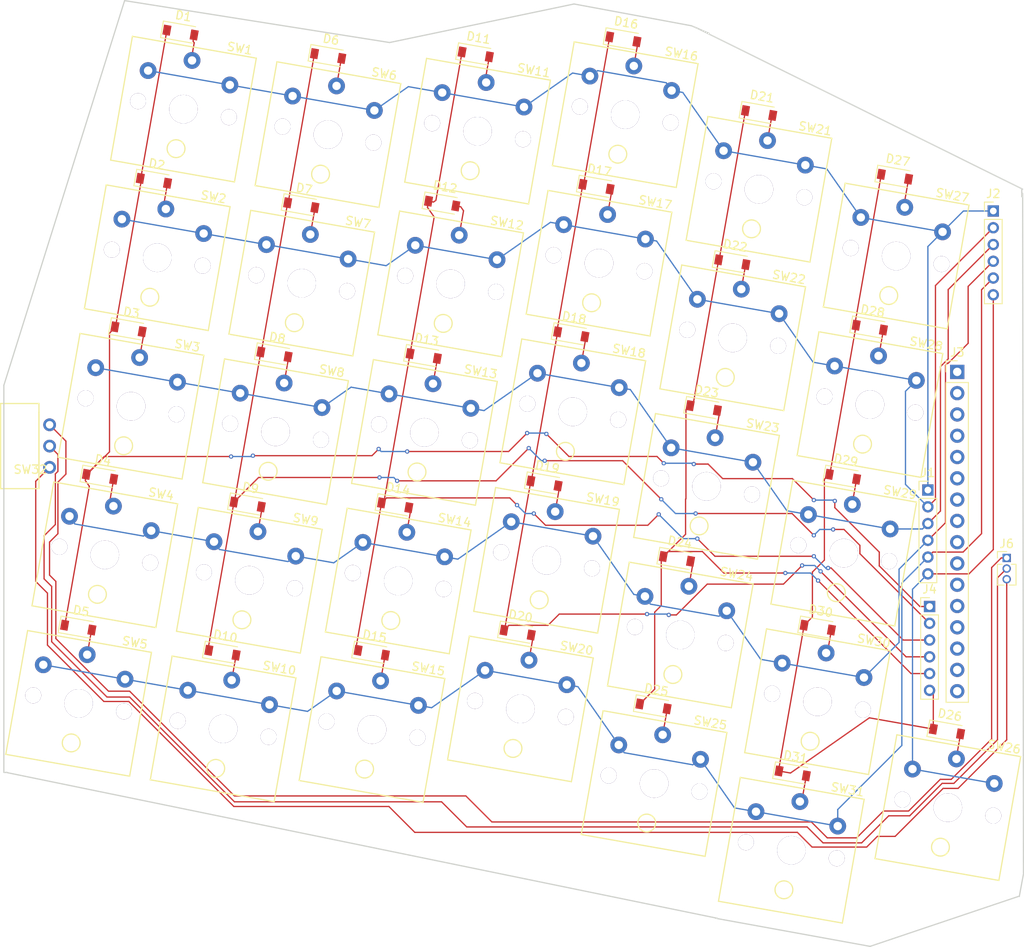
<source format=kicad_pcb>
(kicad_pcb (version 20171130) (host pcbnew "(5.0.1-3-g963ef8bb5)")

  (general
    (thickness 1.6)
    (drawings 14)
    (tracks 470)
    (zones 0)
    (modules 68)
    (nets 63)
  )

  (page A4)
  (layers
    (0 F.Cu signal)
    (31 B.Cu signal)
    (32 B.Adhes user)
    (33 F.Adhes user)
    (34 B.Paste user)
    (35 F.Paste user)
    (36 B.SilkS user)
    (37 F.SilkS user)
    (38 B.Mask user)
    (39 F.Mask user)
    (40 Dwgs.User user)
    (41 Cmts.User user)
    (42 Eco1.User user)
    (43 Eco2.User user)
    (44 Edge.Cuts user)
    (45 Margin user)
    (46 B.CrtYd user)
    (47 F.CrtYd user)
    (48 B.Fab user)
    (49 F.Fab user hide)
  )

  (setup
    (last_trace_width 0.1524)
    (trace_clearance 0.1524)
    (zone_clearance 0.508)
    (zone_45_only no)
    (trace_min 0.1524)
    (segment_width 0.2)
    (edge_width 0.15)
    (via_size 0.508)
    (via_drill 0.254)
    (via_min_size 0.0254)
    (via_min_drill 0.0254)
    (uvia_size 0.254)
    (uvia_drill 0.127)
    (uvias_allowed no)
    (uvia_min_size 0.2)
    (uvia_min_drill 0.1)
    (pcb_text_width 0.3)
    (pcb_text_size 1.5 1.5)
    (mod_edge_width 0.15)
    (mod_text_size 1 1)
    (mod_text_width 0.15)
    (pad_size 3.4 3.4)
    (pad_drill 3.4)
    (pad_to_mask_clearance 0.051)
    (solder_mask_min_width 0.25)
    (aux_axis_origin 0 0)
    (visible_elements FFFFFF7F)
    (pcbplotparams
      (layerselection 0x010fc_ffffffff)
      (usegerberextensions false)
      (usegerberattributes false)
      (usegerberadvancedattributes false)
      (creategerberjobfile false)
      (excludeedgelayer true)
      (linewidth 0.100000)
      (plotframeref false)
      (viasonmask false)
      (mode 1)
      (useauxorigin false)
      (hpglpennumber 1)
      (hpglpenspeed 20)
      (hpglpendiameter 15.000000)
      (psnegative false)
      (psa4output false)
      (plotreference true)
      (plotvalue true)
      (plotinvisibletext false)
      (padsonsilk false)
      (subtractmaskfromsilk false)
      (outputformat 1)
      (mirror false)
      (drillshape 0)
      (scaleselection 1)
      (outputdirectory "gerbers/"))
  )

  (net 0 "")
  (net 1 "Net-(D1-Pad2)")
  (net 2 /Column_1)
  (net 3 "Net-(D2-Pad2)")
  (net 4 "Net-(D3-Pad2)")
  (net 5 "Net-(D4-Pad2)")
  (net 6 "Net-(D5-Pad2)")
  (net 7 "Net-(D6-Pad2)")
  (net 8 /Column_2)
  (net 9 "Net-(D7-Pad2)")
  (net 10 "Net-(D8-Pad2)")
  (net 11 "Net-(D9-Pad2)")
  (net 12 "Net-(D10-Pad2)")
  (net 13 "Net-(D11-Pad2)")
  (net 14 /Column_3)
  (net 15 "Net-(D12-Pad2)")
  (net 16 "Net-(D13-Pad2)")
  (net 17 "Net-(D14-Pad2)")
  (net 18 "Net-(D15-Pad2)")
  (net 19 "Net-(D16-Pad2)")
  (net 20 /Column_4)
  (net 21 "Net-(D17-Pad2)")
  (net 22 "Net-(D18-Pad2)")
  (net 23 "Net-(D19-Pad2)")
  (net 24 "Net-(D20-Pad2)")
  (net 25 "Net-(D21-Pad2)")
  (net 26 /Column_5)
  (net 27 "Net-(D22-Pad2)")
  (net 28 "Net-(D23-Pad2)")
  (net 29 "Net-(D24-Pad2)")
  (net 30 "Net-(D25-Pad2)")
  (net 31 /Column_6)
  (net 32 "Net-(D26-Pad2)")
  (net 33 "Net-(D27-Pad2)")
  (net 34 "Net-(D28-Pad2)")
  (net 35 "Net-(D29-Pad2)")
  (net 36 "Net-(D30-Pad2)")
  (net 37 "Net-(D31-Pad2)")
  (net 38 /Row_1)
  (net 39 /Row_2)
  (net 40 /Row_3)
  (net 41 /Row_4)
  (net 42 /Row_5)
  (net 43 /Row_6)
  (net 44 "Net-(J3-Pad1)")
  (net 45 "Net-(J3-Pad2)")
  (net 46 "Net-(J3-Pad3)")
  (net 47 "Net-(J3-Pad4)")
  (net 48 "Net-(J3-Pad5)")
  (net 49 "Net-(J3-Pad6)")
  (net 50 "Net-(J3-Pad7)")
  (net 51 "Net-(J3-Pad8)")
  (net 52 "Net-(J3-Pad9)")
  (net 53 "Net-(J3-Pad10)")
  (net 54 "Net-(J3-Pad11)")
  (net 55 "Net-(J3-Pad12)")
  (net 56 "Net-(J3-Pad13)")
  (net 57 "Net-(J3-Pad14)")
  (net 58 "Net-(J3-Pad15)")
  (net 59 "Net-(J3-Pad16)")
  (net 60 "Net-(J6-Pad1)")
  (net 61 "Net-(J6-Pad2)")
  (net 62 "Net-(J6-Pad3)")

  (net_class Default "This is the default net class."
    (clearance 0.1524)
    (trace_width 0.1524)
    (via_dia 0.508)
    (via_drill 0.254)
    (uvia_dia 0.254)
    (uvia_drill 0.127)
    (diff_pair_gap 0.1524)
    (diff_pair_width 0.1524)
    (add_net /Column_1)
    (add_net /Column_2)
    (add_net /Column_3)
    (add_net /Column_4)
    (add_net /Column_5)
    (add_net /Column_6)
    (add_net /Row_1)
    (add_net /Row_2)
    (add_net /Row_3)
    (add_net /Row_4)
    (add_net /Row_5)
    (add_net /Row_6)
    (add_net "Net-(D1-Pad2)")
    (add_net "Net-(D10-Pad2)")
    (add_net "Net-(D11-Pad2)")
    (add_net "Net-(D12-Pad2)")
    (add_net "Net-(D13-Pad2)")
    (add_net "Net-(D14-Pad2)")
    (add_net "Net-(D15-Pad2)")
    (add_net "Net-(D16-Pad2)")
    (add_net "Net-(D17-Pad2)")
    (add_net "Net-(D18-Pad2)")
    (add_net "Net-(D19-Pad2)")
    (add_net "Net-(D2-Pad2)")
    (add_net "Net-(D20-Pad2)")
    (add_net "Net-(D21-Pad2)")
    (add_net "Net-(D22-Pad2)")
    (add_net "Net-(D23-Pad2)")
    (add_net "Net-(D24-Pad2)")
    (add_net "Net-(D25-Pad2)")
    (add_net "Net-(D26-Pad2)")
    (add_net "Net-(D27-Pad2)")
    (add_net "Net-(D28-Pad2)")
    (add_net "Net-(D29-Pad2)")
    (add_net "Net-(D3-Pad2)")
    (add_net "Net-(D30-Pad2)")
    (add_net "Net-(D31-Pad2)")
    (add_net "Net-(D4-Pad2)")
    (add_net "Net-(D5-Pad2)")
    (add_net "Net-(D6-Pad2)")
    (add_net "Net-(D7-Pad2)")
    (add_net "Net-(D8-Pad2)")
    (add_net "Net-(D9-Pad2)")
    (add_net "Net-(J3-Pad1)")
    (add_net "Net-(J3-Pad10)")
    (add_net "Net-(J3-Pad11)")
    (add_net "Net-(J3-Pad12)")
    (add_net "Net-(J3-Pad13)")
    (add_net "Net-(J3-Pad14)")
    (add_net "Net-(J3-Pad15)")
    (add_net "Net-(J3-Pad16)")
    (add_net "Net-(J3-Pad2)")
    (add_net "Net-(J3-Pad3)")
    (add_net "Net-(J3-Pad4)")
    (add_net "Net-(J3-Pad5)")
    (add_net "Net-(J3-Pad6)")
    (add_net "Net-(J3-Pad7)")
    (add_net "Net-(J3-Pad8)")
    (add_net "Net-(J3-Pad9)")
    (add_net "Net-(J6-Pad1)")
    (add_net "Net-(J6-Pad2)")
    (add_net "Net-(J6-Pad3)")
  )

  (module kailh:Kailh_low_profile (layer F.Cu) (tedit 5D59BC50) (tstamp 5D4FC112)
    (at 126.880193 124.493895 350)
    (path /5D3F2FA7)
    (fp_text reference SW26 (at 5.35 -8.3 350) (layer F.SilkS)
      (effects (font (size 1 1) (thickness 0.15)))
    )
    (fp_text value SW_Push (at -6.65 -8.45 350) (layer F.Fab)
      (effects (font (size 1 1) (thickness 0.15)))
    )
    (fp_line (start 7 -7) (end -7 -7) (layer F.CrtYd) (width 0.15))
    (fp_line (start 7 7) (end 7 -7) (layer F.CrtYd) (width 0.15))
    (fp_line (start -7 7) (end 7 7) (layer F.CrtYd) (width 0.15))
    (fp_line (start -7 -7) (end -7 7) (layer F.CrtYd) (width 0.15))
    (fp_line (start -7.5 -7.499999) (end 7.499999 -7.5) (layer F.SilkS) (width 0.15))
    (fp_line (start 7.499999 -7.5) (end 7.5 7.499999) (layer F.SilkS) (width 0.15))
    (fp_line (start 7.5 7.499999) (end -7.499999 7.5) (layer F.SilkS) (width 0.15))
    (fp_line (start -7.499999 7.5) (end -7.5 -7.499999) (layer F.SilkS) (width 0.15))
    (fp_circle (center -0.05 4.8) (end 0.65 5.6) (layer F.SilkS) (width 0.15))
    (pad 1 thru_hole circle (at -4.95 -3.8 350) (size 2 2) (drill 1) (layers *.Cu *.Mask)
      (net 43 /Row_6))
    (pad 1 thru_hole circle (at 4.95 -3.8 350) (size 2 2) (drill 1) (layers *.Cu *.Mask)
      (net 43 /Row_6))
    (pad 2 thru_hole circle (at 0 -5.9 350) (size 2 2) (drill 1) (layers *.Cu *.Mask)
      (net 32 "Net-(D26-Pad2)"))
    (pad "" thru_hole circle (at -5.5 0 350) (size 1.9 1.9) (drill 1.9) (layers *.Cu *.Mask))
    (pad "" thru_hole circle (at 5.5 0 350) (size 1.9 1.9) (drill 1.9) (layers *.Cu *.Mask))
    (pad "" thru_hole circle (at 0 0 350) (size 3.4 3.4) (drill 3.4) (layers *.Cu *.Mask))
  )

  (module kailh:Kailh_low_profile (layer F.Cu) (tedit 5D59BC50) (tstamp 5D500720)
    (at 52.952311 44.186403 350)
    (path /5D3801D3)
    (fp_text reference SW6 (at 5.35 -8.3 350) (layer F.SilkS)
      (effects (font (size 1 1) (thickness 0.15)))
    )
    (fp_text value SW_Push (at -6.65 -8.45 350) (layer F.Fab)
      (effects (font (size 1 1) (thickness 0.15)))
    )
    (fp_line (start 7 -7) (end -7 -7) (layer F.CrtYd) (width 0.15))
    (fp_line (start 7 7) (end 7 -7) (layer F.CrtYd) (width 0.15))
    (fp_line (start -7 7) (end 7 7) (layer F.CrtYd) (width 0.15))
    (fp_line (start -7 -7) (end -7 7) (layer F.CrtYd) (width 0.15))
    (fp_line (start -7.5 -7.499999) (end 7.499999 -7.5) (layer F.SilkS) (width 0.15))
    (fp_line (start 7.499999 -7.5) (end 7.5 7.499999) (layer F.SilkS) (width 0.15))
    (fp_line (start 7.5 7.499999) (end -7.499999 7.5) (layer F.SilkS) (width 0.15))
    (fp_line (start -7.499999 7.5) (end -7.5 -7.499999) (layer F.SilkS) (width 0.15))
    (fp_circle (center -0.05 4.8) (end 0.65 5.6) (layer F.SilkS) (width 0.15))
    (pad 1 thru_hole circle (at -4.95 -3.8 350) (size 2 2) (drill 1) (layers *.Cu *.Mask)
      (net 38 /Row_1))
    (pad 1 thru_hole circle (at 4.95 -3.8 350) (size 2 2) (drill 1) (layers *.Cu *.Mask)
      (net 38 /Row_1))
    (pad 2 thru_hole circle (at 0 -5.9 350) (size 2 2) (drill 1) (layers *.Cu *.Mask)
      (net 7 "Net-(D6-Pad2)"))
    (pad "" thru_hole circle (at -5.5 0 350) (size 1.9 1.9) (drill 1.9) (layers *.Cu *.Mask))
    (pad "" thru_hole circle (at 5.5 0 350) (size 1.9 1.9) (drill 1.9) (layers *.Cu *.Mask))
    (pad "" thru_hole circle (at 0 0 350) (size 3.4 3.4) (drill 3.4) (layers *.Cu *.Mask))
  )

  (module kailh:Kailh_low_profile (layer F.Cu) (tedit 5D59BC50) (tstamp 5D4FBF9B)
    (at 35.718177 41.14756 350)
    (path /5D388555)
    (fp_text reference SW1 (at 5.35 -8.3 350) (layer F.SilkS)
      (effects (font (size 1 1) (thickness 0.15)))
    )
    (fp_text value SW_Push (at -6.65 -8.45 350) (layer F.Fab)
      (effects (font (size 1 1) (thickness 0.15)))
    )
    (fp_line (start 7 -7) (end -7 -7) (layer F.CrtYd) (width 0.15))
    (fp_line (start 7 7) (end 7 -7) (layer F.CrtYd) (width 0.15))
    (fp_line (start -7 7) (end 7 7) (layer F.CrtYd) (width 0.15))
    (fp_line (start -7 -7) (end -7 7) (layer F.CrtYd) (width 0.15))
    (fp_line (start -7.5 -7.499999) (end 7.499999 -7.5) (layer F.SilkS) (width 0.15))
    (fp_line (start 7.499999 -7.5) (end 7.5 7.499999) (layer F.SilkS) (width 0.15))
    (fp_line (start 7.5 7.499999) (end -7.499999 7.5) (layer F.SilkS) (width 0.15))
    (fp_line (start -7.499999 7.5) (end -7.5 -7.499999) (layer F.SilkS) (width 0.15))
    (fp_circle (center -0.05 4.8) (end 0.65 5.6) (layer F.SilkS) (width 0.15))
    (pad 1 thru_hole circle (at -4.95 -3.8 350) (size 2 2) (drill 1) (layers *.Cu *.Mask)
      (net 38 /Row_1))
    (pad 1 thru_hole circle (at 4.95 -3.8 350) (size 2 2) (drill 1) (layers *.Cu *.Mask)
      (net 38 /Row_1))
    (pad 2 thru_hole circle (at 0 -5.9 350) (size 2 2) (drill 1) (layers *.Cu *.Mask)
      (net 1 "Net-(D1-Pad2)"))
    (pad "" thru_hole circle (at -5.5 0 350) (size 1.9 1.9) (drill 1.9) (layers *.Cu *.Mask))
    (pad "" thru_hole circle (at 5.5 0 350) (size 1.9 1.9) (drill 1.9) (layers *.Cu *.Mask))
    (pad "" thru_hole circle (at 0 0 350) (size 3.4 3.4) (drill 3.4) (layers *.Cu *.Mask))
  )

  (module kailh:Kailh_low_profile (layer F.Cu) (tedit 5D59BC50) (tstamp 5D4FBFAA)
    (at 32.592509 58.874098 350)
    (path /5D3D164F)
    (fp_text reference SW2 (at 5.35 -8.3 350) (layer F.SilkS)
      (effects (font (size 1 1) (thickness 0.15)))
    )
    (fp_text value SW_Push (at -6.65 -8.45 350) (layer F.Fab)
      (effects (font (size 1 1) (thickness 0.15)))
    )
    (fp_line (start 7 -7) (end -7 -7) (layer F.CrtYd) (width 0.15))
    (fp_line (start 7 7) (end 7 -7) (layer F.CrtYd) (width 0.15))
    (fp_line (start -7 7) (end 7 7) (layer F.CrtYd) (width 0.15))
    (fp_line (start -7 -7) (end -7 7) (layer F.CrtYd) (width 0.15))
    (fp_line (start -7.5 -7.499999) (end 7.499999 -7.5) (layer F.SilkS) (width 0.15))
    (fp_line (start 7.499999 -7.5) (end 7.5 7.499999) (layer F.SilkS) (width 0.15))
    (fp_line (start 7.5 7.499999) (end -7.499999 7.5) (layer F.SilkS) (width 0.15))
    (fp_line (start -7.499999 7.5) (end -7.5 -7.499999) (layer F.SilkS) (width 0.15))
    (fp_circle (center -0.05 4.8) (end 0.65 5.6) (layer F.SilkS) (width 0.15))
    (pad 1 thru_hole circle (at -4.95 -3.8 350) (size 2 2) (drill 1) (layers *.Cu *.Mask)
      (net 39 /Row_2))
    (pad 1 thru_hole circle (at 4.95 -3.8 350) (size 2 2) (drill 1) (layers *.Cu *.Mask)
      (net 39 /Row_2))
    (pad 2 thru_hole circle (at 0 -5.9 350) (size 2 2) (drill 1) (layers *.Cu *.Mask)
      (net 3 "Net-(D2-Pad2)"))
    (pad "" thru_hole circle (at -5.5 0 350) (size 1.9 1.9) (drill 1.9) (layers *.Cu *.Mask))
    (pad "" thru_hole circle (at 5.5 0 350) (size 1.9 1.9) (drill 1.9) (layers *.Cu *.Mask))
    (pad "" thru_hole circle (at 0 0 350) (size 3.4 3.4) (drill 3.4) (layers *.Cu *.Mask))
  )

  (module kailh:Kailh_low_profile (layer F.Cu) (tedit 5D59BC50) (tstamp 5D4FBFB9)
    (at 29.466841 76.600639 350)
    (path /5D3D354C)
    (fp_text reference SW3 (at 5.35 -8.3 350) (layer F.SilkS)
      (effects (font (size 1 1) (thickness 0.15)))
    )
    (fp_text value SW_Push (at -6.65 -8.45 350) (layer F.Fab)
      (effects (font (size 1 1) (thickness 0.15)))
    )
    (fp_line (start 7 -7) (end -7 -7) (layer F.CrtYd) (width 0.15))
    (fp_line (start 7 7) (end 7 -7) (layer F.CrtYd) (width 0.15))
    (fp_line (start -7 7) (end 7 7) (layer F.CrtYd) (width 0.15))
    (fp_line (start -7 -7) (end -7 7) (layer F.CrtYd) (width 0.15))
    (fp_line (start -7.5 -7.499999) (end 7.499999 -7.5) (layer F.SilkS) (width 0.15))
    (fp_line (start 7.499999 -7.5) (end 7.5 7.499999) (layer F.SilkS) (width 0.15))
    (fp_line (start 7.5 7.499999) (end -7.499999 7.5) (layer F.SilkS) (width 0.15))
    (fp_line (start -7.499999 7.5) (end -7.5 -7.499999) (layer F.SilkS) (width 0.15))
    (fp_circle (center -0.05 4.8) (end 0.65 5.6) (layer F.SilkS) (width 0.15))
    (pad 1 thru_hole circle (at -4.95 -3.8 350) (size 2 2) (drill 1) (layers *.Cu *.Mask)
      (net 40 /Row_3))
    (pad 1 thru_hole circle (at 4.95 -3.8 350) (size 2 2) (drill 1) (layers *.Cu *.Mask)
      (net 40 /Row_3))
    (pad 2 thru_hole circle (at 0 -5.9 350) (size 2 2) (drill 1) (layers *.Cu *.Mask)
      (net 4 "Net-(D3-Pad2)"))
    (pad "" thru_hole circle (at -5.5 0 350) (size 1.9 1.9) (drill 1.9) (layers *.Cu *.Mask))
    (pad "" thru_hole circle (at 5.5 0 350) (size 1.9 1.9) (drill 1.9) (layers *.Cu *.Mask))
    (pad "" thru_hole circle (at 0 0 350) (size 3.4 3.4) (drill 3.4) (layers *.Cu *.Mask))
  )

  (module kailh:Kailh_low_profile (layer F.Cu) (tedit 5D59BC50) (tstamp 5D4FBFC8)
    (at 26.341175 94.327178 350)
    (path /5D3D859C)
    (fp_text reference SW4 (at 5.35 -8.3 350) (layer F.SilkS)
      (effects (font (size 1 1) (thickness 0.15)))
    )
    (fp_text value SW_Push (at -6.65 -8.45 350) (layer F.Fab)
      (effects (font (size 1 1) (thickness 0.15)))
    )
    (fp_line (start 7 -7) (end -7 -7) (layer F.CrtYd) (width 0.15))
    (fp_line (start 7 7) (end 7 -7) (layer F.CrtYd) (width 0.15))
    (fp_line (start -7 7) (end 7 7) (layer F.CrtYd) (width 0.15))
    (fp_line (start -7 -7) (end -7 7) (layer F.CrtYd) (width 0.15))
    (fp_line (start -7.5 -7.499999) (end 7.499999 -7.5) (layer F.SilkS) (width 0.15))
    (fp_line (start 7.499999 -7.5) (end 7.5 7.499999) (layer F.SilkS) (width 0.15))
    (fp_line (start 7.5 7.499999) (end -7.499999 7.5) (layer F.SilkS) (width 0.15))
    (fp_line (start -7.499999 7.5) (end -7.5 -7.499999) (layer F.SilkS) (width 0.15))
    (fp_circle (center -0.05 4.8) (end 0.65 5.6) (layer F.SilkS) (width 0.15))
    (pad 1 thru_hole circle (at -4.95 -3.8 350) (size 2 2) (drill 1) (layers *.Cu *.Mask)
      (net 41 /Row_4))
    (pad 1 thru_hole circle (at 4.95 -3.8 350) (size 2 2) (drill 1) (layers *.Cu *.Mask)
      (net 41 /Row_4))
    (pad 2 thru_hole circle (at 0 -5.9 350) (size 2 2) (drill 1) (layers *.Cu *.Mask)
      (net 5 "Net-(D4-Pad2)"))
    (pad "" thru_hole circle (at -5.5 0 350) (size 1.9 1.9) (drill 1.9) (layers *.Cu *.Mask))
    (pad "" thru_hole circle (at 5.5 0 350) (size 1.9 1.9) (drill 1.9) (layers *.Cu *.Mask))
    (pad "" thru_hole circle (at 0 0 350) (size 3.4 3.4) (drill 3.4) (layers *.Cu *.Mask))
  )

  (module kailh:Kailh_low_profile (layer F.Cu) (tedit 5D59BC50) (tstamp 5D4FBFD7)
    (at 23.215508 112.053717 350)
    (path /5D3DFA97)
    (fp_text reference SW5 (at 5.35 -8.3 350) (layer F.SilkS)
      (effects (font (size 1 1) (thickness 0.15)))
    )
    (fp_text value SW_Push (at -6.65 -8.45 350) (layer F.Fab)
      (effects (font (size 1 1) (thickness 0.15)))
    )
    (fp_line (start 7 -7) (end -7 -7) (layer F.CrtYd) (width 0.15))
    (fp_line (start 7 7) (end 7 -7) (layer F.CrtYd) (width 0.15))
    (fp_line (start -7 7) (end 7 7) (layer F.CrtYd) (width 0.15))
    (fp_line (start -7 -7) (end -7 7) (layer F.CrtYd) (width 0.15))
    (fp_line (start -7.5 -7.499999) (end 7.499999 -7.5) (layer F.SilkS) (width 0.15))
    (fp_line (start 7.499999 -7.5) (end 7.5 7.499999) (layer F.SilkS) (width 0.15))
    (fp_line (start 7.5 7.499999) (end -7.499999 7.5) (layer F.SilkS) (width 0.15))
    (fp_line (start -7.499999 7.5) (end -7.5 -7.499999) (layer F.SilkS) (width 0.15))
    (fp_circle (center -0.05 4.8) (end 0.65 5.6) (layer F.SilkS) (width 0.15))
    (pad 1 thru_hole circle (at -4.95 -3.8 350) (size 2 2) (drill 1) (layers *.Cu *.Mask)
      (net 42 /Row_5))
    (pad 1 thru_hole circle (at 4.95 -3.8 350) (size 2 2) (drill 1) (layers *.Cu *.Mask)
      (net 42 /Row_5))
    (pad 2 thru_hole circle (at 0 -5.9 350) (size 2 2) (drill 1) (layers *.Cu *.Mask)
      (net 6 "Net-(D5-Pad2)"))
    (pad "" thru_hole circle (at -5.5 0 350) (size 1.9 1.9) (drill 1.9) (layers *.Cu *.Mask))
    (pad "" thru_hole circle (at 5.5 0 350) (size 1.9 1.9) (drill 1.9) (layers *.Cu *.Mask))
    (pad "" thru_hole circle (at 0 0 350) (size 3.4 3.4) (drill 3.4) (layers *.Cu *.Mask))
  )

  (module kailh:Kailh_low_profile (layer F.Cu) (tedit 5D59BC50) (tstamp 5D4FBFF5)
    (at 49.826645 61.912942 350)
    (path /5D3D1641)
    (fp_text reference SW7 (at 5.35 -8.3 350) (layer F.SilkS)
      (effects (font (size 1 1) (thickness 0.15)))
    )
    (fp_text value SW_Push (at -6.65 -8.45 350) (layer F.Fab)
      (effects (font (size 1 1) (thickness 0.15)))
    )
    (fp_line (start 7 -7) (end -7 -7) (layer F.CrtYd) (width 0.15))
    (fp_line (start 7 7) (end 7 -7) (layer F.CrtYd) (width 0.15))
    (fp_line (start -7 7) (end 7 7) (layer F.CrtYd) (width 0.15))
    (fp_line (start -7 -7) (end -7 7) (layer F.CrtYd) (width 0.15))
    (fp_line (start -7.5 -7.499999) (end 7.499999 -7.5) (layer F.SilkS) (width 0.15))
    (fp_line (start 7.499999 -7.5) (end 7.5 7.499999) (layer F.SilkS) (width 0.15))
    (fp_line (start 7.5 7.499999) (end -7.499999 7.5) (layer F.SilkS) (width 0.15))
    (fp_line (start -7.499999 7.5) (end -7.5 -7.499999) (layer F.SilkS) (width 0.15))
    (fp_circle (center -0.05 4.8) (end 0.65 5.6) (layer F.SilkS) (width 0.15))
    (pad 1 thru_hole circle (at -4.95 -3.8 350) (size 2 2) (drill 1) (layers *.Cu *.Mask)
      (net 39 /Row_2))
    (pad 1 thru_hole circle (at 4.95 -3.8 350) (size 2 2) (drill 1) (layers *.Cu *.Mask)
      (net 39 /Row_2))
    (pad 2 thru_hole circle (at 0 -5.9 350) (size 2 2) (drill 1) (layers *.Cu *.Mask)
      (net 9 "Net-(D7-Pad2)"))
    (pad "" thru_hole circle (at -5.5 0 350) (size 1.9 1.9) (drill 1.9) (layers *.Cu *.Mask))
    (pad "" thru_hole circle (at 5.5 0 350) (size 1.9 1.9) (drill 1.9) (layers *.Cu *.Mask))
    (pad "" thru_hole circle (at 0 0 350) (size 3.4 3.4) (drill 3.4) (layers *.Cu *.Mask))
  )

  (module kailh:Kailh_low_profile (layer F.Cu) (tedit 5D59BC50) (tstamp 5D4FC004)
    (at 46.700978 79.639481 350)
    (path /5D3D353E)
    (fp_text reference SW8 (at 5.35 -8.3 350) (layer F.SilkS)
      (effects (font (size 1 1) (thickness 0.15)))
    )
    (fp_text value SW_Push (at -6.65 -8.45 350) (layer F.Fab)
      (effects (font (size 1 1) (thickness 0.15)))
    )
    (fp_line (start 7 -7) (end -7 -7) (layer F.CrtYd) (width 0.15))
    (fp_line (start 7 7) (end 7 -7) (layer F.CrtYd) (width 0.15))
    (fp_line (start -7 7) (end 7 7) (layer F.CrtYd) (width 0.15))
    (fp_line (start -7 -7) (end -7 7) (layer F.CrtYd) (width 0.15))
    (fp_line (start -7.5 -7.499999) (end 7.499999 -7.5) (layer F.SilkS) (width 0.15))
    (fp_line (start 7.499999 -7.5) (end 7.5 7.499999) (layer F.SilkS) (width 0.15))
    (fp_line (start 7.5 7.499999) (end -7.499999 7.5) (layer F.SilkS) (width 0.15))
    (fp_line (start -7.499999 7.5) (end -7.5 -7.499999) (layer F.SilkS) (width 0.15))
    (fp_circle (center -0.05 4.8) (end 0.65 5.6) (layer F.SilkS) (width 0.15))
    (pad 1 thru_hole circle (at -4.95 -3.8 350) (size 2 2) (drill 1) (layers *.Cu *.Mask)
      (net 40 /Row_3))
    (pad 1 thru_hole circle (at 4.95 -3.8 350) (size 2 2) (drill 1) (layers *.Cu *.Mask)
      (net 40 /Row_3))
    (pad 2 thru_hole circle (at 0 -5.9 350) (size 2 2) (drill 1) (layers *.Cu *.Mask)
      (net 10 "Net-(D8-Pad2)"))
    (pad "" thru_hole circle (at -5.5 0 350) (size 1.9 1.9) (drill 1.9) (layers *.Cu *.Mask))
    (pad "" thru_hole circle (at 5.5 0 350) (size 1.9 1.9) (drill 1.9) (layers *.Cu *.Mask))
    (pad "" thru_hole circle (at 0 0 350) (size 3.4 3.4) (drill 3.4) (layers *.Cu *.Mask))
  )

  (module kailh:Kailh_low_profile (layer F.Cu) (tedit 5D59BC50) (tstamp 5D4FC013)
    (at 43.575311 97.366021 350)
    (path /5D3D858E)
    (fp_text reference SW9 (at 5.35 -8.3 350) (layer F.SilkS)
      (effects (font (size 1 1) (thickness 0.15)))
    )
    (fp_text value SW_Push (at -6.65 -8.45 350) (layer F.Fab)
      (effects (font (size 1 1) (thickness 0.15)))
    )
    (fp_line (start 7 -7) (end -7 -7) (layer F.CrtYd) (width 0.15))
    (fp_line (start 7 7) (end 7 -7) (layer F.CrtYd) (width 0.15))
    (fp_line (start -7 7) (end 7 7) (layer F.CrtYd) (width 0.15))
    (fp_line (start -7 -7) (end -7 7) (layer F.CrtYd) (width 0.15))
    (fp_line (start -7.5 -7.499999) (end 7.499999 -7.5) (layer F.SilkS) (width 0.15))
    (fp_line (start 7.499999 -7.5) (end 7.5 7.499999) (layer F.SilkS) (width 0.15))
    (fp_line (start 7.5 7.499999) (end -7.499999 7.5) (layer F.SilkS) (width 0.15))
    (fp_line (start -7.499999 7.5) (end -7.5 -7.499999) (layer F.SilkS) (width 0.15))
    (fp_circle (center -0.05 4.8) (end 0.65 5.6) (layer F.SilkS) (width 0.15))
    (pad 1 thru_hole circle (at -4.95 -3.8 350) (size 2 2) (drill 1) (layers *.Cu *.Mask)
      (net 41 /Row_4))
    (pad 1 thru_hole circle (at 4.95 -3.8 350) (size 2 2) (drill 1) (layers *.Cu *.Mask)
      (net 41 /Row_4))
    (pad 2 thru_hole circle (at 0 -5.9 350) (size 2 2) (drill 1) (layers *.Cu *.Mask)
      (net 11 "Net-(D9-Pad2)"))
    (pad "" thru_hole circle (at -5.5 0 350) (size 1.9 1.9) (drill 1.9) (layers *.Cu *.Mask))
    (pad "" thru_hole circle (at 5.5 0 350) (size 1.9 1.9) (drill 1.9) (layers *.Cu *.Mask))
    (pad "" thru_hole circle (at 0 0 350) (size 3.4 3.4) (drill 3.4) (layers *.Cu *.Mask))
  )

  (module kailh:Kailh_low_profile (layer F.Cu) (tedit 5D59BC50) (tstamp 5D4FC022)
    (at 40.449644 115.09256 350)
    (path /5D3DFA89)
    (fp_text reference SW10 (at 5.35 -8.3 350) (layer F.SilkS)
      (effects (font (size 1 1) (thickness 0.15)))
    )
    (fp_text value SW_Push (at -6.65 -8.45 350) (layer F.Fab)
      (effects (font (size 1 1) (thickness 0.15)))
    )
    (fp_line (start 7 -7) (end -7 -7) (layer F.CrtYd) (width 0.15))
    (fp_line (start 7 7) (end 7 -7) (layer F.CrtYd) (width 0.15))
    (fp_line (start -7 7) (end 7 7) (layer F.CrtYd) (width 0.15))
    (fp_line (start -7 -7) (end -7 7) (layer F.CrtYd) (width 0.15))
    (fp_line (start -7.5 -7.499999) (end 7.499999 -7.5) (layer F.SilkS) (width 0.15))
    (fp_line (start 7.499999 -7.5) (end 7.5 7.499999) (layer F.SilkS) (width 0.15))
    (fp_line (start 7.5 7.499999) (end -7.499999 7.5) (layer F.SilkS) (width 0.15))
    (fp_line (start -7.499999 7.5) (end -7.5 -7.499999) (layer F.SilkS) (width 0.15))
    (fp_circle (center -0.05 4.8) (end 0.65 5.6) (layer F.SilkS) (width 0.15))
    (pad 1 thru_hole circle (at -4.95 -3.8 350) (size 2 2) (drill 1) (layers *.Cu *.Mask)
      (net 42 /Row_5))
    (pad 1 thru_hole circle (at 4.95 -3.8 350) (size 2 2) (drill 1) (layers *.Cu *.Mask)
      (net 42 /Row_5))
    (pad 2 thru_hole circle (at 0 -5.9 350) (size 2 2) (drill 1) (layers *.Cu *.Mask)
      (net 12 "Net-(D10-Pad2)"))
    (pad "" thru_hole circle (at -5.5 0 350) (size 1.9 1.9) (drill 1.9) (layers *.Cu *.Mask))
    (pad "" thru_hole circle (at 5.5 0 350) (size 1.9 1.9) (drill 1.9) (layers *.Cu *.Mask))
    (pad "" thru_hole circle (at 0 0 350) (size 3.4 3.4) (drill 3.4) (layers *.Cu *.Mask))
  )

  (module kailh:Kailh_low_profile (layer F.Cu) (tedit 5D59BC50) (tstamp 5D4FC031)
    (at 70.794217 43.778418 350)
    (path /5D37A82F)
    (fp_text reference SW11 (at 5.35 -8.3 350) (layer F.SilkS)
      (effects (font (size 1 1) (thickness 0.15)))
    )
    (fp_text value SW_Push (at -6.65 -8.45 350) (layer F.Fab)
      (effects (font (size 1 1) (thickness 0.15)))
    )
    (fp_line (start 7 -7) (end -7 -7) (layer F.CrtYd) (width 0.15))
    (fp_line (start 7 7) (end 7 -7) (layer F.CrtYd) (width 0.15))
    (fp_line (start -7 7) (end 7 7) (layer F.CrtYd) (width 0.15))
    (fp_line (start -7 -7) (end -7 7) (layer F.CrtYd) (width 0.15))
    (fp_line (start -7.5 -7.499999) (end 7.499999 -7.5) (layer F.SilkS) (width 0.15))
    (fp_line (start 7.499999 -7.5) (end 7.5 7.499999) (layer F.SilkS) (width 0.15))
    (fp_line (start 7.5 7.499999) (end -7.499999 7.5) (layer F.SilkS) (width 0.15))
    (fp_line (start -7.499999 7.5) (end -7.5 -7.499999) (layer F.SilkS) (width 0.15))
    (fp_circle (center -0.05 4.8) (end 0.65 5.6) (layer F.SilkS) (width 0.15))
    (pad 1 thru_hole circle (at -4.95 -3.8 350) (size 2 2) (drill 1) (layers *.Cu *.Mask)
      (net 38 /Row_1))
    (pad 1 thru_hole circle (at 4.95 -3.8 350) (size 2 2) (drill 1) (layers *.Cu *.Mask)
      (net 38 /Row_1))
    (pad 2 thru_hole circle (at 0 -5.9 350) (size 2 2) (drill 1) (layers *.Cu *.Mask)
      (net 13 "Net-(D11-Pad2)"))
    (pad "" thru_hole circle (at -5.5 0 350) (size 1.9 1.9) (drill 1.9) (layers *.Cu *.Mask))
    (pad "" thru_hole circle (at 5.5 0 350) (size 1.9 1.9) (drill 1.9) (layers *.Cu *.Mask))
    (pad "" thru_hole circle (at 0 0 350) (size 3.4 3.4) (drill 3.4) (layers *.Cu *.Mask))
  )

  (module kailh:Kailh_low_profile (layer F.Cu) (tedit 5D59BC50) (tstamp 5D4FC040)
    (at 67.581724 61.997361 350)
    (path /5D3D1617)
    (fp_text reference SW12 (at 5.35 -8.3 350) (layer F.SilkS)
      (effects (font (size 1 1) (thickness 0.15)))
    )
    (fp_text value SW_Push (at -6.65 -8.45 350) (layer F.Fab)
      (effects (font (size 1 1) (thickness 0.15)))
    )
    (fp_line (start 7 -7) (end -7 -7) (layer F.CrtYd) (width 0.15))
    (fp_line (start 7 7) (end 7 -7) (layer F.CrtYd) (width 0.15))
    (fp_line (start -7 7) (end 7 7) (layer F.CrtYd) (width 0.15))
    (fp_line (start -7 -7) (end -7 7) (layer F.CrtYd) (width 0.15))
    (fp_line (start -7.5 -7.499999) (end 7.499999 -7.5) (layer F.SilkS) (width 0.15))
    (fp_line (start 7.499999 -7.5) (end 7.5 7.499999) (layer F.SilkS) (width 0.15))
    (fp_line (start 7.5 7.499999) (end -7.499999 7.5) (layer F.SilkS) (width 0.15))
    (fp_line (start -7.499999 7.5) (end -7.5 -7.499999) (layer F.SilkS) (width 0.15))
    (fp_circle (center -0.05 4.8) (end 0.65 5.6) (layer F.SilkS) (width 0.15))
    (pad 1 thru_hole circle (at -4.95 -3.8 350) (size 2 2) (drill 1) (layers *.Cu *.Mask)
      (net 39 /Row_2))
    (pad 1 thru_hole circle (at 4.95 -3.8 350) (size 2 2) (drill 1) (layers *.Cu *.Mask)
      (net 39 /Row_2))
    (pad 2 thru_hole circle (at 0 -5.9 350) (size 2 2) (drill 1) (layers *.Cu *.Mask)
      (net 15 "Net-(D12-Pad2)"))
    (pad "" thru_hole circle (at -5.5 0 350) (size 1.9 1.9) (drill 1.9) (layers *.Cu *.Mask))
    (pad "" thru_hole circle (at 5.5 0 350) (size 1.9 1.9) (drill 1.9) (layers *.Cu *.Mask))
    (pad "" thru_hole circle (at 0 0 350) (size 3.4 3.4) (drill 3.4) (layers *.Cu *.Mask))
  )

  (module kailh:Kailh_low_profile (layer F.Cu) (tedit 5D59BC50) (tstamp 5D500899)
    (at 64.456058 79.723902 350)
    (path /5D3D3514)
    (fp_text reference SW13 (at 5.35 -8.3 350) (layer F.SilkS)
      (effects (font (size 1 1) (thickness 0.15)))
    )
    (fp_text value SW_Push (at -6.65 -8.45 350) (layer F.Fab)
      (effects (font (size 1 1) (thickness 0.15)))
    )
    (fp_line (start 7 -7) (end -7 -7) (layer F.CrtYd) (width 0.15))
    (fp_line (start 7 7) (end 7 -7) (layer F.CrtYd) (width 0.15))
    (fp_line (start -7 7) (end 7 7) (layer F.CrtYd) (width 0.15))
    (fp_line (start -7 -7) (end -7 7) (layer F.CrtYd) (width 0.15))
    (fp_line (start -7.5 -7.499999) (end 7.499999 -7.5) (layer F.SilkS) (width 0.15))
    (fp_line (start 7.499999 -7.5) (end 7.5 7.499999) (layer F.SilkS) (width 0.15))
    (fp_line (start 7.5 7.499999) (end -7.499999 7.5) (layer F.SilkS) (width 0.15))
    (fp_line (start -7.499999 7.5) (end -7.5 -7.499999) (layer F.SilkS) (width 0.15))
    (fp_circle (center -0.05 4.8) (end 0.65 5.6) (layer F.SilkS) (width 0.15))
    (pad 1 thru_hole circle (at -4.95 -3.8 350) (size 2 2) (drill 1) (layers *.Cu *.Mask)
      (net 40 /Row_3))
    (pad 1 thru_hole circle (at 4.95 -3.8 350) (size 2 2) (drill 1) (layers *.Cu *.Mask)
      (net 40 /Row_3))
    (pad 2 thru_hole circle (at 0 -5.9 350) (size 2 2) (drill 1) (layers *.Cu *.Mask)
      (net 16 "Net-(D13-Pad2)"))
    (pad "" thru_hole circle (at -5.5 0 350) (size 1.9 1.9) (drill 1.9) (layers *.Cu *.Mask))
    (pad "" thru_hole circle (at 5.5 0 350) (size 1.9 1.9) (drill 1.9) (layers *.Cu *.Mask))
    (pad "" thru_hole circle (at 0 0 350) (size 3.4 3.4) (drill 3.4) (layers *.Cu *.Mask))
  )

  (module kailh:Kailh_low_profile (layer F.Cu) (tedit 5D59BC50) (tstamp 5D4FC05E)
    (at 61.330391 97.450441 350)
    (path /5D3D8564)
    (fp_text reference SW14 (at 5.35 -8.3 350) (layer F.SilkS)
      (effects (font (size 1 1) (thickness 0.15)))
    )
    (fp_text value SW_Push (at -6.65 -8.45 350) (layer F.Fab)
      (effects (font (size 1 1) (thickness 0.15)))
    )
    (fp_line (start 7 -7) (end -7 -7) (layer F.CrtYd) (width 0.15))
    (fp_line (start 7 7) (end 7 -7) (layer F.CrtYd) (width 0.15))
    (fp_line (start -7 7) (end 7 7) (layer F.CrtYd) (width 0.15))
    (fp_line (start -7 -7) (end -7 7) (layer F.CrtYd) (width 0.15))
    (fp_line (start -7.5 -7.499999) (end 7.499999 -7.5) (layer F.SilkS) (width 0.15))
    (fp_line (start 7.499999 -7.5) (end 7.5 7.499999) (layer F.SilkS) (width 0.15))
    (fp_line (start 7.5 7.499999) (end -7.499999 7.5) (layer F.SilkS) (width 0.15))
    (fp_line (start -7.499999 7.5) (end -7.5 -7.499999) (layer F.SilkS) (width 0.15))
    (fp_circle (center -0.05 4.8) (end 0.65 5.6) (layer F.SilkS) (width 0.15))
    (pad 1 thru_hole circle (at -4.95 -3.8 350) (size 2 2) (drill 1) (layers *.Cu *.Mask)
      (net 41 /Row_4))
    (pad 1 thru_hole circle (at 4.95 -3.8 350) (size 2 2) (drill 1) (layers *.Cu *.Mask)
      (net 41 /Row_4))
    (pad 2 thru_hole circle (at 0 -5.9 350) (size 2 2) (drill 1) (layers *.Cu *.Mask)
      (net 17 "Net-(D14-Pad2)"))
    (pad "" thru_hole circle (at -5.5 0 350) (size 1.9 1.9) (drill 1.9) (layers *.Cu *.Mask))
    (pad "" thru_hole circle (at 5.5 0 350) (size 1.9 1.9) (drill 1.9) (layers *.Cu *.Mask))
    (pad "" thru_hole circle (at 0 0 350) (size 3.4 3.4) (drill 3.4) (layers *.Cu *.Mask))
  )

  (module kailh:Kailh_low_profile (layer F.Cu) (tedit 5D59BC50) (tstamp 5D4FC06D)
    (at 58.204724 115.17698 350)
    (path /5D3DFA5F)
    (fp_text reference SW15 (at 5.35 -8.3 350) (layer F.SilkS)
      (effects (font (size 1 1) (thickness 0.15)))
    )
    (fp_text value SW_Push (at -6.65 -8.45 350) (layer F.Fab)
      (effects (font (size 1 1) (thickness 0.15)))
    )
    (fp_line (start 7 -7) (end -7 -7) (layer F.CrtYd) (width 0.15))
    (fp_line (start 7 7) (end 7 -7) (layer F.CrtYd) (width 0.15))
    (fp_line (start -7 7) (end 7 7) (layer F.CrtYd) (width 0.15))
    (fp_line (start -7 -7) (end -7 7) (layer F.CrtYd) (width 0.15))
    (fp_line (start -7.5 -7.499999) (end 7.499999 -7.5) (layer F.SilkS) (width 0.15))
    (fp_line (start 7.499999 -7.5) (end 7.5 7.499999) (layer F.SilkS) (width 0.15))
    (fp_line (start 7.5 7.499999) (end -7.499999 7.5) (layer F.SilkS) (width 0.15))
    (fp_line (start -7.499999 7.5) (end -7.5 -7.499999) (layer F.SilkS) (width 0.15))
    (fp_circle (center -0.05 4.8) (end 0.65 5.6) (layer F.SilkS) (width 0.15))
    (pad 1 thru_hole circle (at -4.95 -3.8 350) (size 2 2) (drill 1) (layers *.Cu *.Mask)
      (net 42 /Row_5))
    (pad 1 thru_hole circle (at 4.95 -3.8 350) (size 2 2) (drill 1) (layers *.Cu *.Mask)
      (net 42 /Row_5))
    (pad 2 thru_hole circle (at 0 -5.9 350) (size 2 2) (drill 1) (layers *.Cu *.Mask)
      (net 18 "Net-(D15-Pad2)"))
    (pad "" thru_hole circle (at -5.5 0 350) (size 1.9 1.9) (drill 1.9) (layers *.Cu *.Mask))
    (pad "" thru_hole circle (at 5.5 0 350) (size 1.9 1.9) (drill 1.9) (layers *.Cu *.Mask))
    (pad "" thru_hole circle (at 0 0 350) (size 3.4 3.4) (drill 3.4) (layers *.Cu *.Mask))
  )

  (module kailh:Kailh_low_profile (layer F.Cu) (tedit 5D59BC50) (tstamp 5D500972)
    (at 88.404188 41.806398 350)
    (path /5D37A83D)
    (fp_text reference SW16 (at 5.35 -8.3 350) (layer F.SilkS)
      (effects (font (size 1 1) (thickness 0.15)))
    )
    (fp_text value SW_Push (at -6.65 -8.45 350) (layer F.Fab)
      (effects (font (size 1 1) (thickness 0.15)))
    )
    (fp_line (start 7 -7) (end -7 -7) (layer F.CrtYd) (width 0.15))
    (fp_line (start 7 7) (end 7 -7) (layer F.CrtYd) (width 0.15))
    (fp_line (start -7 7) (end 7 7) (layer F.CrtYd) (width 0.15))
    (fp_line (start -7 -7) (end -7 7) (layer F.CrtYd) (width 0.15))
    (fp_line (start -7.5 -7.499999) (end 7.499999 -7.5) (layer F.SilkS) (width 0.15))
    (fp_line (start 7.499999 -7.5) (end 7.5 7.499999) (layer F.SilkS) (width 0.15))
    (fp_line (start 7.5 7.499999) (end -7.499999 7.5) (layer F.SilkS) (width 0.15))
    (fp_line (start -7.499999 7.5) (end -7.5 -7.499999) (layer F.SilkS) (width 0.15))
    (fp_circle (center -0.05 4.8) (end 0.65 5.6) (layer F.SilkS) (width 0.15))
    (pad 1 thru_hole circle (at -4.95 -3.8 350) (size 2 2) (drill 1) (layers *.Cu *.Mask)
      (net 38 /Row_1))
    (pad 1 thru_hole circle (at 4.95 -3.8 350) (size 2 2) (drill 1) (layers *.Cu *.Mask)
      (net 38 /Row_1))
    (pad 2 thru_hole circle (at 0 -5.9 350) (size 2 2) (drill 1) (layers *.Cu *.Mask)
      (net 19 "Net-(D16-Pad2)"))
    (pad "" thru_hole circle (at -5.5 0 350) (size 1.9 1.9) (drill 1.9) (layers *.Cu *.Mask))
    (pad "" thru_hole circle (at 5.5 0 350) (size 1.9 1.9) (drill 1.9) (layers *.Cu *.Mask))
    (pad "" thru_hole circle (at 0 0 350) (size 3.4 3.4) (drill 3.4) (layers *.Cu *.Mask))
  )

  (module kailh:Kailh_low_profile (layer F.Cu) (tedit 5D59BC50) (tstamp 5D4FC08B)
    (at 85.278522 59.532938 350)
    (path /5D3D1625)
    (fp_text reference SW17 (at 5.35 -8.3 350) (layer F.SilkS)
      (effects (font (size 1 1) (thickness 0.15)))
    )
    (fp_text value SW_Push (at -6.65 -8.45 350) (layer F.Fab)
      (effects (font (size 1 1) (thickness 0.15)))
    )
    (fp_line (start 7 -7) (end -7 -7) (layer F.CrtYd) (width 0.15))
    (fp_line (start 7 7) (end 7 -7) (layer F.CrtYd) (width 0.15))
    (fp_line (start -7 7) (end 7 7) (layer F.CrtYd) (width 0.15))
    (fp_line (start -7 -7) (end -7 7) (layer F.CrtYd) (width 0.15))
    (fp_line (start -7.5 -7.499999) (end 7.499999 -7.5) (layer F.SilkS) (width 0.15))
    (fp_line (start 7.499999 -7.5) (end 7.5 7.499999) (layer F.SilkS) (width 0.15))
    (fp_line (start 7.5 7.499999) (end -7.499999 7.5) (layer F.SilkS) (width 0.15))
    (fp_line (start -7.499999 7.5) (end -7.5 -7.499999) (layer F.SilkS) (width 0.15))
    (fp_circle (center -0.05 4.8) (end 0.65 5.6) (layer F.SilkS) (width 0.15))
    (pad 1 thru_hole circle (at -4.95 -3.8 350) (size 2 2) (drill 1) (layers *.Cu *.Mask)
      (net 39 /Row_2))
    (pad 1 thru_hole circle (at 4.95 -3.8 350) (size 2 2) (drill 1) (layers *.Cu *.Mask)
      (net 39 /Row_2))
    (pad 2 thru_hole circle (at 0 -5.9 350) (size 2 2) (drill 1) (layers *.Cu *.Mask)
      (net 21 "Net-(D17-Pad2)"))
    (pad "" thru_hole circle (at -5.5 0 350) (size 1.9 1.9) (drill 1.9) (layers *.Cu *.Mask))
    (pad "" thru_hole circle (at 5.5 0 350) (size 1.9 1.9) (drill 1.9) (layers *.Cu *.Mask))
    (pad "" thru_hole circle (at 0 0 350) (size 3.4 3.4) (drill 3.4) (layers *.Cu *.Mask))
  )

  (module kailh:Kailh_low_profile (layer F.Cu) (tedit 5D59BC50) (tstamp 5D4FC09A)
    (at 82.152855 77.259477 350)
    (path /5D3D3522)
    (fp_text reference SW18 (at 5.35 -8.3 350) (layer F.SilkS)
      (effects (font (size 1 1) (thickness 0.15)))
    )
    (fp_text value SW_Push (at -6.65 -8.45 350) (layer F.Fab)
      (effects (font (size 1 1) (thickness 0.15)))
    )
    (fp_line (start 7 -7) (end -7 -7) (layer F.CrtYd) (width 0.15))
    (fp_line (start 7 7) (end 7 -7) (layer F.CrtYd) (width 0.15))
    (fp_line (start -7 7) (end 7 7) (layer F.CrtYd) (width 0.15))
    (fp_line (start -7 -7) (end -7 7) (layer F.CrtYd) (width 0.15))
    (fp_line (start -7.5 -7.499999) (end 7.499999 -7.5) (layer F.SilkS) (width 0.15))
    (fp_line (start 7.499999 -7.5) (end 7.5 7.499999) (layer F.SilkS) (width 0.15))
    (fp_line (start 7.5 7.499999) (end -7.499999 7.5) (layer F.SilkS) (width 0.15))
    (fp_line (start -7.499999 7.5) (end -7.5 -7.499999) (layer F.SilkS) (width 0.15))
    (fp_circle (center -0.05 4.8) (end 0.65 5.6) (layer F.SilkS) (width 0.15))
    (pad 1 thru_hole circle (at -4.95 -3.8 350) (size 2 2) (drill 1) (layers *.Cu *.Mask)
      (net 40 /Row_3))
    (pad 1 thru_hole circle (at 4.95 -3.8 350) (size 2 2) (drill 1) (layers *.Cu *.Mask)
      (net 40 /Row_3))
    (pad 2 thru_hole circle (at 0 -5.9 350) (size 2 2) (drill 1) (layers *.Cu *.Mask)
      (net 22 "Net-(D18-Pad2)"))
    (pad "" thru_hole circle (at -5.5 0 350) (size 1.9 1.9) (drill 1.9) (layers *.Cu *.Mask))
    (pad "" thru_hole circle (at 5.5 0 350) (size 1.9 1.9) (drill 1.9) (layers *.Cu *.Mask))
    (pad "" thru_hole circle (at 0 0 350) (size 3.4 3.4) (drill 3.4) (layers *.Cu *.Mask))
  )

  (module kailh:Kailh_low_profile (layer F.Cu) (tedit 5D59BC50) (tstamp 5D4FC0A9)
    (at 79.027188 94.986018 350)
    (path /5D3D8572)
    (fp_text reference SW19 (at 5.35 -8.3 350) (layer F.SilkS)
      (effects (font (size 1 1) (thickness 0.15)))
    )
    (fp_text value SW_Push (at -6.65 -8.45 350) (layer F.Fab)
      (effects (font (size 1 1) (thickness 0.15)))
    )
    (fp_line (start 7 -7) (end -7 -7) (layer F.CrtYd) (width 0.15))
    (fp_line (start 7 7) (end 7 -7) (layer F.CrtYd) (width 0.15))
    (fp_line (start -7 7) (end 7 7) (layer F.CrtYd) (width 0.15))
    (fp_line (start -7 -7) (end -7 7) (layer F.CrtYd) (width 0.15))
    (fp_line (start -7.5 -7.499999) (end 7.499999 -7.5) (layer F.SilkS) (width 0.15))
    (fp_line (start 7.499999 -7.5) (end 7.5 7.499999) (layer F.SilkS) (width 0.15))
    (fp_line (start 7.5 7.499999) (end -7.499999 7.5) (layer F.SilkS) (width 0.15))
    (fp_line (start -7.499999 7.5) (end -7.5 -7.499999) (layer F.SilkS) (width 0.15))
    (fp_circle (center -0.05 4.8) (end 0.65 5.6) (layer F.SilkS) (width 0.15))
    (pad 1 thru_hole circle (at -4.95 -3.8 350) (size 2 2) (drill 1) (layers *.Cu *.Mask)
      (net 41 /Row_4))
    (pad 1 thru_hole circle (at 4.95 -3.8 350) (size 2 2) (drill 1) (layers *.Cu *.Mask)
      (net 41 /Row_4))
    (pad 2 thru_hole circle (at 0 -5.9 350) (size 2 2) (drill 1) (layers *.Cu *.Mask)
      (net 23 "Net-(D19-Pad2)"))
    (pad "" thru_hole circle (at -5.5 0 350) (size 1.9 1.9) (drill 1.9) (layers *.Cu *.Mask))
    (pad "" thru_hole circle (at 5.5 0 350) (size 1.9 1.9) (drill 1.9) (layers *.Cu *.Mask))
    (pad "" thru_hole circle (at 0 0 350) (size 3.4 3.4) (drill 3.4) (layers *.Cu *.Mask))
  )

  (module kailh:Kailh_low_profile (layer F.Cu) (tedit 5D59BC50) (tstamp 5D4FC0B8)
    (at 75.901521 112.712556 350)
    (path /5D3DFA6D)
    (fp_text reference SW20 (at 5.35 -8.3 350) (layer F.SilkS)
      (effects (font (size 1 1) (thickness 0.15)))
    )
    (fp_text value SW_Push (at -6.65 -8.45 350) (layer F.Fab)
      (effects (font (size 1 1) (thickness 0.15)))
    )
    (fp_line (start 7 -7) (end -7 -7) (layer F.CrtYd) (width 0.15))
    (fp_line (start 7 7) (end 7 -7) (layer F.CrtYd) (width 0.15))
    (fp_line (start -7 7) (end 7 7) (layer F.CrtYd) (width 0.15))
    (fp_line (start -7 -7) (end -7 7) (layer F.CrtYd) (width 0.15))
    (fp_line (start -7.5 -7.499999) (end 7.499999 -7.5) (layer F.SilkS) (width 0.15))
    (fp_line (start 7.499999 -7.5) (end 7.5 7.499999) (layer F.SilkS) (width 0.15))
    (fp_line (start 7.5 7.499999) (end -7.499999 7.5) (layer F.SilkS) (width 0.15))
    (fp_line (start -7.499999 7.5) (end -7.5 -7.499999) (layer F.SilkS) (width 0.15))
    (fp_circle (center -0.05 4.8) (end 0.65 5.6) (layer F.SilkS) (width 0.15))
    (pad 1 thru_hole circle (at -4.95 -3.8 350) (size 2 2) (drill 1) (layers *.Cu *.Mask)
      (net 42 /Row_5))
    (pad 1 thru_hole circle (at 4.95 -3.8 350) (size 2 2) (drill 1) (layers *.Cu *.Mask)
      (net 42 /Row_5))
    (pad 2 thru_hole circle (at 0 -5.9 350) (size 2 2) (drill 1) (layers *.Cu *.Mask)
      (net 24 "Net-(D20-Pad2)"))
    (pad "" thru_hole circle (at -5.5 0 350) (size 1.9 1.9) (drill 1.9) (layers *.Cu *.Mask))
    (pad "" thru_hole circle (at 5.5 0 350) (size 1.9 1.9) (drill 1.9) (layers *.Cu *.Mask))
    (pad "" thru_hole circle (at 0 0 350) (size 3.4 3.4) (drill 3.4) (layers *.Cu *.Mask))
  )

  (module kailh:Kailh_low_profile (layer F.Cu) (tedit 5D59BC50) (tstamp 5D4FC0C7)
    (at 104.350234 50.710676 350)
    (path /5D37A84B)
    (fp_text reference SW21 (at 5.35 -8.3 350) (layer F.SilkS)
      (effects (font (size 1 1) (thickness 0.15)))
    )
    (fp_text value SW_Push (at -6.65 -8.45 350) (layer F.Fab)
      (effects (font (size 1 1) (thickness 0.15)))
    )
    (fp_line (start 7 -7) (end -7 -7) (layer F.CrtYd) (width 0.15))
    (fp_line (start 7 7) (end 7 -7) (layer F.CrtYd) (width 0.15))
    (fp_line (start -7 7) (end 7 7) (layer F.CrtYd) (width 0.15))
    (fp_line (start -7 -7) (end -7 7) (layer F.CrtYd) (width 0.15))
    (fp_line (start -7.5 -7.499999) (end 7.499999 -7.5) (layer F.SilkS) (width 0.15))
    (fp_line (start 7.499999 -7.5) (end 7.5 7.499999) (layer F.SilkS) (width 0.15))
    (fp_line (start 7.5 7.499999) (end -7.499999 7.5) (layer F.SilkS) (width 0.15))
    (fp_line (start -7.499999 7.5) (end -7.5 -7.499999) (layer F.SilkS) (width 0.15))
    (fp_circle (center -0.05 4.8) (end 0.65 5.6) (layer F.SilkS) (width 0.15))
    (pad 1 thru_hole circle (at -4.95 -3.8 350) (size 2 2) (drill 1) (layers *.Cu *.Mask)
      (net 38 /Row_1))
    (pad 1 thru_hole circle (at 4.95 -3.8 350) (size 2 2) (drill 1) (layers *.Cu *.Mask)
      (net 38 /Row_1))
    (pad 2 thru_hole circle (at 0 -5.9 350) (size 2 2) (drill 1) (layers *.Cu *.Mask)
      (net 25 "Net-(D21-Pad2)"))
    (pad "" thru_hole circle (at -5.5 0 350) (size 1.9 1.9) (drill 1.9) (layers *.Cu *.Mask))
    (pad "" thru_hole circle (at 5.5 0 350) (size 1.9 1.9) (drill 1.9) (layers *.Cu *.Mask))
    (pad "" thru_hole circle (at 0 0 350) (size 3.4 3.4) (drill 3.4) (layers *.Cu *.Mask))
  )

  (module kailh:Kailh_low_profile (layer F.Cu) (tedit 5D59BC50) (tstamp 5D4FC0D6)
    (at 101.224567 68.437215 350)
    (path /5D3D1633)
    (fp_text reference SW22 (at 5.35 -8.3 350) (layer F.SilkS)
      (effects (font (size 1 1) (thickness 0.15)))
    )
    (fp_text value SW_Push (at -6.65 -8.45 350) (layer F.Fab)
      (effects (font (size 1 1) (thickness 0.15)))
    )
    (fp_line (start 7 -7) (end -7 -7) (layer F.CrtYd) (width 0.15))
    (fp_line (start 7 7) (end 7 -7) (layer F.CrtYd) (width 0.15))
    (fp_line (start -7 7) (end 7 7) (layer F.CrtYd) (width 0.15))
    (fp_line (start -7 -7) (end -7 7) (layer F.CrtYd) (width 0.15))
    (fp_line (start -7.5 -7.499999) (end 7.499999 -7.5) (layer F.SilkS) (width 0.15))
    (fp_line (start 7.499999 -7.5) (end 7.5 7.499999) (layer F.SilkS) (width 0.15))
    (fp_line (start 7.5 7.499999) (end -7.499999 7.5) (layer F.SilkS) (width 0.15))
    (fp_line (start -7.499999 7.5) (end -7.5 -7.499999) (layer F.SilkS) (width 0.15))
    (fp_circle (center -0.05 4.8) (end 0.65 5.6) (layer F.SilkS) (width 0.15))
    (pad 1 thru_hole circle (at -4.95 -3.8 350) (size 2 2) (drill 1) (layers *.Cu *.Mask)
      (net 39 /Row_2))
    (pad 1 thru_hole circle (at 4.95 -3.8 350) (size 2 2) (drill 1) (layers *.Cu *.Mask)
      (net 39 /Row_2))
    (pad 2 thru_hole circle (at 0 -5.9 350) (size 2 2) (drill 1) (layers *.Cu *.Mask)
      (net 27 "Net-(D22-Pad2)"))
    (pad "" thru_hole circle (at -5.5 0 350) (size 1.9 1.9) (drill 1.9) (layers *.Cu *.Mask))
    (pad "" thru_hole circle (at 5.5 0 350) (size 1.9 1.9) (drill 1.9) (layers *.Cu *.Mask))
    (pad "" thru_hole circle (at 0 0 350) (size 3.4 3.4) (drill 3.4) (layers *.Cu *.Mask))
  )

  (module kailh:Kailh_low_profile (layer F.Cu) (tedit 5D59BC50) (tstamp 5D4FC0E5)
    (at 98.0989 86.163755 350)
    (path /5D3D3530)
    (fp_text reference SW23 (at 5.35 -8.3 350) (layer F.SilkS)
      (effects (font (size 1 1) (thickness 0.15)))
    )
    (fp_text value SW_Push (at -6.65 -8.45 350) (layer F.Fab)
      (effects (font (size 1 1) (thickness 0.15)))
    )
    (fp_line (start 7 -7) (end -7 -7) (layer F.CrtYd) (width 0.15))
    (fp_line (start 7 7) (end 7 -7) (layer F.CrtYd) (width 0.15))
    (fp_line (start -7 7) (end 7 7) (layer F.CrtYd) (width 0.15))
    (fp_line (start -7 -7) (end -7 7) (layer F.CrtYd) (width 0.15))
    (fp_line (start -7.5 -7.499999) (end 7.499999 -7.5) (layer F.SilkS) (width 0.15))
    (fp_line (start 7.499999 -7.5) (end 7.5 7.499999) (layer F.SilkS) (width 0.15))
    (fp_line (start 7.5 7.499999) (end -7.499999 7.5) (layer F.SilkS) (width 0.15))
    (fp_line (start -7.499999 7.5) (end -7.5 -7.499999) (layer F.SilkS) (width 0.15))
    (fp_circle (center -0.05 4.8) (end 0.65 5.6) (layer F.SilkS) (width 0.15))
    (pad 1 thru_hole circle (at -4.95 -3.8 350) (size 2 2) (drill 1) (layers *.Cu *.Mask)
      (net 40 /Row_3))
    (pad 1 thru_hole circle (at 4.95 -3.8 350) (size 2 2) (drill 1) (layers *.Cu *.Mask)
      (net 40 /Row_3))
    (pad 2 thru_hole circle (at 0 -5.9 350) (size 2 2) (drill 1) (layers *.Cu *.Mask)
      (net 28 "Net-(D23-Pad2)"))
    (pad "" thru_hole circle (at -5.5 0 350) (size 1.9 1.9) (drill 1.9) (layers *.Cu *.Mask))
    (pad "" thru_hole circle (at 5.5 0 350) (size 1.9 1.9) (drill 1.9) (layers *.Cu *.Mask))
    (pad "" thru_hole circle (at 0 0 350) (size 3.4 3.4) (drill 3.4) (layers *.Cu *.Mask))
  )

  (module kailh:Kailh_low_profile (layer F.Cu) (tedit 5D59BC50) (tstamp 5D4FC0F4)
    (at 94.973231 103.890294 350)
    (path /5D3D8580)
    (fp_text reference SW24 (at 5.35 -8.3 350) (layer F.SilkS)
      (effects (font (size 1 1) (thickness 0.15)))
    )
    (fp_text value SW_Push (at -6.65 -8.45 350) (layer F.Fab)
      (effects (font (size 1 1) (thickness 0.15)))
    )
    (fp_line (start 7 -7) (end -7 -7) (layer F.CrtYd) (width 0.15))
    (fp_line (start 7 7) (end 7 -7) (layer F.CrtYd) (width 0.15))
    (fp_line (start -7 7) (end 7 7) (layer F.CrtYd) (width 0.15))
    (fp_line (start -7 -7) (end -7 7) (layer F.CrtYd) (width 0.15))
    (fp_line (start -7.5 -7.499999) (end 7.499999 -7.5) (layer F.SilkS) (width 0.15))
    (fp_line (start 7.499999 -7.5) (end 7.5 7.499999) (layer F.SilkS) (width 0.15))
    (fp_line (start 7.5 7.499999) (end -7.499999 7.5) (layer F.SilkS) (width 0.15))
    (fp_line (start -7.499999 7.5) (end -7.5 -7.499999) (layer F.SilkS) (width 0.15))
    (fp_circle (center -0.05 4.8) (end 0.65 5.6) (layer F.SilkS) (width 0.15))
    (pad 1 thru_hole circle (at -4.95 -3.8 350) (size 2 2) (drill 1) (layers *.Cu *.Mask)
      (net 41 /Row_4))
    (pad 1 thru_hole circle (at 4.95 -3.8 350) (size 2 2) (drill 1) (layers *.Cu *.Mask)
      (net 41 /Row_4))
    (pad 2 thru_hole circle (at 0 -5.9 350) (size 2 2) (drill 1) (layers *.Cu *.Mask)
      (net 29 "Net-(D24-Pad2)"))
    (pad "" thru_hole circle (at -5.5 0 350) (size 1.9 1.9) (drill 1.9) (layers *.Cu *.Mask))
    (pad "" thru_hole circle (at 5.5 0 350) (size 1.9 1.9) (drill 1.9) (layers *.Cu *.Mask))
    (pad "" thru_hole circle (at 0 0 350) (size 3.4 3.4) (drill 3.4) (layers *.Cu *.Mask))
  )

  (module kailh:Kailh_low_profile (layer F.Cu) (tedit 5D59BC50) (tstamp 5D4FC103)
    (at 91.847564 121.616834 350)
    (path /5D3DFA7B)
    (fp_text reference SW25 (at 5.35 -8.3 350) (layer F.SilkS)
      (effects (font (size 1 1) (thickness 0.15)))
    )
    (fp_text value SW_Push (at -6.65 -8.45 350) (layer F.Fab)
      (effects (font (size 1 1) (thickness 0.15)))
    )
    (fp_line (start 7 -7) (end -7 -7) (layer F.CrtYd) (width 0.15))
    (fp_line (start 7 7) (end 7 -7) (layer F.CrtYd) (width 0.15))
    (fp_line (start -7 7) (end 7 7) (layer F.CrtYd) (width 0.15))
    (fp_line (start -7 -7) (end -7 7) (layer F.CrtYd) (width 0.15))
    (fp_line (start -7.5 -7.499999) (end 7.499999 -7.5) (layer F.SilkS) (width 0.15))
    (fp_line (start 7.499999 -7.5) (end 7.5 7.499999) (layer F.SilkS) (width 0.15))
    (fp_line (start 7.5 7.499999) (end -7.499999 7.5) (layer F.SilkS) (width 0.15))
    (fp_line (start -7.499999 7.5) (end -7.5 -7.499999) (layer F.SilkS) (width 0.15))
    (fp_circle (center -0.05 4.8) (end 0.65 5.6) (layer F.SilkS) (width 0.15))
    (pad 1 thru_hole circle (at -4.95 -3.8 350) (size 2 2) (drill 1) (layers *.Cu *.Mask)
      (net 42 /Row_5))
    (pad 1 thru_hole circle (at 4.95 -3.8 350) (size 2 2) (drill 1) (layers *.Cu *.Mask)
      (net 42 /Row_5))
    (pad 2 thru_hole circle (at 0 -5.9 350) (size 2 2) (drill 1) (layers *.Cu *.Mask)
      (net 30 "Net-(D25-Pad2)"))
    (pad "" thru_hole circle (at -5.5 0 350) (size 1.9 1.9) (drill 1.9) (layers *.Cu *.Mask))
    (pad "" thru_hole circle (at 5.5 0 350) (size 1.9 1.9) (drill 1.9) (layers *.Cu *.Mask))
    (pad "" thru_hole circle (at 0 0 350) (size 3.4 3.4) (drill 3.4) (layers *.Cu *.Mask))
  )

  (module kailh:Kailh_low_profile (layer F.Cu) (tedit 5D59BC50) (tstamp 5D4FC121)
    (at 120.716129 58.673558 350)
    (path /5D379064)
    (fp_text reference SW27 (at 5.35 -8.3 350) (layer F.SilkS)
      (effects (font (size 1 1) (thickness 0.15)))
    )
    (fp_text value SW_Push (at -6.65 -8.45 350) (layer F.Fab)
      (effects (font (size 1 1) (thickness 0.15)))
    )
    (fp_line (start 7 -7) (end -7 -7) (layer F.CrtYd) (width 0.15))
    (fp_line (start 7 7) (end 7 -7) (layer F.CrtYd) (width 0.15))
    (fp_line (start -7 7) (end 7 7) (layer F.CrtYd) (width 0.15))
    (fp_line (start -7 -7) (end -7 7) (layer F.CrtYd) (width 0.15))
    (fp_line (start -7.5 -7.499999) (end 7.499999 -7.5) (layer F.SilkS) (width 0.15))
    (fp_line (start 7.499999 -7.5) (end 7.5 7.499999) (layer F.SilkS) (width 0.15))
    (fp_line (start 7.5 7.499999) (end -7.499999 7.5) (layer F.SilkS) (width 0.15))
    (fp_line (start -7.499999 7.5) (end -7.5 -7.499999) (layer F.SilkS) (width 0.15))
    (fp_circle (center -0.05 4.8) (end 0.65 5.6) (layer F.SilkS) (width 0.15))
    (pad 1 thru_hole circle (at -4.95 -3.8 350) (size 2 2) (drill 1) (layers *.Cu *.Mask)
      (net 38 /Row_1))
    (pad 1 thru_hole circle (at 4.95 -3.8 350) (size 2 2) (drill 1) (layers *.Cu *.Mask)
      (net 38 /Row_1))
    (pad 2 thru_hole circle (at 0 -5.9 350) (size 2 2) (drill 1) (layers *.Cu *.Mask)
      (net 33 "Net-(D27-Pad2)"))
    (pad "" thru_hole circle (at -5.5 0 350) (size 1.9 1.9) (drill 1.9) (layers *.Cu *.Mask))
    (pad "" thru_hole circle (at 5.5 0 350) (size 1.9 1.9) (drill 1.9) (layers *.Cu *.Mask))
    (pad "" thru_hole circle (at 0 0 350) (size 3.4 3.4) (drill 3.4) (layers *.Cu *.Mask))
  )

  (module kailh:Kailh_low_profile (layer F.Cu) (tedit 5D59BC50) (tstamp 5D4FC130)
    (at 117.590462 76.400097 350)
    (path /5D3D15A7)
    (fp_text reference SW28 (at 5.35 -8.3 350) (layer F.SilkS)
      (effects (font (size 1 1) (thickness 0.15)))
    )
    (fp_text value SW_Push (at -6.65 -8.45 350) (layer F.Fab)
      (effects (font (size 1 1) (thickness 0.15)))
    )
    (fp_line (start 7 -7) (end -7 -7) (layer F.CrtYd) (width 0.15))
    (fp_line (start 7 7) (end 7 -7) (layer F.CrtYd) (width 0.15))
    (fp_line (start -7 7) (end 7 7) (layer F.CrtYd) (width 0.15))
    (fp_line (start -7 -7) (end -7 7) (layer F.CrtYd) (width 0.15))
    (fp_line (start -7.5 -7.499999) (end 7.499999 -7.5) (layer F.SilkS) (width 0.15))
    (fp_line (start 7.499999 -7.5) (end 7.5 7.499999) (layer F.SilkS) (width 0.15))
    (fp_line (start 7.5 7.499999) (end -7.499999 7.5) (layer F.SilkS) (width 0.15))
    (fp_line (start -7.499999 7.5) (end -7.5 -7.499999) (layer F.SilkS) (width 0.15))
    (fp_circle (center -0.05 4.8) (end 0.65 5.6) (layer F.SilkS) (width 0.15))
    (pad 1 thru_hole circle (at -4.95 -3.8 350) (size 2 2) (drill 1) (layers *.Cu *.Mask)
      (net 39 /Row_2))
    (pad 1 thru_hole circle (at 4.95 -3.8 350) (size 2 2) (drill 1) (layers *.Cu *.Mask)
      (net 39 /Row_2))
    (pad 2 thru_hole circle (at 0 -5.9 350) (size 2 2) (drill 1) (layers *.Cu *.Mask)
      (net 34 "Net-(D28-Pad2)"))
    (pad "" thru_hole circle (at -5.5 0 350) (size 1.9 1.9) (drill 1.9) (layers *.Cu *.Mask))
    (pad "" thru_hole circle (at 5.5 0 350) (size 1.9 1.9) (drill 1.9) (layers *.Cu *.Mask))
    (pad "" thru_hole circle (at 0 0 350) (size 3.4 3.4) (drill 3.4) (layers *.Cu *.Mask))
  )

  (module kailh:Kailh_low_profile (layer F.Cu) (tedit 5D59BC50) (tstamp 5D4FC13F)
    (at 114.464793 94.126637 350)
    (path /5D3D34A4)
    (fp_text reference SW29 (at 5.35 -8.3 350) (layer F.SilkS)
      (effects (font (size 1 1) (thickness 0.15)))
    )
    (fp_text value SW_Push (at -6.65 -8.45 350) (layer F.Fab)
      (effects (font (size 1 1) (thickness 0.15)))
    )
    (fp_line (start 7 -7) (end -7 -7) (layer F.CrtYd) (width 0.15))
    (fp_line (start 7 7) (end 7 -7) (layer F.CrtYd) (width 0.15))
    (fp_line (start -7 7) (end 7 7) (layer F.CrtYd) (width 0.15))
    (fp_line (start -7 -7) (end -7 7) (layer F.CrtYd) (width 0.15))
    (fp_line (start -7.5 -7.499999) (end 7.499999 -7.5) (layer F.SilkS) (width 0.15))
    (fp_line (start 7.499999 -7.5) (end 7.5 7.499999) (layer F.SilkS) (width 0.15))
    (fp_line (start 7.5 7.499999) (end -7.499999 7.5) (layer F.SilkS) (width 0.15))
    (fp_line (start -7.499999 7.5) (end -7.5 -7.499999) (layer F.SilkS) (width 0.15))
    (fp_circle (center -0.05 4.8) (end 0.65 5.6) (layer F.SilkS) (width 0.15))
    (pad 1 thru_hole circle (at -4.95 -3.8 350) (size 2 2) (drill 1) (layers *.Cu *.Mask)
      (net 40 /Row_3))
    (pad 1 thru_hole circle (at 4.95 -3.8 350) (size 2 2) (drill 1) (layers *.Cu *.Mask)
      (net 40 /Row_3))
    (pad 2 thru_hole circle (at 0 -5.9 350) (size 2 2) (drill 1) (layers *.Cu *.Mask)
      (net 35 "Net-(D29-Pad2)"))
    (pad "" thru_hole circle (at -5.5 0 350) (size 1.9 1.9) (drill 1.9) (layers *.Cu *.Mask))
    (pad "" thru_hole circle (at 5.5 0 350) (size 1.9 1.9) (drill 1.9) (layers *.Cu *.Mask))
    (pad "" thru_hole circle (at 0 0 350) (size 3.4 3.4) (drill 3.4) (layers *.Cu *.Mask))
  )

  (module kailh:Kailh_low_profile (layer F.Cu) (tedit 5D59BC50) (tstamp 5D4FC14E)
    (at 111.339126 111.853176 350)
    (path /5D3D84F4)
    (fp_text reference SW30 (at 5.35 -8.3 350) (layer F.SilkS)
      (effects (font (size 1 1) (thickness 0.15)))
    )
    (fp_text value SW_Push (at -6.65 -8.45 350) (layer F.Fab)
      (effects (font (size 1 1) (thickness 0.15)))
    )
    (fp_line (start 7 -7) (end -7 -7) (layer F.CrtYd) (width 0.15))
    (fp_line (start 7 7) (end 7 -7) (layer F.CrtYd) (width 0.15))
    (fp_line (start -7 7) (end 7 7) (layer F.CrtYd) (width 0.15))
    (fp_line (start -7 -7) (end -7 7) (layer F.CrtYd) (width 0.15))
    (fp_line (start -7.5 -7.499999) (end 7.499999 -7.5) (layer F.SilkS) (width 0.15))
    (fp_line (start 7.499999 -7.5) (end 7.5 7.499999) (layer F.SilkS) (width 0.15))
    (fp_line (start 7.5 7.499999) (end -7.499999 7.5) (layer F.SilkS) (width 0.15))
    (fp_line (start -7.499999 7.5) (end -7.5 -7.499999) (layer F.SilkS) (width 0.15))
    (fp_circle (center -0.05 4.8) (end 0.65 5.6) (layer F.SilkS) (width 0.15))
    (pad 1 thru_hole circle (at -4.95 -3.8 350) (size 2 2) (drill 1) (layers *.Cu *.Mask)
      (net 41 /Row_4))
    (pad 1 thru_hole circle (at 4.95 -3.8 350) (size 2 2) (drill 1) (layers *.Cu *.Mask)
      (net 41 /Row_4))
    (pad 2 thru_hole circle (at 0 -5.9 350) (size 2 2) (drill 1) (layers *.Cu *.Mask)
      (net 36 "Net-(D30-Pad2)"))
    (pad "" thru_hole circle (at -5.5 0 350) (size 1.9 1.9) (drill 1.9) (layers *.Cu *.Mask))
    (pad "" thru_hole circle (at 5.5 0 350) (size 1.9 1.9) (drill 1.9) (layers *.Cu *.Mask))
    (pad "" thru_hole circle (at 0 0 350) (size 3.4 3.4) (drill 3.4) (layers *.Cu *.Mask))
  )

  (module kailh:Kailh_low_profile (layer F.Cu) (tedit 5D59BC50) (tstamp 5D4FC15D)
    (at 108.21346 129.579717 350)
    (path /5D3DF9EF)
    (fp_text reference SW31 (at 5.35 -8.3 350) (layer F.SilkS)
      (effects (font (size 1 1) (thickness 0.15)))
    )
    (fp_text value SW_Push (at -6.65 -8.45 350) (layer F.Fab)
      (effects (font (size 1 1) (thickness 0.15)))
    )
    (fp_line (start 7 -7) (end -7 -7) (layer F.CrtYd) (width 0.15))
    (fp_line (start 7 7) (end 7 -7) (layer F.CrtYd) (width 0.15))
    (fp_line (start -7 7) (end 7 7) (layer F.CrtYd) (width 0.15))
    (fp_line (start -7 -7) (end -7 7) (layer F.CrtYd) (width 0.15))
    (fp_line (start -7.5 -7.499999) (end 7.499999 -7.5) (layer F.SilkS) (width 0.15))
    (fp_line (start 7.499999 -7.5) (end 7.5 7.499999) (layer F.SilkS) (width 0.15))
    (fp_line (start 7.5 7.499999) (end -7.499999 7.5) (layer F.SilkS) (width 0.15))
    (fp_line (start -7.499999 7.5) (end -7.5 -7.499999) (layer F.SilkS) (width 0.15))
    (fp_circle (center -0.05 4.8) (end 0.65 5.6) (layer F.SilkS) (width 0.15))
    (pad 1 thru_hole circle (at -4.95 -3.8 350) (size 2 2) (drill 1) (layers *.Cu *.Mask)
      (net 42 /Row_5))
    (pad 1 thru_hole circle (at 4.95 -3.8 350) (size 2 2) (drill 1) (layers *.Cu *.Mask)
      (net 42 /Row_5))
    (pad 2 thru_hole circle (at 0 -5.9 350) (size 2 2) (drill 1) (layers *.Cu *.Mask)
      (net 37 "Net-(D31-Pad2)"))
    (pad "" thru_hole circle (at -5.5 0 350) (size 1.9 1.9) (drill 1.9) (layers *.Cu *.Mask))
    (pad "" thru_hole circle (at 5.5 0 350) (size 1.9 1.9) (drill 1.9) (layers *.Cu *.Mask))
    (pad "" thru_hole circle (at 0 0 350) (size 3.4 3.4) (drill 3.4) (layers *.Cu *.Mask))
  )

  (module Connector_PinHeader_2.00mm:PinHeader_1x06_P2.00mm_Vertical (layer F.Cu) (tedit 59FED667) (tstamp 5D4FED6F)
    (at 132.3 53.3)
    (descr "Through hole straight pin header, 1x06, 2.00mm pitch, single row")
    (tags "Through hole pin header THT 1x06 2.00mm single row")
    (path /5D41DF6B)
    (fp_text reference J2 (at 0 -2.06) (layer F.SilkS)
      (effects (font (size 1 1) (thickness 0.15)))
    )
    (fp_text value Rows_2 (at 0 12.06) (layer F.Fab)
      (effects (font (size 1 1) (thickness 0.15)))
    )
    (fp_line (start -0.5 -1) (end 1 -1) (layer F.Fab) (width 0.1))
    (fp_line (start 1 -1) (end 1 11) (layer F.Fab) (width 0.1))
    (fp_line (start 1 11) (end -1 11) (layer F.Fab) (width 0.1))
    (fp_line (start -1 11) (end -1 -0.5) (layer F.Fab) (width 0.1))
    (fp_line (start -1 -0.5) (end -0.5 -1) (layer F.Fab) (width 0.1))
    (fp_line (start -1.06 11.06) (end 1.06 11.06) (layer F.SilkS) (width 0.12))
    (fp_line (start -1.06 1) (end -1.06 11.06) (layer F.SilkS) (width 0.12))
    (fp_line (start 1.06 1) (end 1.06 11.06) (layer F.SilkS) (width 0.12))
    (fp_line (start -1.06 1) (end 1.06 1) (layer F.SilkS) (width 0.12))
    (fp_line (start -1.06 0) (end -1.06 -1.06) (layer F.SilkS) (width 0.12))
    (fp_line (start -1.06 -1.06) (end 0 -1.06) (layer F.SilkS) (width 0.12))
    (fp_line (start -1.5 -1.5) (end -1.5 11.5) (layer F.CrtYd) (width 0.05))
    (fp_line (start -1.5 11.5) (end 1.5 11.5) (layer F.CrtYd) (width 0.05))
    (fp_line (start 1.5 11.5) (end 1.5 -1.5) (layer F.CrtYd) (width 0.05))
    (fp_line (start 1.5 -1.5) (end -1.5 -1.5) (layer F.CrtYd) (width 0.05))
    (fp_text user %R (at 0 5 90) (layer F.Fab)
      (effects (font (size 1 1) (thickness 0.15)))
    )
    (pad 1 thru_hole rect (at 0 0) (size 1.35 1.35) (drill 0.8) (layers *.Cu *.Mask)
      (net 38 /Row_1))
    (pad 2 thru_hole oval (at 0 2) (size 1.35 1.35) (drill 0.8) (layers *.Cu *.Mask)
      (net 39 /Row_2))
    (pad 3 thru_hole oval (at 0 4) (size 1.35 1.35) (drill 0.8) (layers *.Cu *.Mask)
      (net 40 /Row_3))
    (pad 4 thru_hole oval (at 0 6) (size 1.35 1.35) (drill 0.8) (layers *.Cu *.Mask)
      (net 41 /Row_4))
    (pad 5 thru_hole oval (at 0 8) (size 1.35 1.35) (drill 0.8) (layers *.Cu *.Mask)
      (net 42 /Row_5))
    (pad 6 thru_hole oval (at 0 10) (size 1.35 1.35) (drill 0.8) (layers *.Cu *.Mask)
      (net 43 /Row_6))
    (model ${KISYS3DMOD}/Connector_PinHeader_2.00mm.3dshapes/PinHeader_1x06_P2.00mm_Vertical.wrl
      (at (xyz 0 0 0))
      (scale (xyz 1 1 1))
      (rotate (xyz 0 0 0))
    )
  )

  (module Diode_SMD:D_SOD-123 (layer F.Cu) (tedit 58645DC7) (tstamp 5D4FBAE2)
    (at 35.370958 32.011106 350)
    (descr SOD-123)
    (tags SOD-123)
    (path /5D38855C)
    (attr smd)
    (fp_text reference D1 (at 0 -2 350) (layer F.SilkS)
      (effects (font (size 1 1) (thickness 0.15)))
    )
    (fp_text value D1N414 (at 0 2.1 350) (layer F.Fab)
      (effects (font (size 1 1) (thickness 0.15)))
    )
    (fp_line (start -2.25 -1) (end 1.65 -1) (layer F.SilkS) (width 0.12))
    (fp_line (start -2.25 1) (end 1.65 1) (layer F.SilkS) (width 0.12))
    (fp_line (start -2.35 -1.15) (end -2.35 1.15) (layer F.CrtYd) (width 0.05))
    (fp_line (start 2.35 1.15) (end -2.35 1.15) (layer F.CrtYd) (width 0.05))
    (fp_line (start 2.35 -1.15) (end 2.35 1.15) (layer F.CrtYd) (width 0.05))
    (fp_line (start -2.35 -1.15) (end 2.35 -1.15) (layer F.CrtYd) (width 0.05))
    (fp_line (start -1.4 -0.9) (end 1.399999 -0.9) (layer F.Fab) (width 0.1))
    (fp_line (start 1.399999 -0.9) (end 1.4 0.9) (layer F.Fab) (width 0.1))
    (fp_line (start 1.4 0.9) (end -1.399999 0.9) (layer F.Fab) (width 0.1))
    (fp_line (start -1.399999 0.9) (end -1.4 -0.9) (layer F.Fab) (width 0.1))
    (fp_line (start -0.75 0) (end -0.35 0) (layer F.Fab) (width 0.1))
    (fp_line (start -0.35 0) (end -0.35 -0.55) (layer F.Fab) (width 0.1))
    (fp_line (start -0.35 0) (end -0.35 0.55) (layer F.Fab) (width 0.1))
    (fp_line (start -0.35 0) (end 0.25 -0.4) (layer F.Fab) (width 0.1))
    (fp_line (start 0.25 -0.4) (end 0.25 0.4) (layer F.Fab) (width 0.1))
    (fp_line (start 0.25 0.4) (end -0.35 0) (layer F.Fab) (width 0.1))
    (fp_line (start 0.25 0) (end 0.75 0) (layer F.Fab) (width 0.1))
    (fp_line (start -2.25 -1) (end -2.25 1) (layer F.SilkS) (width 0.12))
    (fp_text user %R (at 0 -2 350) (layer F.Fab)
      (effects (font (size 1 1) (thickness 0.15)))
    )
    (pad 2 smd rect (at 1.65 0.000001 350) (size 0.9 1.2) (layers F.Cu F.Paste F.Mask)
      (net 1 "Net-(D1-Pad2)"))
    (pad 1 smd rect (at -1.65 -0.000001 350) (size 0.9 1.2) (layers F.Cu F.Paste F.Mask)
      (net 2 /Column_1))
    (model ${KISYS3DMOD}/Diode_SMD.3dshapes/D_SOD-123.wrl
      (at (xyz 0 0 0))
      (scale (xyz 1 1 1))
      (rotate (xyz 0 0 0))
    )
  )

  (module Diode_SMD:D_SOD-123 (layer F.Cu) (tedit 58645DC7) (tstamp 5D4FEEF3)
    (at 32.195891 49.697626 350)
    (descr SOD-123)
    (tags SOD-123)
    (path /5D3D1656)
    (attr smd)
    (fp_text reference D2 (at 0 -2 350) (layer F.SilkS)
      (effects (font (size 1 1) (thickness 0.15)))
    )
    (fp_text value D1N414 (at 0 2.1 350) (layer F.Fab)
      (effects (font (size 1 1) (thickness 0.15)))
    )
    (fp_line (start -2.25 -1) (end 1.65 -1) (layer F.SilkS) (width 0.12))
    (fp_line (start -2.25 1) (end 1.65 1) (layer F.SilkS) (width 0.12))
    (fp_line (start -2.35 -1.15) (end -2.35 1.15) (layer F.CrtYd) (width 0.05))
    (fp_line (start 2.35 1.15) (end -2.35 1.15) (layer F.CrtYd) (width 0.05))
    (fp_line (start 2.35 -1.15) (end 2.35 1.15) (layer F.CrtYd) (width 0.05))
    (fp_line (start -2.35 -1.15) (end 2.35 -1.15) (layer F.CrtYd) (width 0.05))
    (fp_line (start -1.4 -0.9) (end 1.4 -0.9) (layer F.Fab) (width 0.1))
    (fp_line (start 1.4 -0.9) (end 1.4 0.9) (layer F.Fab) (width 0.1))
    (fp_line (start 1.4 0.9) (end -1.4 0.9) (layer F.Fab) (width 0.1))
    (fp_line (start -1.4 0.9) (end -1.4 -0.9) (layer F.Fab) (width 0.1))
    (fp_line (start -0.75 0) (end -0.35 0) (layer F.Fab) (width 0.1))
    (fp_line (start -0.35 0) (end -0.35 -0.55) (layer F.Fab) (width 0.1))
    (fp_line (start -0.35 0) (end -0.35 0.55) (layer F.Fab) (width 0.1))
    (fp_line (start -0.35 0) (end 0.25 -0.4) (layer F.Fab) (width 0.1))
    (fp_line (start 0.25 -0.4) (end 0.25 0.4) (layer F.Fab) (width 0.1))
    (fp_line (start 0.25 0.4) (end -0.35 0) (layer F.Fab) (width 0.1))
    (fp_line (start 0.25 0) (end 0.75 0) (layer F.Fab) (width 0.1))
    (fp_line (start -2.25 -1) (end -2.25 1) (layer F.SilkS) (width 0.12))
    (fp_text user %R (at 0 -2 350) (layer F.Fab)
      (effects (font (size 1 1) (thickness 0.15)))
    )
    (pad 2 smd rect (at 1.65 0 350) (size 0.9 1.2) (layers F.Cu F.Paste F.Mask)
      (net 3 "Net-(D2-Pad2)"))
    (pad 1 smd rect (at -1.65 0 350) (size 0.9 1.2) (layers F.Cu F.Paste F.Mask)
      (net 2 /Column_1))
    (model ${KISYS3DMOD}/Diode_SMD.3dshapes/D_SOD-123.wrl
      (at (xyz 0 0 0))
      (scale (xyz 1 1 1))
      (rotate (xyz 0 0 0))
    )
  )

  (module Diode_SMD:D_SOD-123 (layer F.Cu) (tedit 58645DC7) (tstamp 5D4FBB14)
    (at 29.170957 67.411107 350)
    (descr SOD-123)
    (tags SOD-123)
    (path /5D3D3553)
    (attr smd)
    (fp_text reference D3 (at 0 -2 350) (layer F.SilkS)
      (effects (font (size 1 1) (thickness 0.15)))
    )
    (fp_text value D1N414 (at 0 2.1 350) (layer F.Fab)
      (effects (font (size 1 1) (thickness 0.15)))
    )
    (fp_text user %R (at 0 -2 350) (layer F.Fab)
      (effects (font (size 1 1) (thickness 0.15)))
    )
    (fp_line (start -2.25 -1) (end -2.25 1) (layer F.SilkS) (width 0.12))
    (fp_line (start 0.25 0) (end 0.75 0) (layer F.Fab) (width 0.1))
    (fp_line (start 0.25 0.4) (end -0.35 0) (layer F.Fab) (width 0.1))
    (fp_line (start 0.25 -0.4) (end 0.25 0.4) (layer F.Fab) (width 0.1))
    (fp_line (start -0.35 0) (end 0.25 -0.4) (layer F.Fab) (width 0.1))
    (fp_line (start -0.35 0) (end -0.35 0.55) (layer F.Fab) (width 0.1))
    (fp_line (start -0.35 0) (end -0.35 -0.55) (layer F.Fab) (width 0.1))
    (fp_line (start -0.75 0) (end -0.35 0) (layer F.Fab) (width 0.1))
    (fp_line (start -1.4 0.9) (end -1.4 -0.9) (layer F.Fab) (width 0.1))
    (fp_line (start 1.4 0.9) (end -1.4 0.9) (layer F.Fab) (width 0.1))
    (fp_line (start 1.4 -0.9) (end 1.4 0.9) (layer F.Fab) (width 0.1))
    (fp_line (start -1.4 -0.9) (end 1.4 -0.9) (layer F.Fab) (width 0.1))
    (fp_line (start -2.35 -1.15) (end 2.35 -1.15) (layer F.CrtYd) (width 0.05))
    (fp_line (start 2.35 -1.15) (end 2.35 1.15) (layer F.CrtYd) (width 0.05))
    (fp_line (start 2.35 1.15) (end -2.35 1.15) (layer F.CrtYd) (width 0.05))
    (fp_line (start -2.35 -1.15) (end -2.35 1.15) (layer F.CrtYd) (width 0.05))
    (fp_line (start -2.25 1) (end 1.65 1) (layer F.SilkS) (width 0.12))
    (fp_line (start -2.25 -1) (end 1.65 -1) (layer F.SilkS) (width 0.12))
    (pad 1 smd rect (at -1.65 0 350) (size 0.9 1.2) (layers F.Cu F.Paste F.Mask)
      (net 2 /Column_1))
    (pad 2 smd rect (at 1.65 0 350) (size 0.9 1.2) (layers F.Cu F.Paste F.Mask)
      (net 4 "Net-(D3-Pad2)"))
    (model ${KISYS3DMOD}/Diode_SMD.3dshapes/D_SOD-123.wrl
      (at (xyz 0 0 0))
      (scale (xyz 1 1 1))
      (rotate (xyz 0 0 0))
    )
  )

  (module Diode_SMD:D_SOD-123 (layer F.Cu) (tedit 58645DC7) (tstamp 5D4FBB2D)
    (at 25.770958 85.011107 350)
    (descr SOD-123)
    (tags SOD-123)
    (path /5D3D85A3)
    (attr smd)
    (fp_text reference D4 (at 0 -2 350) (layer F.SilkS)
      (effects (font (size 1 1) (thickness 0.15)))
    )
    (fp_text value D1N414 (at 0 2.1 350) (layer F.Fab)
      (effects (font (size 1 1) (thickness 0.15)))
    )
    (fp_text user %R (at 0 -2 350) (layer F.Fab)
      (effects (font (size 1 1) (thickness 0.15)))
    )
    (fp_line (start -2.25 -1) (end -2.25 1) (layer F.SilkS) (width 0.12))
    (fp_line (start 0.25 0) (end 0.75 0) (layer F.Fab) (width 0.1))
    (fp_line (start 0.25 0.4) (end -0.35 0) (layer F.Fab) (width 0.1))
    (fp_line (start 0.25 -0.4) (end 0.25 0.4) (layer F.Fab) (width 0.1))
    (fp_line (start -0.35 0) (end 0.25 -0.4) (layer F.Fab) (width 0.1))
    (fp_line (start -0.35 0) (end -0.35 0.55) (layer F.Fab) (width 0.1))
    (fp_line (start -0.35 0) (end -0.35 -0.55) (layer F.Fab) (width 0.1))
    (fp_line (start -0.75 0) (end -0.35 0) (layer F.Fab) (width 0.1))
    (fp_line (start -1.4 0.9) (end -1.4 -0.9) (layer F.Fab) (width 0.1))
    (fp_line (start 1.4 0.9) (end -1.4 0.9) (layer F.Fab) (width 0.1))
    (fp_line (start 1.4 -0.9) (end 1.4 0.9) (layer F.Fab) (width 0.1))
    (fp_line (start -1.4 -0.9) (end 1.4 -0.9) (layer F.Fab) (width 0.1))
    (fp_line (start -2.35 -1.15) (end 2.35 -1.15) (layer F.CrtYd) (width 0.05))
    (fp_line (start 2.35 -1.15) (end 2.35 1.15) (layer F.CrtYd) (width 0.05))
    (fp_line (start 2.35 1.15) (end -2.35 1.15) (layer F.CrtYd) (width 0.05))
    (fp_line (start -2.35 -1.15) (end -2.35 1.15) (layer F.CrtYd) (width 0.05))
    (fp_line (start -2.25 1) (end 1.65 1) (layer F.SilkS) (width 0.12))
    (fp_line (start -2.25 -1) (end 1.65 -1) (layer F.SilkS) (width 0.12))
    (pad 1 smd rect (at -1.65 0 350) (size 0.9 1.2) (layers F.Cu F.Paste F.Mask)
      (net 2 /Column_1))
    (pad 2 smd rect (at 1.65 0 350) (size 0.9 1.2) (layers F.Cu F.Paste F.Mask)
      (net 5 "Net-(D4-Pad2)"))
    (model ${KISYS3DMOD}/Diode_SMD.3dshapes/D_SOD-123.wrl
      (at (xyz 0 0 0))
      (scale (xyz 1 1 1))
      (rotate (xyz 0 0 0))
    )
  )

  (module Diode_SMD:D_SOD-123 (layer F.Cu) (tedit 58645DC7) (tstamp 5D4FBB46)
    (at 23.170958 103.011107 350)
    (descr SOD-123)
    (tags SOD-123)
    (path /5D3DFA9E)
    (attr smd)
    (fp_text reference D5 (at 0 -2 350) (layer F.SilkS)
      (effects (font (size 1 1) (thickness 0.15)))
    )
    (fp_text value D1N414 (at 0 2.1 350) (layer F.Fab)
      (effects (font (size 1 1) (thickness 0.15)))
    )
    (fp_text user %R (at 0 -2 350) (layer F.Fab)
      (effects (font (size 1 1) (thickness 0.15)))
    )
    (fp_line (start -2.25 -1) (end -2.25 1) (layer F.SilkS) (width 0.12))
    (fp_line (start 0.25 0) (end 0.75 0) (layer F.Fab) (width 0.1))
    (fp_line (start 0.25 0.4) (end -0.35 0) (layer F.Fab) (width 0.1))
    (fp_line (start 0.25 -0.4) (end 0.25 0.4) (layer F.Fab) (width 0.1))
    (fp_line (start -0.35 0) (end 0.25 -0.4) (layer F.Fab) (width 0.1))
    (fp_line (start -0.35 0) (end -0.35 0.55) (layer F.Fab) (width 0.1))
    (fp_line (start -0.35 0) (end -0.35 -0.55) (layer F.Fab) (width 0.1))
    (fp_line (start -0.75 0) (end -0.35 0) (layer F.Fab) (width 0.1))
    (fp_line (start -1.4 0.9) (end -1.4 -0.9) (layer F.Fab) (width 0.1))
    (fp_line (start 1.4 0.9) (end -1.4 0.9) (layer F.Fab) (width 0.1))
    (fp_line (start 1.4 -0.9) (end 1.4 0.9) (layer F.Fab) (width 0.1))
    (fp_line (start -1.4 -0.9) (end 1.4 -0.9) (layer F.Fab) (width 0.1))
    (fp_line (start -2.35 -1.15) (end 2.35 -1.15) (layer F.CrtYd) (width 0.05))
    (fp_line (start 2.35 -1.15) (end 2.35 1.15) (layer F.CrtYd) (width 0.05))
    (fp_line (start 2.35 1.15) (end -2.35 1.15) (layer F.CrtYd) (width 0.05))
    (fp_line (start -2.35 -1.15) (end -2.35 1.15) (layer F.CrtYd) (width 0.05))
    (fp_line (start -2.25 1) (end 1.65 1) (layer F.SilkS) (width 0.12))
    (fp_line (start -2.25 -1) (end 1.65 -1) (layer F.SilkS) (width 0.12))
    (pad 1 smd rect (at -1.65 0 350) (size 0.9 1.2) (layers F.Cu F.Paste F.Mask)
      (net 2 /Column_1))
    (pad 2 smd rect (at 1.65 0 350) (size 0.9 1.2) (layers F.Cu F.Paste F.Mask)
      (net 6 "Net-(D5-Pad2)"))
    (model ${KISYS3DMOD}/Diode_SMD.3dshapes/D_SOD-123.wrl
      (at (xyz 0 0 0))
      (scale (xyz 1 1 1))
      (rotate (xyz 0 0 0))
    )
  )

  (module Diode_SMD:D_SOD-123 (layer F.Cu) (tedit 58645DC7) (tstamp 5D4FBB5F)
    (at 52.970958 34.811107 350)
    (descr SOD-123)
    (tags SOD-123)
    (path /5D3801DA)
    (attr smd)
    (fp_text reference D6 (at 0 -2 350) (layer F.SilkS)
      (effects (font (size 1 1) (thickness 0.15)))
    )
    (fp_text value D1N414 (at 0 2.1 350) (layer F.Fab)
      (effects (font (size 1 1) (thickness 0.15)))
    )
    (fp_line (start -2.25 -1) (end 1.65 -1) (layer F.SilkS) (width 0.12))
    (fp_line (start -2.25 1) (end 1.65 1) (layer F.SilkS) (width 0.12))
    (fp_line (start -2.35 -1.15) (end -2.35 1.15) (layer F.CrtYd) (width 0.05))
    (fp_line (start 2.35 1.15) (end -2.35 1.15) (layer F.CrtYd) (width 0.05))
    (fp_line (start 2.35 -1.15) (end 2.35 1.15) (layer F.CrtYd) (width 0.05))
    (fp_line (start -2.35 -1.15) (end 2.35 -1.15) (layer F.CrtYd) (width 0.05))
    (fp_line (start -1.4 -0.9) (end 1.4 -0.9) (layer F.Fab) (width 0.1))
    (fp_line (start 1.4 -0.9) (end 1.4 0.9) (layer F.Fab) (width 0.1))
    (fp_line (start 1.4 0.9) (end -1.4 0.9) (layer F.Fab) (width 0.1))
    (fp_line (start -1.4 0.9) (end -1.4 -0.9) (layer F.Fab) (width 0.1))
    (fp_line (start -0.75 0) (end -0.35 0) (layer F.Fab) (width 0.1))
    (fp_line (start -0.35 0) (end -0.35 -0.55) (layer F.Fab) (width 0.1))
    (fp_line (start -0.35 0) (end -0.35 0.55) (layer F.Fab) (width 0.1))
    (fp_line (start -0.35 0) (end 0.25 -0.4) (layer F.Fab) (width 0.1))
    (fp_line (start 0.25 -0.4) (end 0.25 0.4) (layer F.Fab) (width 0.1))
    (fp_line (start 0.25 0.4) (end -0.35 0) (layer F.Fab) (width 0.1))
    (fp_line (start 0.25 0) (end 0.75 0) (layer F.Fab) (width 0.1))
    (fp_line (start -2.25 -1) (end -2.25 1) (layer F.SilkS) (width 0.12))
    (fp_text user %R (at 0 -2 350) (layer F.Fab)
      (effects (font (size 1 1) (thickness 0.15)))
    )
    (pad 2 smd rect (at 1.65 0 350) (size 0.9 1.2) (layers F.Cu F.Paste F.Mask)
      (net 7 "Net-(D6-Pad2)"))
    (pad 1 smd rect (at -1.65 0 350) (size 0.9 1.2) (layers F.Cu F.Paste F.Mask)
      (net 8 /Column_2))
    (model ${KISYS3DMOD}/Diode_SMD.3dshapes/D_SOD-123.wrl
      (at (xyz 0 0 0))
      (scale (xyz 1 1 1))
      (rotate (xyz 0 0 0))
    )
  )

  (module Diode_SMD:D_SOD-123 (layer F.Cu) (tedit 58645DC7) (tstamp 5D4FBB78)
    (at 49.770958 52.611107 350)
    (descr SOD-123)
    (tags SOD-123)
    (path /5D3D1648)
    (attr smd)
    (fp_text reference D7 (at 0 -2 350) (layer F.SilkS)
      (effects (font (size 1 1) (thickness 0.15)))
    )
    (fp_text value D1N414 (at 0 2.1 350) (layer F.Fab)
      (effects (font (size 1 1) (thickness 0.15)))
    )
    (fp_line (start -2.25 -1) (end 1.65 -1) (layer F.SilkS) (width 0.12))
    (fp_line (start -2.25 1) (end 1.65 1) (layer F.SilkS) (width 0.12))
    (fp_line (start -2.35 -1.15) (end -2.35 1.15) (layer F.CrtYd) (width 0.05))
    (fp_line (start 2.35 1.15) (end -2.35 1.15) (layer F.CrtYd) (width 0.05))
    (fp_line (start 2.35 -1.15) (end 2.35 1.15) (layer F.CrtYd) (width 0.05))
    (fp_line (start -2.35 -1.15) (end 2.35 -1.15) (layer F.CrtYd) (width 0.05))
    (fp_line (start -1.4 -0.9) (end 1.4 -0.9) (layer F.Fab) (width 0.1))
    (fp_line (start 1.4 -0.9) (end 1.4 0.9) (layer F.Fab) (width 0.1))
    (fp_line (start 1.4 0.9) (end -1.4 0.9) (layer F.Fab) (width 0.1))
    (fp_line (start -1.4 0.9) (end -1.4 -0.9) (layer F.Fab) (width 0.1))
    (fp_line (start -0.75 0) (end -0.35 0) (layer F.Fab) (width 0.1))
    (fp_line (start -0.35 0) (end -0.35 -0.55) (layer F.Fab) (width 0.1))
    (fp_line (start -0.35 0) (end -0.35 0.55) (layer F.Fab) (width 0.1))
    (fp_line (start -0.35 0) (end 0.25 -0.4) (layer F.Fab) (width 0.1))
    (fp_line (start 0.25 -0.4) (end 0.25 0.4) (layer F.Fab) (width 0.1))
    (fp_line (start 0.25 0.4) (end -0.35 0) (layer F.Fab) (width 0.1))
    (fp_line (start 0.25 0) (end 0.75 0) (layer F.Fab) (width 0.1))
    (fp_line (start -2.25 -1) (end -2.25 1) (layer F.SilkS) (width 0.12))
    (fp_text user %R (at 0 -2 350) (layer F.Fab)
      (effects (font (size 1 1) (thickness 0.15)))
    )
    (pad 2 smd rect (at 1.65 0 350) (size 0.9 1.2) (layers F.Cu F.Paste F.Mask)
      (net 9 "Net-(D7-Pad2)"))
    (pad 1 smd rect (at -1.65 0 350) (size 0.9 1.2) (layers F.Cu F.Paste F.Mask)
      (net 8 /Column_2))
    (model ${KISYS3DMOD}/Diode_SMD.3dshapes/D_SOD-123.wrl
      (at (xyz 0 0 0))
      (scale (xyz 1 1 1))
      (rotate (xyz 0 0 0))
    )
  )

  (module Diode_SMD:D_SOD-123 (layer F.Cu) (tedit 58645DC7) (tstamp 5D4FBB91)
    (at 46.570958 70.411107 350)
    (descr SOD-123)
    (tags SOD-123)
    (path /5D3D3545)
    (attr smd)
    (fp_text reference D8 (at 0 -2 350) (layer F.SilkS)
      (effects (font (size 1 1) (thickness 0.15)))
    )
    (fp_text value D1N414 (at 0 2.1 350) (layer F.Fab)
      (effects (font (size 1 1) (thickness 0.15)))
    )
    (fp_text user %R (at 0 -2 350) (layer F.Fab)
      (effects (font (size 1 1) (thickness 0.15)))
    )
    (fp_line (start -2.25 -1) (end -2.25 1) (layer F.SilkS) (width 0.12))
    (fp_line (start 0.25 0) (end 0.75 0) (layer F.Fab) (width 0.1))
    (fp_line (start 0.25 0.4) (end -0.35 0) (layer F.Fab) (width 0.1))
    (fp_line (start 0.25 -0.4) (end 0.25 0.4) (layer F.Fab) (width 0.1))
    (fp_line (start -0.35 0) (end 0.25 -0.4) (layer F.Fab) (width 0.1))
    (fp_line (start -0.35 0) (end -0.35 0.55) (layer F.Fab) (width 0.1))
    (fp_line (start -0.35 0) (end -0.35 -0.55) (layer F.Fab) (width 0.1))
    (fp_line (start -0.75 0) (end -0.35 0) (layer F.Fab) (width 0.1))
    (fp_line (start -1.4 0.9) (end -1.4 -0.9) (layer F.Fab) (width 0.1))
    (fp_line (start 1.4 0.9) (end -1.4 0.9) (layer F.Fab) (width 0.1))
    (fp_line (start 1.4 -0.9) (end 1.4 0.9) (layer F.Fab) (width 0.1))
    (fp_line (start -1.4 -0.9) (end 1.4 -0.9) (layer F.Fab) (width 0.1))
    (fp_line (start -2.35 -1.15) (end 2.35 -1.15) (layer F.CrtYd) (width 0.05))
    (fp_line (start 2.35 -1.15) (end 2.35 1.15) (layer F.CrtYd) (width 0.05))
    (fp_line (start 2.35 1.15) (end -2.35 1.15) (layer F.CrtYd) (width 0.05))
    (fp_line (start -2.35 -1.15) (end -2.35 1.15) (layer F.CrtYd) (width 0.05))
    (fp_line (start -2.25 1) (end 1.65 1) (layer F.SilkS) (width 0.12))
    (fp_line (start -2.25 -1) (end 1.65 -1) (layer F.SilkS) (width 0.12))
    (pad 1 smd rect (at -1.65 0 350) (size 0.9 1.2) (layers F.Cu F.Paste F.Mask)
      (net 8 /Column_2))
    (pad 2 smd rect (at 1.65 0 350) (size 0.9 1.2) (layers F.Cu F.Paste F.Mask)
      (net 10 "Net-(D8-Pad2)"))
    (model ${KISYS3DMOD}/Diode_SMD.3dshapes/D_SOD-123.wrl
      (at (xyz 0 0 0))
      (scale (xyz 1 1 1))
      (rotate (xyz 0 0 0))
    )
  )

  (module Diode_SMD:D_SOD-123 (layer F.Cu) (tedit 58645DC7) (tstamp 5D4FBBAA)
    (at 43.370958 88.318274 350)
    (descr SOD-123)
    (tags SOD-123)
    (path /5D3D8595)
    (attr smd)
    (fp_text reference D9 (at 0 -2 350) (layer F.SilkS)
      (effects (font (size 1 1) (thickness 0.15)))
    )
    (fp_text value D1N414 (at 0 2.1 350) (layer F.Fab)
      (effects (font (size 1 1) (thickness 0.15)))
    )
    (fp_text user %R (at 0 -2 350) (layer F.Fab)
      (effects (font (size 1 1) (thickness 0.15)))
    )
    (fp_line (start -2.25 -1) (end -2.25 1) (layer F.SilkS) (width 0.12))
    (fp_line (start 0.25 0) (end 0.75 0) (layer F.Fab) (width 0.1))
    (fp_line (start 0.25 0.4) (end -0.35 0) (layer F.Fab) (width 0.1))
    (fp_line (start 0.25 -0.4) (end 0.25 0.4) (layer F.Fab) (width 0.1))
    (fp_line (start -0.35 0) (end 0.25 -0.4) (layer F.Fab) (width 0.1))
    (fp_line (start -0.35 0) (end -0.35 0.55) (layer F.Fab) (width 0.1))
    (fp_line (start -0.35 0) (end -0.35 -0.55) (layer F.Fab) (width 0.1))
    (fp_line (start -0.75 0) (end -0.35 0) (layer F.Fab) (width 0.1))
    (fp_line (start -1.4 0.9) (end -1.4 -0.9) (layer F.Fab) (width 0.1))
    (fp_line (start 1.4 0.9) (end -1.4 0.9) (layer F.Fab) (width 0.1))
    (fp_line (start 1.4 -0.9) (end 1.4 0.9) (layer F.Fab) (width 0.1))
    (fp_line (start -1.4 -0.9) (end 1.4 -0.9) (layer F.Fab) (width 0.1))
    (fp_line (start -2.35 -1.15) (end 2.35 -1.15) (layer F.CrtYd) (width 0.05))
    (fp_line (start 2.35 -1.15) (end 2.35 1.15) (layer F.CrtYd) (width 0.05))
    (fp_line (start 2.35 1.15) (end -2.35 1.15) (layer F.CrtYd) (width 0.05))
    (fp_line (start -2.35 -1.15) (end -2.35 1.15) (layer F.CrtYd) (width 0.05))
    (fp_line (start -2.25 1) (end 1.65 1) (layer F.SilkS) (width 0.12))
    (fp_line (start -2.25 -1) (end 1.65 -1) (layer F.SilkS) (width 0.12))
    (pad 1 smd rect (at -1.65 0 350) (size 0.9 1.2) (layers F.Cu F.Paste F.Mask)
      (net 8 /Column_2))
    (pad 2 smd rect (at 1.65 0 350) (size 0.9 1.2) (layers F.Cu F.Paste F.Mask)
      (net 11 "Net-(D9-Pad2)"))
    (model ${KISYS3DMOD}/Diode_SMD.3dshapes/D_SOD-123.wrl
      (at (xyz 0 0 0))
      (scale (xyz 1 1 1))
      (rotate (xyz 0 0 0))
    )
  )

  (module Diode_SMD:D_SOD-123 (layer F.Cu) (tedit 58645DC7) (tstamp 5D4FBBC3)
    (at 40.370958 106.011107 350)
    (descr SOD-123)
    (tags SOD-123)
    (path /5D3DFA90)
    (attr smd)
    (fp_text reference D10 (at 0 -2 350) (layer F.SilkS)
      (effects (font (size 1 1) (thickness 0.15)))
    )
    (fp_text value D1N414 (at 0 2.1 350) (layer F.Fab)
      (effects (font (size 1 1) (thickness 0.15)))
    )
    (fp_text user %R (at 0 -2 350) (layer F.Fab)
      (effects (font (size 1 1) (thickness 0.15)))
    )
    (fp_line (start -2.25 -1) (end -2.25 1) (layer F.SilkS) (width 0.12))
    (fp_line (start 0.25 0) (end 0.75 0) (layer F.Fab) (width 0.1))
    (fp_line (start 0.25 0.4) (end -0.35 0) (layer F.Fab) (width 0.1))
    (fp_line (start 0.25 -0.4) (end 0.25 0.4) (layer F.Fab) (width 0.1))
    (fp_line (start -0.35 0) (end 0.25 -0.4) (layer F.Fab) (width 0.1))
    (fp_line (start -0.35 0) (end -0.35 0.55) (layer F.Fab) (width 0.1))
    (fp_line (start -0.35 0) (end -0.35 -0.55) (layer F.Fab) (width 0.1))
    (fp_line (start -0.75 0) (end -0.35 0) (layer F.Fab) (width 0.1))
    (fp_line (start -1.399999 0.9) (end -1.4 -0.9) (layer F.Fab) (width 0.1))
    (fp_line (start 1.4 0.9) (end -1.399999 0.9) (layer F.Fab) (width 0.1))
    (fp_line (start 1.399999 -0.9) (end 1.4 0.9) (layer F.Fab) (width 0.1))
    (fp_line (start -1.4 -0.9) (end 1.399999 -0.9) (layer F.Fab) (width 0.1))
    (fp_line (start -2.35 -1.15) (end 2.35 -1.15) (layer F.CrtYd) (width 0.05))
    (fp_line (start 2.35 -1.15) (end 2.35 1.15) (layer F.CrtYd) (width 0.05))
    (fp_line (start 2.35 1.15) (end -2.35 1.15) (layer F.CrtYd) (width 0.05))
    (fp_line (start -2.35 -1.15) (end -2.35 1.15) (layer F.CrtYd) (width 0.05))
    (fp_line (start -2.25 1) (end 1.65 1) (layer F.SilkS) (width 0.12))
    (fp_line (start -2.25 -1) (end 1.65 -1) (layer F.SilkS) (width 0.12))
    (pad 1 smd rect (at -1.65 -0.000001 350) (size 0.9 1.2) (layers F.Cu F.Paste F.Mask)
      (net 8 /Column_2))
    (pad 2 smd rect (at 1.65 0.000001 350) (size 0.9 1.2) (layers F.Cu F.Paste F.Mask)
      (net 12 "Net-(D10-Pad2)"))
    (model ${KISYS3DMOD}/Diode_SMD.3dshapes/D_SOD-123.wrl
      (at (xyz 0 0 0))
      (scale (xyz 1 1 1))
      (rotate (xyz 0 0 0))
    )
  )

  (module Diode_SMD:D_SOD-123 (layer F.Cu) (tedit 58645DC7) (tstamp 5D4FBBDC)
    (at 70.570958 34.611107 350)
    (descr SOD-123)
    (tags SOD-123)
    (path /5D37A836)
    (attr smd)
    (fp_text reference D11 (at 0 -2 350) (layer F.SilkS)
      (effects (font (size 1 1) (thickness 0.15)))
    )
    (fp_text value D1N414 (at 0 2.1 350) (layer F.Fab)
      (effects (font (size 1 1) (thickness 0.15)))
    )
    (fp_line (start -2.25 -1) (end 1.65 -1) (layer F.SilkS) (width 0.12))
    (fp_line (start -2.25 1) (end 1.65 1) (layer F.SilkS) (width 0.12))
    (fp_line (start -2.35 -1.15) (end -2.35 1.15) (layer F.CrtYd) (width 0.05))
    (fp_line (start 2.35 1.15) (end -2.35 1.15) (layer F.CrtYd) (width 0.05))
    (fp_line (start 2.35 -1.15) (end 2.35 1.15) (layer F.CrtYd) (width 0.05))
    (fp_line (start -2.35 -1.15) (end 2.35 -1.15) (layer F.CrtYd) (width 0.05))
    (fp_line (start -1.4 -0.9) (end 1.4 -0.9) (layer F.Fab) (width 0.1))
    (fp_line (start 1.4 -0.9) (end 1.4 0.9) (layer F.Fab) (width 0.1))
    (fp_line (start 1.4 0.9) (end -1.4 0.9) (layer F.Fab) (width 0.1))
    (fp_line (start -1.4 0.9) (end -1.4 -0.9) (layer F.Fab) (width 0.1))
    (fp_line (start -0.75 0) (end -0.35 0) (layer F.Fab) (width 0.1))
    (fp_line (start -0.35 0) (end -0.35 -0.55) (layer F.Fab) (width 0.1))
    (fp_line (start -0.35 0) (end -0.35 0.55) (layer F.Fab) (width 0.1))
    (fp_line (start -0.35 0) (end 0.25 -0.4) (layer F.Fab) (width 0.1))
    (fp_line (start 0.25 -0.4) (end 0.25 0.4) (layer F.Fab) (width 0.1))
    (fp_line (start 0.25 0.4) (end -0.35 0) (layer F.Fab) (width 0.1))
    (fp_line (start 0.25 0) (end 0.75 0) (layer F.Fab) (width 0.1))
    (fp_line (start -2.25 -1) (end -2.25 1) (layer F.SilkS) (width 0.12))
    (fp_text user %R (at 0 -2 350) (layer F.Fab)
      (effects (font (size 1 1) (thickness 0.15)))
    )
    (pad 2 smd rect (at 1.65 0 350) (size 0.9 1.2) (layers F.Cu F.Paste F.Mask)
      (net 13 "Net-(D11-Pad2)"))
    (pad 1 smd rect (at -1.65 0 350) (size 0.9 1.2) (layers F.Cu F.Paste F.Mask)
      (net 14 /Column_3))
    (model ${KISYS3DMOD}/Diode_SMD.3dshapes/D_SOD-123.wrl
      (at (xyz 0 0 0))
      (scale (xyz 1 1 1))
      (rotate (xyz 0 0 0))
    )
  )

  (module Diode_SMD:D_SOD-123 (layer F.Cu) (tedit 58645DC7) (tstamp 5D4FBBF5)
    (at 66.570958 52.411107 350)
    (descr SOD-123)
    (tags SOD-123)
    (path /5D3D161E)
    (attr smd)
    (fp_text reference D12 (at 0 -2 350) (layer F.SilkS)
      (effects (font (size 1 1) (thickness 0.15)))
    )
    (fp_text value D1N414 (at 0 2.1 350) (layer F.Fab)
      (effects (font (size 1 1) (thickness 0.15)))
    )
    (fp_line (start -2.25 -1) (end 1.65 -1) (layer F.SilkS) (width 0.12))
    (fp_line (start -2.25 1) (end 1.65 1) (layer F.SilkS) (width 0.12))
    (fp_line (start -2.35 -1.15) (end -2.35 1.15) (layer F.CrtYd) (width 0.05))
    (fp_line (start 2.35 1.15) (end -2.35 1.15) (layer F.CrtYd) (width 0.05))
    (fp_line (start 2.35 -1.15) (end 2.35 1.15) (layer F.CrtYd) (width 0.05))
    (fp_line (start -2.35 -1.15) (end 2.35 -1.15) (layer F.CrtYd) (width 0.05))
    (fp_line (start -1.4 -0.9) (end 1.4 -0.9) (layer F.Fab) (width 0.1))
    (fp_line (start 1.4 -0.9) (end 1.4 0.9) (layer F.Fab) (width 0.1))
    (fp_line (start 1.4 0.9) (end -1.4 0.9) (layer F.Fab) (width 0.1))
    (fp_line (start -1.4 0.9) (end -1.4 -0.9) (layer F.Fab) (width 0.1))
    (fp_line (start -0.75 0) (end -0.35 0) (layer F.Fab) (width 0.1))
    (fp_line (start -0.35 0) (end -0.35 -0.55) (layer F.Fab) (width 0.1))
    (fp_line (start -0.35 0) (end -0.35 0.55) (layer F.Fab) (width 0.1))
    (fp_line (start -0.35 0) (end 0.25 -0.4) (layer F.Fab) (width 0.1))
    (fp_line (start 0.25 -0.4) (end 0.25 0.4) (layer F.Fab) (width 0.1))
    (fp_line (start 0.25 0.4) (end -0.35 0) (layer F.Fab) (width 0.1))
    (fp_line (start 0.25 0) (end 0.75 0) (layer F.Fab) (width 0.1))
    (fp_line (start -2.25 -1) (end -2.25 1) (layer F.SilkS) (width 0.12))
    (fp_text user %R (at 0 -2 350) (layer F.Fab)
      (effects (font (size 1 1) (thickness 0.15)))
    )
    (pad 2 smd rect (at 1.65 0 350) (size 0.9 1.2) (layers F.Cu F.Paste F.Mask)
      (net 15 "Net-(D12-Pad2)"))
    (pad 1 smd rect (at -1.65 0 350) (size 0.9 1.2) (layers F.Cu F.Paste F.Mask)
      (net 14 /Column_3))
    (model ${KISYS3DMOD}/Diode_SMD.3dshapes/D_SOD-123.wrl
      (at (xyz 0 0 0))
      (scale (xyz 1 1 1))
      (rotate (xyz 0 0 0))
    )
  )

  (module Diode_SMD:D_SOD-123 (layer F.Cu) (tedit 58645DC7) (tstamp 5D4FBC0E)
    (at 64.370957 70.611107 350)
    (descr SOD-123)
    (tags SOD-123)
    (path /5D3D351B)
    (attr smd)
    (fp_text reference D13 (at 0 -2 350) (layer F.SilkS)
      (effects (font (size 1 1) (thickness 0.15)))
    )
    (fp_text value D1N414 (at 0 2.1 350) (layer F.Fab)
      (effects (font (size 1 1) (thickness 0.15)))
    )
    (fp_line (start -2.25 -1) (end 1.65 -1) (layer F.SilkS) (width 0.12))
    (fp_line (start -2.25 1) (end 1.65 1) (layer F.SilkS) (width 0.12))
    (fp_line (start -2.35 -1.15) (end -2.35 1.15) (layer F.CrtYd) (width 0.05))
    (fp_line (start 2.35 1.15) (end -2.35 1.15) (layer F.CrtYd) (width 0.05))
    (fp_line (start 2.35 -1.15) (end 2.35 1.15) (layer F.CrtYd) (width 0.05))
    (fp_line (start -2.35 -1.15) (end 2.35 -1.15) (layer F.CrtYd) (width 0.05))
    (fp_line (start -1.4 -0.9) (end 1.4 -0.9) (layer F.Fab) (width 0.1))
    (fp_line (start 1.4 -0.9) (end 1.4 0.9) (layer F.Fab) (width 0.1))
    (fp_line (start 1.4 0.9) (end -1.4 0.9) (layer F.Fab) (width 0.1))
    (fp_line (start -1.4 0.9) (end -1.4 -0.9) (layer F.Fab) (width 0.1))
    (fp_line (start -0.75 0) (end -0.35 0) (layer F.Fab) (width 0.1))
    (fp_line (start -0.35 0) (end -0.35 -0.55) (layer F.Fab) (width 0.1))
    (fp_line (start -0.35 0) (end -0.35 0.55) (layer F.Fab) (width 0.1))
    (fp_line (start -0.35 0) (end 0.25 -0.4) (layer F.Fab) (width 0.1))
    (fp_line (start 0.25 -0.4) (end 0.25 0.4) (layer F.Fab) (width 0.1))
    (fp_line (start 0.25 0.4) (end -0.35 0) (layer F.Fab) (width 0.1))
    (fp_line (start 0.25 0) (end 0.75 0) (layer F.Fab) (width 0.1))
    (fp_line (start -2.25 -1) (end -2.25 1) (layer F.SilkS) (width 0.12))
    (fp_text user %R (at 0 -2 350) (layer F.Fab)
      (effects (font (size 1 1) (thickness 0.15)))
    )
    (pad 2 smd rect (at 1.65 0 350) (size 0.9 1.2) (layers F.Cu F.Paste F.Mask)
      (net 16 "Net-(D13-Pad2)"))
    (pad 1 smd rect (at -1.65 0 350) (size 0.9 1.2) (layers F.Cu F.Paste F.Mask)
      (net 14 /Column_3))
    (model ${KISYS3DMOD}/Diode_SMD.3dshapes/D_SOD-123.wrl
      (at (xyz 0 0 0))
      (scale (xyz 1 1 1))
      (rotate (xyz 0 0 0))
    )
  )

  (module Diode_SMD:D_SOD-123 (layer F.Cu) (tedit 58645DC7) (tstamp 5D4FBC27)
    (at 60.970958 88.411108 350)
    (descr SOD-123)
    (tags SOD-123)
    (path /5D3D856B)
    (attr smd)
    (fp_text reference D14 (at 0 -2 350) (layer F.SilkS)
      (effects (font (size 1 1) (thickness 0.15)))
    )
    (fp_text value D1N414 (at 0 2.1 350) (layer F.Fab)
      (effects (font (size 1 1) (thickness 0.15)))
    )
    (fp_text user %R (at 0 -2 350) (layer F.Fab)
      (effects (font (size 1 1) (thickness 0.15)))
    )
    (fp_line (start -2.25 -1) (end -2.25 1) (layer F.SilkS) (width 0.12))
    (fp_line (start 0.25 0) (end 0.75 0) (layer F.Fab) (width 0.1))
    (fp_line (start 0.25 0.4) (end -0.35 0) (layer F.Fab) (width 0.1))
    (fp_line (start 0.25 -0.4) (end 0.25 0.4) (layer F.Fab) (width 0.1))
    (fp_line (start -0.35 0) (end 0.25 -0.4) (layer F.Fab) (width 0.1))
    (fp_line (start -0.35 0) (end -0.35 0.55) (layer F.Fab) (width 0.1))
    (fp_line (start -0.35 0) (end -0.35 -0.55) (layer F.Fab) (width 0.1))
    (fp_line (start -0.75 0) (end -0.35 0) (layer F.Fab) (width 0.1))
    (fp_line (start -1.4 0.9) (end -1.4 -0.9) (layer F.Fab) (width 0.1))
    (fp_line (start 1.4 0.9) (end -1.4 0.9) (layer F.Fab) (width 0.1))
    (fp_line (start 1.4 -0.9) (end 1.4 0.9) (layer F.Fab) (width 0.1))
    (fp_line (start -1.4 -0.9) (end 1.4 -0.9) (layer F.Fab) (width 0.1))
    (fp_line (start -2.35 -1.15) (end 2.35 -1.15) (layer F.CrtYd) (width 0.05))
    (fp_line (start 2.35 -1.15) (end 2.35 1.15) (layer F.CrtYd) (width 0.05))
    (fp_line (start 2.35 1.15) (end -2.35 1.15) (layer F.CrtYd) (width 0.05))
    (fp_line (start -2.35 -1.15) (end -2.35 1.15) (layer F.CrtYd) (width 0.05))
    (fp_line (start -2.25 1) (end 1.65 1) (layer F.SilkS) (width 0.12))
    (fp_line (start -2.25 -1) (end 1.65 -1) (layer F.SilkS) (width 0.12))
    (pad 1 smd rect (at -1.65 0 350) (size 0.9 1.2) (layers F.Cu F.Paste F.Mask)
      (net 14 /Column_3))
    (pad 2 smd rect (at 1.65 0 350) (size 0.9 1.2) (layers F.Cu F.Paste F.Mask)
      (net 17 "Net-(D14-Pad2)"))
    (model ${KISYS3DMOD}/Diode_SMD.3dshapes/D_SOD-123.wrl
      (at (xyz 0 0 0))
      (scale (xyz 1 1 1))
      (rotate (xyz 0 0 0))
    )
  )

  (module Diode_SMD:D_SOD-123 (layer F.Cu) (tedit 58645DC7) (tstamp 5D4FBC40)
    (at 58.170958 106.011107 350)
    (descr SOD-123)
    (tags SOD-123)
    (path /5D3DFA66)
    (attr smd)
    (fp_text reference D15 (at 0 -2 350) (layer F.SilkS)
      (effects (font (size 1 1) (thickness 0.15)))
    )
    (fp_text value D1N414 (at 0 2.1 350) (layer F.Fab)
      (effects (font (size 1 1) (thickness 0.15)))
    )
    (fp_text user %R (at 0 -2 350) (layer F.Fab)
      (effects (font (size 1 1) (thickness 0.15)))
    )
    (fp_line (start -2.25 -1) (end -2.25 1) (layer F.SilkS) (width 0.12))
    (fp_line (start 0.25 0) (end 0.75 0) (layer F.Fab) (width 0.1))
    (fp_line (start 0.25 0.4) (end -0.35 0) (layer F.Fab) (width 0.1))
    (fp_line (start 0.25 -0.4) (end 0.25 0.4) (layer F.Fab) (width 0.1))
    (fp_line (start -0.35 0) (end 0.25 -0.4) (layer F.Fab) (width 0.1))
    (fp_line (start -0.35 0) (end -0.35 0.55) (layer F.Fab) (width 0.1))
    (fp_line (start -0.35 0) (end -0.35 -0.55) (layer F.Fab) (width 0.1))
    (fp_line (start -0.75 0) (end -0.35 0) (layer F.Fab) (width 0.1))
    (fp_line (start -1.4 0.9) (end -1.4 -0.9) (layer F.Fab) (width 0.1))
    (fp_line (start 1.4 0.9) (end -1.4 0.9) (layer F.Fab) (width 0.1))
    (fp_line (start 1.4 -0.9) (end 1.4 0.9) (layer F.Fab) (width 0.1))
    (fp_line (start -1.4 -0.9) (end 1.4 -0.9) (layer F.Fab) (width 0.1))
    (fp_line (start -2.35 -1.15) (end 2.35 -1.15) (layer F.CrtYd) (width 0.05))
    (fp_line (start 2.35 -1.15) (end 2.35 1.15) (layer F.CrtYd) (width 0.05))
    (fp_line (start 2.35 1.15) (end -2.35 1.15) (layer F.CrtYd) (width 0.05))
    (fp_line (start -2.35 -1.15) (end -2.35 1.15) (layer F.CrtYd) (width 0.05))
    (fp_line (start -2.25 1) (end 1.65 1) (layer F.SilkS) (width 0.12))
    (fp_line (start -2.25 -1) (end 1.65 -1) (layer F.SilkS) (width 0.12))
    (pad 1 smd rect (at -1.65 0 350) (size 0.9 1.2) (layers F.Cu F.Paste F.Mask)
      (net 14 /Column_3))
    (pad 2 smd rect (at 1.65 0 350) (size 0.9 1.2) (layers F.Cu F.Paste F.Mask)
      (net 18 "Net-(D15-Pad2)"))
    (model ${KISYS3DMOD}/Diode_SMD.3dshapes/D_SOD-123.wrl
      (at (xyz 0 0 0))
      (scale (xyz 1 1 1))
      (rotate (xyz 0 0 0))
    )
  )

  (module Diode_SMD:D_SOD-123 (layer F.Cu) (tedit 58645DC7) (tstamp 5D4FBC59)
    (at 88.170958 32.811107 350)
    (descr SOD-123)
    (tags SOD-123)
    (path /5D37A844)
    (attr smd)
    (fp_text reference D16 (at 0 -2 350) (layer F.SilkS)
      (effects (font (size 1 1) (thickness 0.15)))
    )
    (fp_text value D1N414 (at 0 2.1 350) (layer F.Fab)
      (effects (font (size 1 1) (thickness 0.15)))
    )
    (fp_line (start -2.25 -1) (end 1.65 -1) (layer F.SilkS) (width 0.12))
    (fp_line (start -2.25 1) (end 1.65 1) (layer F.SilkS) (width 0.12))
    (fp_line (start -2.35 -1.15) (end -2.35 1.15) (layer F.CrtYd) (width 0.05))
    (fp_line (start 2.35 1.15) (end -2.35 1.15) (layer F.CrtYd) (width 0.05))
    (fp_line (start 2.35 -1.15) (end 2.35 1.15) (layer F.CrtYd) (width 0.05))
    (fp_line (start -2.35 -1.15) (end 2.35 -1.15) (layer F.CrtYd) (width 0.05))
    (fp_line (start -1.4 -0.9) (end 1.4 -0.9) (layer F.Fab) (width 0.1))
    (fp_line (start 1.4 -0.9) (end 1.4 0.9) (layer F.Fab) (width 0.1))
    (fp_line (start 1.4 0.9) (end -1.4 0.9) (layer F.Fab) (width 0.1))
    (fp_line (start -1.4 0.9) (end -1.4 -0.9) (layer F.Fab) (width 0.1))
    (fp_line (start -0.75 0) (end -0.35 0) (layer F.Fab) (width 0.1))
    (fp_line (start -0.35 0) (end -0.35 -0.55) (layer F.Fab) (width 0.1))
    (fp_line (start -0.35 0) (end -0.35 0.55) (layer F.Fab) (width 0.1))
    (fp_line (start -0.35 0) (end 0.25 -0.4) (layer F.Fab) (width 0.1))
    (fp_line (start 0.25 -0.4) (end 0.25 0.4) (layer F.Fab) (width 0.1))
    (fp_line (start 0.25 0.4) (end -0.35 0) (layer F.Fab) (width 0.1))
    (fp_line (start 0.25 0) (end 0.75 0) (layer F.Fab) (width 0.1))
    (fp_line (start -2.25 -1) (end -2.25 1) (layer F.SilkS) (width 0.12))
    (fp_text user %R (at 0 -2 350) (layer F.Fab)
      (effects (font (size 1 1) (thickness 0.15)))
    )
    (pad 2 smd rect (at 1.65 0 350) (size 0.9 1.2) (layers F.Cu F.Paste F.Mask)
      (net 19 "Net-(D16-Pad2)"))
    (pad 1 smd rect (at -1.65 0 350) (size 0.9 1.2) (layers F.Cu F.Paste F.Mask)
      (net 20 /Column_4))
    (model ${KISYS3DMOD}/Diode_SMD.3dshapes/D_SOD-123.wrl
      (at (xyz 0 0 0))
      (scale (xyz 1 1 1))
      (rotate (xyz 0 0 0))
    )
  )

  (module Diode_SMD:D_SOD-123 (layer F.Cu) (tedit 58645DC7) (tstamp 5D4FBC72)
    (at 84.970958 50.411107 350)
    (descr SOD-123)
    (tags SOD-123)
    (path /5D3D162C)
    (attr smd)
    (fp_text reference D17 (at 0 -2 350) (layer F.SilkS)
      (effects (font (size 1 1) (thickness 0.15)))
    )
    (fp_text value D1N414 (at 0 2.1 350) (layer F.Fab)
      (effects (font (size 1 1) (thickness 0.15)))
    )
    (fp_line (start -2.25 -1) (end 1.65 -1) (layer F.SilkS) (width 0.12))
    (fp_line (start -2.25 1) (end 1.65 1) (layer F.SilkS) (width 0.12))
    (fp_line (start -2.35 -1.15) (end -2.35 1.15) (layer F.CrtYd) (width 0.05))
    (fp_line (start 2.35 1.15) (end -2.35 1.15) (layer F.CrtYd) (width 0.05))
    (fp_line (start 2.35 -1.15) (end 2.35 1.15) (layer F.CrtYd) (width 0.05))
    (fp_line (start -2.35 -1.15) (end 2.35 -1.15) (layer F.CrtYd) (width 0.05))
    (fp_line (start -1.4 -0.9) (end 1.4 -0.9) (layer F.Fab) (width 0.1))
    (fp_line (start 1.4 -0.9) (end 1.4 0.9) (layer F.Fab) (width 0.1))
    (fp_line (start 1.4 0.9) (end -1.4 0.9) (layer F.Fab) (width 0.1))
    (fp_line (start -1.4 0.9) (end -1.4 -0.9) (layer F.Fab) (width 0.1))
    (fp_line (start -0.75 0) (end -0.35 0) (layer F.Fab) (width 0.1))
    (fp_line (start -0.35 0) (end -0.35 -0.55) (layer F.Fab) (width 0.1))
    (fp_line (start -0.35 0) (end -0.35 0.55) (layer F.Fab) (width 0.1))
    (fp_line (start -0.35 0) (end 0.25 -0.4) (layer F.Fab) (width 0.1))
    (fp_line (start 0.25 -0.4) (end 0.25 0.4) (layer F.Fab) (width 0.1))
    (fp_line (start 0.25 0.4) (end -0.35 0) (layer F.Fab) (width 0.1))
    (fp_line (start 0.25 0) (end 0.75 0) (layer F.Fab) (width 0.1))
    (fp_line (start -2.25 -1) (end -2.25 1) (layer F.SilkS) (width 0.12))
    (fp_text user %R (at 0 -2 350) (layer F.Fab)
      (effects (font (size 1 1) (thickness 0.15)))
    )
    (pad 2 smd rect (at 1.65 0 350) (size 0.9 1.2) (layers F.Cu F.Paste F.Mask)
      (net 21 "Net-(D17-Pad2)"))
    (pad 1 smd rect (at -1.65 0 350) (size 0.9 1.2) (layers F.Cu F.Paste F.Mask)
      (net 20 /Column_4))
    (model ${KISYS3DMOD}/Diode_SMD.3dshapes/D_SOD-123.wrl
      (at (xyz 0 0 0))
      (scale (xyz 1 1 1))
      (rotate (xyz 0 0 0))
    )
  )

  (module Diode_SMD:D_SOD-123 (layer F.Cu) (tedit 58645DC7) (tstamp 5D4FBC8B)
    (at 81.970958 68.011107 350)
    (descr SOD-123)
    (tags SOD-123)
    (path /5D3D3529)
    (attr smd)
    (fp_text reference D18 (at 0 -2 350) (layer F.SilkS)
      (effects (font (size 1 1) (thickness 0.15)))
    )
    (fp_text value D1N414 (at 0 2.1 350) (layer F.Fab)
      (effects (font (size 1 1) (thickness 0.15)))
    )
    (fp_line (start -2.25 -1) (end 1.65 -1) (layer F.SilkS) (width 0.12))
    (fp_line (start -2.25 1) (end 1.65 1) (layer F.SilkS) (width 0.12))
    (fp_line (start -2.35 -1.15) (end -2.35 1.15) (layer F.CrtYd) (width 0.05))
    (fp_line (start 2.35 1.15) (end -2.35 1.15) (layer F.CrtYd) (width 0.05))
    (fp_line (start 2.35 -1.15) (end 2.35 1.15) (layer F.CrtYd) (width 0.05))
    (fp_line (start -2.35 -1.15) (end 2.35 -1.15) (layer F.CrtYd) (width 0.05))
    (fp_line (start -1.4 -0.9) (end 1.4 -0.9) (layer F.Fab) (width 0.1))
    (fp_line (start 1.4 -0.9) (end 1.4 0.9) (layer F.Fab) (width 0.1))
    (fp_line (start 1.4 0.9) (end -1.4 0.9) (layer F.Fab) (width 0.1))
    (fp_line (start -1.4 0.9) (end -1.4 -0.9) (layer F.Fab) (width 0.1))
    (fp_line (start -0.75 0) (end -0.35 0) (layer F.Fab) (width 0.1))
    (fp_line (start -0.35 0) (end -0.35 -0.55) (layer F.Fab) (width 0.1))
    (fp_line (start -0.35 0) (end -0.35 0.55) (layer F.Fab) (width 0.1))
    (fp_line (start -0.35 0) (end 0.25 -0.4) (layer F.Fab) (width 0.1))
    (fp_line (start 0.25 -0.4) (end 0.25 0.4) (layer F.Fab) (width 0.1))
    (fp_line (start 0.25 0.4) (end -0.35 0) (layer F.Fab) (width 0.1))
    (fp_line (start 0.25 0) (end 0.75 0) (layer F.Fab) (width 0.1))
    (fp_line (start -2.25 -1) (end -2.25 1) (layer F.SilkS) (width 0.12))
    (fp_text user %R (at 0 -2 350) (layer F.Fab)
      (effects (font (size 1 1) (thickness 0.15)))
    )
    (pad 2 smd rect (at 1.65 0 350) (size 0.9 1.2) (layers F.Cu F.Paste F.Mask)
      (net 22 "Net-(D18-Pad2)"))
    (pad 1 smd rect (at -1.65 0 350) (size 0.9 1.2) (layers F.Cu F.Paste F.Mask)
      (net 20 /Column_4))
    (model ${KISYS3DMOD}/Diode_SMD.3dshapes/D_SOD-123.wrl
      (at (xyz 0 0 0))
      (scale (xyz 1 1 1))
      (rotate (xyz 0 0 0))
    )
  )

  (module Diode_SMD:D_SOD-123 (layer F.Cu) (tedit 58645DC7) (tstamp 5D4FBCA4)
    (at 78.770957 85.811107 350)
    (descr SOD-123)
    (tags SOD-123)
    (path /5D3D8579)
    (attr smd)
    (fp_text reference D19 (at 0 -2 350) (layer F.SilkS)
      (effects (font (size 1 1) (thickness 0.15)))
    )
    (fp_text value D1N414 (at 0 2.1 350) (layer F.Fab)
      (effects (font (size 1 1) (thickness 0.15)))
    )
    (fp_text user %R (at 0 -2 350) (layer F.Fab)
      (effects (font (size 1 1) (thickness 0.15)))
    )
    (fp_line (start -2.25 -1) (end -2.25 1) (layer F.SilkS) (width 0.12))
    (fp_line (start 0.25 0) (end 0.75 0) (layer F.Fab) (width 0.1))
    (fp_line (start 0.25 0.4) (end -0.35 0) (layer F.Fab) (width 0.1))
    (fp_line (start 0.25 -0.4) (end 0.25 0.4) (layer F.Fab) (width 0.1))
    (fp_line (start -0.35 0) (end 0.25 -0.4) (layer F.Fab) (width 0.1))
    (fp_line (start -0.35 0) (end -0.35 0.55) (layer F.Fab) (width 0.1))
    (fp_line (start -0.35 0) (end -0.35 -0.55) (layer F.Fab) (width 0.1))
    (fp_line (start -0.75 0) (end -0.35 0) (layer F.Fab) (width 0.1))
    (fp_line (start -1.4 0.9) (end -1.4 -0.9) (layer F.Fab) (width 0.1))
    (fp_line (start 1.4 0.9) (end -1.4 0.9) (layer F.Fab) (width 0.1))
    (fp_line (start 1.4 -0.9) (end 1.4 0.9) (layer F.Fab) (width 0.1))
    (fp_line (start -1.4 -0.9) (end 1.4 -0.9) (layer F.Fab) (width 0.1))
    (fp_line (start -2.35 -1.15) (end 2.35 -1.15) (layer F.CrtYd) (width 0.05))
    (fp_line (start 2.35 -1.15) (end 2.35 1.15) (layer F.CrtYd) (width 0.05))
    (fp_line (start 2.35 1.15) (end -2.35 1.15) (layer F.CrtYd) (width 0.05))
    (fp_line (start -2.35 -1.15) (end -2.35 1.15) (layer F.CrtYd) (width 0.05))
    (fp_line (start -2.25 1) (end 1.65 1) (layer F.SilkS) (width 0.12))
    (fp_line (start -2.25 -1) (end 1.65 -1) (layer F.SilkS) (width 0.12))
    (pad 1 smd rect (at -1.65 0 350) (size 0.9 1.2) (layers F.Cu F.Paste F.Mask)
      (net 20 /Column_4))
    (pad 2 smd rect (at 1.65 0 350) (size 0.9 1.2) (layers F.Cu F.Paste F.Mask)
      (net 23 "Net-(D19-Pad2)"))
    (model ${KISYS3DMOD}/Diode_SMD.3dshapes/D_SOD-123.wrl
      (at (xyz 0 0 0))
      (scale (xyz 1 1 1))
      (rotate (xyz 0 0 0))
    )
  )

  (module Diode_SMD:D_SOD-123 (layer F.Cu) (tedit 58645DC7) (tstamp 5D4FBCBD)
    (at 75.570958 103.611107 350)
    (descr SOD-123)
    (tags SOD-123)
    (path /5D3DFA74)
    (attr smd)
    (fp_text reference D20 (at 0 -2 350) (layer F.SilkS)
      (effects (font (size 1 1) (thickness 0.15)))
    )
    (fp_text value D1N414 (at 0 2.1 350) (layer F.Fab)
      (effects (font (size 1 1) (thickness 0.15)))
    )
    (fp_text user %R (at 0 -2 350) (layer F.Fab)
      (effects (font (size 1 1) (thickness 0.15)))
    )
    (fp_line (start -2.25 -1) (end -2.25 1) (layer F.SilkS) (width 0.12))
    (fp_line (start 0.25 0) (end 0.75 0) (layer F.Fab) (width 0.1))
    (fp_line (start 0.25 0.4) (end -0.35 0) (layer F.Fab) (width 0.1))
    (fp_line (start 0.25 -0.4) (end 0.25 0.4) (layer F.Fab) (width 0.1))
    (fp_line (start -0.35 0) (end 0.25 -0.4) (layer F.Fab) (width 0.1))
    (fp_line (start -0.35 0) (end -0.35 0.55) (layer F.Fab) (width 0.1))
    (fp_line (start -0.35 0) (end -0.35 -0.55) (layer F.Fab) (width 0.1))
    (fp_line (start -0.75 0) (end -0.35 0) (layer F.Fab) (width 0.1))
    (fp_line (start -1.4 0.9) (end -1.4 -0.9) (layer F.Fab) (width 0.1))
    (fp_line (start 1.4 0.9) (end -1.4 0.9) (layer F.Fab) (width 0.1))
    (fp_line (start 1.4 -0.9) (end 1.4 0.9) (layer F.Fab) (width 0.1))
    (fp_line (start -1.4 -0.9) (end 1.4 -0.9) (layer F.Fab) (width 0.1))
    (fp_line (start -2.35 -1.15) (end 2.35 -1.15) (layer F.CrtYd) (width 0.05))
    (fp_line (start 2.35 -1.15) (end 2.35 1.15) (layer F.CrtYd) (width 0.05))
    (fp_line (start 2.35 1.15) (end -2.35 1.15) (layer F.CrtYd) (width 0.05))
    (fp_line (start -2.35 -1.15) (end -2.35 1.15) (layer F.CrtYd) (width 0.05))
    (fp_line (start -2.25 1) (end 1.65 1) (layer F.SilkS) (width 0.12))
    (fp_line (start -2.25 -1) (end 1.65 -1) (layer F.SilkS) (width 0.12))
    (pad 1 smd rect (at -1.65 0 350) (size 0.9 1.2) (layers F.Cu F.Paste F.Mask)
      (net 20 /Column_4))
    (pad 2 smd rect (at 1.65 0 350) (size 0.9 1.2) (layers F.Cu F.Paste F.Mask)
      (net 24 "Net-(D20-Pad2)"))
    (model ${KISYS3DMOD}/Diode_SMD.3dshapes/D_SOD-123.wrl
      (at (xyz 0 0 0))
      (scale (xyz 1 1 1))
      (rotate (xyz 0 0 0))
    )
  )

  (module Diode_SMD:D_SOD-123 (layer F.Cu) (tedit 58645DC7) (tstamp 5D502398)
    (at 104.370957 41.611107 350)
    (descr SOD-123)
    (tags SOD-123)
    (path /5D37A852)
    (attr smd)
    (fp_text reference D21 (at 0 -2 350) (layer F.SilkS)
      (effects (font (size 1 1) (thickness 0.15)))
    )
    (fp_text value D1N414 (at 0 2.1 350) (layer F.Fab)
      (effects (font (size 1 1) (thickness 0.15)))
    )
    (fp_line (start -2.25 -1) (end 1.65 -1) (layer F.SilkS) (width 0.12))
    (fp_line (start -2.25 1) (end 1.65 1) (layer F.SilkS) (width 0.12))
    (fp_line (start -2.35 -1.15) (end -2.35 1.15) (layer F.CrtYd) (width 0.05))
    (fp_line (start 2.35 1.15) (end -2.35 1.15) (layer F.CrtYd) (width 0.05))
    (fp_line (start 2.35 -1.15) (end 2.35 1.15) (layer F.CrtYd) (width 0.05))
    (fp_line (start -2.35 -1.15) (end 2.35 -1.15) (layer F.CrtYd) (width 0.05))
    (fp_line (start -1.399999 -0.9) (end 1.4 -0.9) (layer F.Fab) (width 0.1))
    (fp_line (start 1.4 -0.9) (end 1.399999 0.9) (layer F.Fab) (width 0.1))
    (fp_line (start 1.399999 0.9) (end -1.4 0.9) (layer F.Fab) (width 0.1))
    (fp_line (start -1.4 0.9) (end -1.399999 -0.9) (layer F.Fab) (width 0.1))
    (fp_line (start -0.75 0) (end -0.35 0) (layer F.Fab) (width 0.1))
    (fp_line (start -0.35 0) (end -0.35 -0.55) (layer F.Fab) (width 0.1))
    (fp_line (start -0.35 0) (end -0.35 0.55) (layer F.Fab) (width 0.1))
    (fp_line (start -0.35 0) (end 0.25 -0.4) (layer F.Fab) (width 0.1))
    (fp_line (start 0.25 -0.4) (end 0.25 0.4) (layer F.Fab) (width 0.1))
    (fp_line (start 0.25 0.4) (end -0.35 0) (layer F.Fab) (width 0.1))
    (fp_line (start 0.25 0) (end 0.75 0) (layer F.Fab) (width 0.1))
    (fp_line (start -2.25 -1) (end -2.25 1) (layer F.SilkS) (width 0.12))
    (fp_text user %R (at 0 -2 350) (layer F.Fab)
      (effects (font (size 1 1) (thickness 0.15)))
    )
    (pad 2 smd rect (at 1.65 -0.000001 350) (size 0.9 1.2) (layers F.Cu F.Paste F.Mask)
      (net 25 "Net-(D21-Pad2)"))
    (pad 1 smd rect (at -1.65 0.000001 350) (size 0.9 1.2) (layers F.Cu F.Paste F.Mask)
      (net 26 /Column_5))
    (model ${KISYS3DMOD}/Diode_SMD.3dshapes/D_SOD-123.wrl
      (at (xyz 0 0 0))
      (scale (xyz 1 1 1))
      (rotate (xyz 0 0 0))
    )
  )

  (module Diode_SMD:D_SOD-123 (layer F.Cu) (tedit 58645DC7) (tstamp 5D4FBCEF)
    (at 101.170958 59.411107 350)
    (descr SOD-123)
    (tags SOD-123)
    (path /5D3D163A)
    (attr smd)
    (fp_text reference D22 (at 0 -2 350) (layer F.SilkS)
      (effects (font (size 1 1) (thickness 0.15)))
    )
    (fp_text value D1N414 (at 0 2.1 350) (layer F.Fab)
      (effects (font (size 1 1) (thickness 0.15)))
    )
    (fp_line (start -2.25 -1) (end 1.65 -1) (layer F.SilkS) (width 0.12))
    (fp_line (start -2.25 1) (end 1.65 1) (layer F.SilkS) (width 0.12))
    (fp_line (start -2.35 -1.15) (end -2.35 1.15) (layer F.CrtYd) (width 0.05))
    (fp_line (start 2.35 1.15) (end -2.35 1.15) (layer F.CrtYd) (width 0.05))
    (fp_line (start 2.35 -1.15) (end 2.35 1.15) (layer F.CrtYd) (width 0.05))
    (fp_line (start -2.35 -1.15) (end 2.35 -1.15) (layer F.CrtYd) (width 0.05))
    (fp_line (start -1.4 -0.9) (end 1.4 -0.9) (layer F.Fab) (width 0.1))
    (fp_line (start 1.4 -0.9) (end 1.4 0.9) (layer F.Fab) (width 0.1))
    (fp_line (start 1.4 0.9) (end -1.4 0.9) (layer F.Fab) (width 0.1))
    (fp_line (start -1.4 0.9) (end -1.4 -0.9) (layer F.Fab) (width 0.1))
    (fp_line (start -0.75 0) (end -0.35 0) (layer F.Fab) (width 0.1))
    (fp_line (start -0.35 0) (end -0.35 -0.55) (layer F.Fab) (width 0.1))
    (fp_line (start -0.35 0) (end -0.35 0.55) (layer F.Fab) (width 0.1))
    (fp_line (start -0.35 0) (end 0.25 -0.4) (layer F.Fab) (width 0.1))
    (fp_line (start 0.25 -0.4) (end 0.25 0.4) (layer F.Fab) (width 0.1))
    (fp_line (start 0.25 0.4) (end -0.35 0) (layer F.Fab) (width 0.1))
    (fp_line (start 0.25 0) (end 0.75 0) (layer F.Fab) (width 0.1))
    (fp_line (start -2.25 -1) (end -2.25 1) (layer F.SilkS) (width 0.12))
    (fp_text user %R (at 0 -2 350) (layer F.Fab)
      (effects (font (size 1 1) (thickness 0.15)))
    )
    (pad 2 smd rect (at 1.65 0 350) (size 0.9 1.2) (layers F.Cu F.Paste F.Mask)
      (net 27 "Net-(D22-Pad2)"))
    (pad 1 smd rect (at -1.65 0 350) (size 0.9 1.2) (layers F.Cu F.Paste F.Mask)
      (net 26 /Column_5))
    (model ${KISYS3DMOD}/Diode_SMD.3dshapes/D_SOD-123.wrl
      (at (xyz 0 0 0))
      (scale (xyz 1 1 1))
      (rotate (xyz 0 0 0))
    )
  )

  (module Diode_SMD:D_SOD-123 (layer F.Cu) (tedit 58645DC7) (tstamp 5D4FBD08)
    (at 97.770958 76.811107 350)
    (descr SOD-123)
    (tags SOD-123)
    (path /5D3D3537)
    (attr smd)
    (fp_text reference D23 (at 0 -2 350) (layer F.SilkS)
      (effects (font (size 1 1) (thickness 0.15)))
    )
    (fp_text value D1N414 (at 0 2.1 350) (layer F.Fab)
      (effects (font (size 1 1) (thickness 0.15)))
    )
    (fp_text user %R (at 0 -2 350) (layer F.Fab)
      (effects (font (size 1 1) (thickness 0.15)))
    )
    (fp_line (start -2.25 -1) (end -2.25 1) (layer F.SilkS) (width 0.12))
    (fp_line (start 0.25 0) (end 0.75 0) (layer F.Fab) (width 0.1))
    (fp_line (start 0.25 0.4) (end -0.35 0) (layer F.Fab) (width 0.1))
    (fp_line (start 0.25 -0.4) (end 0.25 0.4) (layer F.Fab) (width 0.1))
    (fp_line (start -0.35 0) (end 0.25 -0.4) (layer F.Fab) (width 0.1))
    (fp_line (start -0.35 0) (end -0.35 0.55) (layer F.Fab) (width 0.1))
    (fp_line (start -0.35 0) (end -0.35 -0.55) (layer F.Fab) (width 0.1))
    (fp_line (start -0.75 0) (end -0.35 0) (layer F.Fab) (width 0.1))
    (fp_line (start -1.4 0.9) (end -1.4 -0.9) (layer F.Fab) (width 0.1))
    (fp_line (start 1.4 0.9) (end -1.4 0.9) (layer F.Fab) (width 0.1))
    (fp_line (start 1.4 -0.9) (end 1.4 0.9) (layer F.Fab) (width 0.1))
    (fp_line (start -1.4 -0.9) (end 1.4 -0.9) (layer F.Fab) (width 0.1))
    (fp_line (start -2.35 -1.15) (end 2.35 -1.15) (layer F.CrtYd) (width 0.05))
    (fp_line (start 2.35 -1.15) (end 2.35 1.15) (layer F.CrtYd) (width 0.05))
    (fp_line (start 2.35 1.15) (end -2.35 1.15) (layer F.CrtYd) (width 0.05))
    (fp_line (start -2.35 -1.15) (end -2.35 1.15) (layer F.CrtYd) (width 0.05))
    (fp_line (start -2.25 1) (end 1.65 1) (layer F.SilkS) (width 0.12))
    (fp_line (start -2.25 -1) (end 1.65 -1) (layer F.SilkS) (width 0.12))
    (pad 1 smd rect (at -1.65 0 350) (size 0.9 1.2) (layers F.Cu F.Paste F.Mask)
      (net 26 /Column_5))
    (pad 2 smd rect (at 1.65 0 350) (size 0.9 1.2) (layers F.Cu F.Paste F.Mask)
      (net 28 "Net-(D23-Pad2)"))
    (model ${KISYS3DMOD}/Diode_SMD.3dshapes/D_SOD-123.wrl
      (at (xyz 0 0 0))
      (scale (xyz 1 1 1))
      (rotate (xyz 0 0 0))
    )
  )

  (module Diode_SMD:D_SOD-123 (layer F.Cu) (tedit 58645DC7) (tstamp 5D4FBD21)
    (at 94.570957 94.811107 350)
    (descr SOD-123)
    (tags SOD-123)
    (path /5D3D8587)
    (attr smd)
    (fp_text reference D24 (at 0 -2 350) (layer F.SilkS)
      (effects (font (size 1 1) (thickness 0.15)))
    )
    (fp_text value D1N414 (at 0 2.1 350) (layer F.Fab)
      (effects (font (size 1 1) (thickness 0.15)))
    )
    (fp_text user %R (at 0 -2 350) (layer F.Fab)
      (effects (font (size 1 1) (thickness 0.15)))
    )
    (fp_line (start -2.25 -1) (end -2.25 1) (layer F.SilkS) (width 0.12))
    (fp_line (start 0.25 0) (end 0.75 0) (layer F.Fab) (width 0.1))
    (fp_line (start 0.25 0.4) (end -0.35 0) (layer F.Fab) (width 0.1))
    (fp_line (start 0.25 -0.4) (end 0.25 0.4) (layer F.Fab) (width 0.1))
    (fp_line (start -0.35 0) (end 0.25 -0.4) (layer F.Fab) (width 0.1))
    (fp_line (start -0.35 0) (end -0.35 0.55) (layer F.Fab) (width 0.1))
    (fp_line (start -0.35 0) (end -0.35 -0.55) (layer F.Fab) (width 0.1))
    (fp_line (start -0.75 0) (end -0.35 0) (layer F.Fab) (width 0.1))
    (fp_line (start -1.4 0.9) (end -1.4 -0.9) (layer F.Fab) (width 0.1))
    (fp_line (start 1.4 0.9) (end -1.4 0.9) (layer F.Fab) (width 0.1))
    (fp_line (start 1.4 -0.9) (end 1.4 0.9) (layer F.Fab) (width 0.1))
    (fp_line (start -1.4 -0.9) (end 1.4 -0.9) (layer F.Fab) (width 0.1))
    (fp_line (start -2.35 -1.15) (end 2.35 -1.15) (layer F.CrtYd) (width 0.05))
    (fp_line (start 2.35 -1.15) (end 2.35 1.15) (layer F.CrtYd) (width 0.05))
    (fp_line (start 2.35 1.15) (end -2.35 1.15) (layer F.CrtYd) (width 0.05))
    (fp_line (start -2.35 -1.15) (end -2.35 1.15) (layer F.CrtYd) (width 0.05))
    (fp_line (start -2.25 1) (end 1.65 1) (layer F.SilkS) (width 0.12))
    (fp_line (start -2.25 -1) (end 1.65 -1) (layer F.SilkS) (width 0.12))
    (pad 1 smd rect (at -1.65 0 350) (size 0.9 1.2) (layers F.Cu F.Paste F.Mask)
      (net 26 /Column_5))
    (pad 2 smd rect (at 1.65 0 350) (size 0.9 1.2) (layers F.Cu F.Paste F.Mask)
      (net 29 "Net-(D24-Pad2)"))
    (model ${KISYS3DMOD}/Diode_SMD.3dshapes/D_SOD-123.wrl
      (at (xyz 0 0 0))
      (scale (xyz 1 1 1))
      (rotate (xyz 0 0 0))
    )
  )

  (module Diode_SMD:D_SOD-123 (layer F.Cu) (tedit 58645DC7) (tstamp 5D4FBD3A)
    (at 91.770958 112.411107 350)
    (descr SOD-123)
    (tags SOD-123)
    (path /5D3DFA82)
    (attr smd)
    (fp_text reference D25 (at 0 -2 350) (layer F.SilkS)
      (effects (font (size 1 1) (thickness 0.15)))
    )
    (fp_text value D1N414 (at 0 2.1 350) (layer F.Fab)
      (effects (font (size 1 1) (thickness 0.15)))
    )
    (fp_text user %R (at 0 -2 350) (layer F.Fab)
      (effects (font (size 1 1) (thickness 0.15)))
    )
    (fp_line (start -2.25 -1) (end -2.25 1) (layer F.SilkS) (width 0.12))
    (fp_line (start 0.25 0) (end 0.75 0) (layer F.Fab) (width 0.1))
    (fp_line (start 0.25 0.4) (end -0.35 0) (layer F.Fab) (width 0.1))
    (fp_line (start 0.25 -0.4) (end 0.25 0.4) (layer F.Fab) (width 0.1))
    (fp_line (start -0.35 0) (end 0.25 -0.4) (layer F.Fab) (width 0.1))
    (fp_line (start -0.35 0) (end -0.35 0.55) (layer F.Fab) (width 0.1))
    (fp_line (start -0.35 0) (end -0.35 -0.55) (layer F.Fab) (width 0.1))
    (fp_line (start -0.75 0) (end -0.35 0) (layer F.Fab) (width 0.1))
    (fp_line (start -1.4 0.9) (end -1.4 -0.9) (layer F.Fab) (width 0.1))
    (fp_line (start 1.4 0.9) (end -1.4 0.9) (layer F.Fab) (width 0.1))
    (fp_line (start 1.4 -0.9) (end 1.4 0.9) (layer F.Fab) (width 0.1))
    (fp_line (start -1.4 -0.9) (end 1.4 -0.9) (layer F.Fab) (width 0.1))
    (fp_line (start -2.35 -1.15) (end 2.35 -1.15) (layer F.CrtYd) (width 0.05))
    (fp_line (start 2.35 -1.15) (end 2.35 1.15) (layer F.CrtYd) (width 0.05))
    (fp_line (start 2.35 1.15) (end -2.35 1.15) (layer F.CrtYd) (width 0.05))
    (fp_line (start -2.35 -1.15) (end -2.35 1.15) (layer F.CrtYd) (width 0.05))
    (fp_line (start -2.25 1) (end 1.65 1) (layer F.SilkS) (width 0.12))
    (fp_line (start -2.25 -1) (end 1.65 -1) (layer F.SilkS) (width 0.12))
    (pad 1 smd rect (at -1.65 0 350) (size 0.9 1.2) (layers F.Cu F.Paste F.Mask)
      (net 26 /Column_5))
    (pad 2 smd rect (at 1.65 0 350) (size 0.9 1.2) (layers F.Cu F.Paste F.Mask)
      (net 30 "Net-(D25-Pad2)"))
    (model ${KISYS3DMOD}/Diode_SMD.3dshapes/D_SOD-123.wrl
      (at (xyz 0 0 0))
      (scale (xyz 1 1 1))
      (rotate (xyz 0 0 0))
    )
  )

  (module Diode_SMD:D_SOD-123 (layer F.Cu) (tedit 58645DC7) (tstamp 5D4FBD53)
    (at 126.770957 115.411107 350)
    (descr SOD-123)
    (tags SOD-123)
    (path /5D3F2FAE)
    (attr smd)
    (fp_text reference D26 (at 0 -2 350) (layer F.SilkS)
      (effects (font (size 1 1) (thickness 0.15)))
    )
    (fp_text value D1N414 (at 0 2.1 350) (layer F.Fab)
      (effects (font (size 1 1) (thickness 0.15)))
    )
    (fp_text user %R (at 0 -2 350) (layer F.Fab)
      (effects (font (size 1 1) (thickness 0.15)))
    )
    (fp_line (start -2.25 -1) (end -2.25 1) (layer F.SilkS) (width 0.12))
    (fp_line (start 0.25 0) (end 0.75 0) (layer F.Fab) (width 0.1))
    (fp_line (start 0.25 0.4) (end -0.35 0) (layer F.Fab) (width 0.1))
    (fp_line (start 0.25 -0.4) (end 0.25 0.4) (layer F.Fab) (width 0.1))
    (fp_line (start -0.35 0) (end 0.25 -0.4) (layer F.Fab) (width 0.1))
    (fp_line (start -0.35 0) (end -0.35 0.55) (layer F.Fab) (width 0.1))
    (fp_line (start -0.35 0) (end -0.35 -0.55) (layer F.Fab) (width 0.1))
    (fp_line (start -0.75 0) (end -0.35 0) (layer F.Fab) (width 0.1))
    (fp_line (start -1.4 0.9) (end -1.4 -0.9) (layer F.Fab) (width 0.1))
    (fp_line (start 1.4 0.9) (end -1.4 0.9) (layer F.Fab) (width 0.1))
    (fp_line (start 1.4 -0.9) (end 1.4 0.9) (layer F.Fab) (width 0.1))
    (fp_line (start -1.4 -0.9) (end 1.4 -0.9) (layer F.Fab) (width 0.1))
    (fp_line (start -2.35 -1.15) (end 2.35 -1.15) (layer F.CrtYd) (width 0.05))
    (fp_line (start 2.35 -1.15) (end 2.35 1.15) (layer F.CrtYd) (width 0.05))
    (fp_line (start 2.35 1.15) (end -2.35 1.15) (layer F.CrtYd) (width 0.05))
    (fp_line (start -2.35 -1.15) (end -2.35 1.15) (layer F.CrtYd) (width 0.05))
    (fp_line (start -2.25 1) (end 1.65 1) (layer F.SilkS) (width 0.12))
    (fp_line (start -2.25 -1) (end 1.65 -1) (layer F.SilkS) (width 0.12))
    (pad 1 smd rect (at -1.65 0 350) (size 0.9 1.2) (layers F.Cu F.Paste F.Mask)
      (net 31 /Column_6))
    (pad 2 smd rect (at 1.65 0 350) (size 0.9 1.2) (layers F.Cu F.Paste F.Mask)
      (net 32 "Net-(D26-Pad2)"))
    (model ${KISYS3DMOD}/Diode_SMD.3dshapes/D_SOD-123.wrl
      (at (xyz 0 0 0))
      (scale (xyz 1 1 1))
      (rotate (xyz 0 0 0))
    )
  )

  (module Diode_SMD:D_SOD-123 (layer F.Cu) (tedit 58645DC7) (tstamp 5D4FBD6C)
    (at 120.570958 49.211107 350)
    (descr SOD-123)
    (tags SOD-123)
    (path /5D379153)
    (attr smd)
    (fp_text reference D27 (at 0 -2 350) (layer F.SilkS)
      (effects (font (size 1 1) (thickness 0.15)))
    )
    (fp_text value D1N414 (at 0 2.1 350) (layer F.Fab)
      (effects (font (size 1 1) (thickness 0.15)))
    )
    (fp_line (start -2.25 -1) (end 1.65 -1) (layer F.SilkS) (width 0.12))
    (fp_line (start -2.25 1) (end 1.65 1) (layer F.SilkS) (width 0.12))
    (fp_line (start -2.35 -1.15) (end -2.35 1.15) (layer F.CrtYd) (width 0.05))
    (fp_line (start 2.35 1.15) (end -2.35 1.15) (layer F.CrtYd) (width 0.05))
    (fp_line (start 2.35 -1.15) (end 2.35 1.15) (layer F.CrtYd) (width 0.05))
    (fp_line (start -2.35 -1.15) (end 2.35 -1.15) (layer F.CrtYd) (width 0.05))
    (fp_line (start -1.4 -0.9) (end 1.4 -0.9) (layer F.Fab) (width 0.1))
    (fp_line (start 1.4 -0.9) (end 1.4 0.9) (layer F.Fab) (width 0.1))
    (fp_line (start 1.4 0.9) (end -1.4 0.9) (layer F.Fab) (width 0.1))
    (fp_line (start -1.4 0.9) (end -1.4 -0.9) (layer F.Fab) (width 0.1))
    (fp_line (start -0.75 0) (end -0.35 0) (layer F.Fab) (width 0.1))
    (fp_line (start -0.35 0) (end -0.35 -0.55) (layer F.Fab) (width 0.1))
    (fp_line (start -0.35 0) (end -0.35 0.55) (layer F.Fab) (width 0.1))
    (fp_line (start -0.35 0) (end 0.25 -0.4) (layer F.Fab) (width 0.1))
    (fp_line (start 0.25 -0.4) (end 0.25 0.4) (layer F.Fab) (width 0.1))
    (fp_line (start 0.25 0.4) (end -0.35 0) (layer F.Fab) (width 0.1))
    (fp_line (start 0.25 0) (end 0.75 0) (layer F.Fab) (width 0.1))
    (fp_line (start -2.25 -1) (end -2.25 1) (layer F.SilkS) (width 0.12))
    (fp_text user %R (at 0 -2 350) (layer F.Fab)
      (effects (font (size 1 1) (thickness 0.15)))
    )
    (pad 2 smd rect (at 1.65 0 350) (size 0.9 1.2) (layers F.Cu F.Paste F.Mask)
      (net 33 "Net-(D27-Pad2)"))
    (pad 1 smd rect (at -1.65 0 350) (size 0.9 1.2) (layers F.Cu F.Paste F.Mask)
      (net 31 /Column_6))
    (model ${KISYS3DMOD}/Diode_SMD.3dshapes/D_SOD-123.wrl
      (at (xyz 0 0 0))
      (scale (xyz 1 1 1))
      (rotate (xyz 0 0 0))
    )
  )

  (module Diode_SMD:D_SOD-123 (layer F.Cu) (tedit 58645DC7) (tstamp 5D4FBD85)
    (at 117.570958 67.211107 350)
    (descr SOD-123)
    (tags SOD-123)
    (path /5D3D15AE)
    (attr smd)
    (fp_text reference D28 (at 0 -2 350) (layer F.SilkS)
      (effects (font (size 1 1) (thickness 0.15)))
    )
    (fp_text value D1N414 (at 0 2.1 350) (layer F.Fab)
      (effects (font (size 1 1) (thickness 0.15)))
    )
    (fp_line (start -2.25 -1) (end 1.65 -1) (layer F.SilkS) (width 0.12))
    (fp_line (start -2.25 1) (end 1.65 1) (layer F.SilkS) (width 0.12))
    (fp_line (start -2.35 -1.15) (end -2.35 1.15) (layer F.CrtYd) (width 0.05))
    (fp_line (start 2.35 1.15) (end -2.35 1.15) (layer F.CrtYd) (width 0.05))
    (fp_line (start 2.35 -1.15) (end 2.35 1.15) (layer F.CrtYd) (width 0.05))
    (fp_line (start -2.35 -1.15) (end 2.35 -1.15) (layer F.CrtYd) (width 0.05))
    (fp_line (start -1.4 -0.9) (end 1.4 -0.9) (layer F.Fab) (width 0.1))
    (fp_line (start 1.4 -0.9) (end 1.4 0.9) (layer F.Fab) (width 0.1))
    (fp_line (start 1.4 0.9) (end -1.4 0.9) (layer F.Fab) (width 0.1))
    (fp_line (start -1.4 0.9) (end -1.4 -0.9) (layer F.Fab) (width 0.1))
    (fp_line (start -0.75 0) (end -0.35 0) (layer F.Fab) (width 0.1))
    (fp_line (start -0.35 0) (end -0.35 -0.55) (layer F.Fab) (width 0.1))
    (fp_line (start -0.35 0) (end -0.35 0.55) (layer F.Fab) (width 0.1))
    (fp_line (start -0.35 0) (end 0.25 -0.4) (layer F.Fab) (width 0.1))
    (fp_line (start 0.25 -0.4) (end 0.25 0.4) (layer F.Fab) (width 0.1))
    (fp_line (start 0.25 0.4) (end -0.35 0) (layer F.Fab) (width 0.1))
    (fp_line (start 0.25 0) (end 0.75 0) (layer F.Fab) (width 0.1))
    (fp_line (start -2.25 -1) (end -2.25 1) (layer F.SilkS) (width 0.12))
    (fp_text user %R (at 0 -2 350) (layer F.Fab)
      (effects (font (size 1 1) (thickness 0.15)))
    )
    (pad 2 smd rect (at 1.65 0 350) (size 0.9 1.2) (layers F.Cu F.Paste F.Mask)
      (net 34 "Net-(D28-Pad2)"))
    (pad 1 smd rect (at -1.65 0 350) (size 0.9 1.2) (layers F.Cu F.Paste F.Mask)
      (net 31 /Column_6))
    (model ${KISYS3DMOD}/Diode_SMD.3dshapes/D_SOD-123.wrl
      (at (xyz 0 0 0))
      (scale (xyz 1 1 1))
      (rotate (xyz 0 0 0))
    )
  )

  (module Diode_SMD:D_SOD-123 (layer F.Cu) (tedit 58645DC7) (tstamp 5D502641)
    (at 114.370958 85.011108 350)
    (descr SOD-123)
    (tags SOD-123)
    (path /5D3D34AB)
    (attr smd)
    (fp_text reference D29 (at 0 -2 350) (layer F.SilkS)
      (effects (font (size 1 1) (thickness 0.15)))
    )
    (fp_text value D1N414 (at 0 2.1 350) (layer F.Fab)
      (effects (font (size 1 1) (thickness 0.15)))
    )
    (fp_line (start -2.25 -1) (end 1.65 -1) (layer F.SilkS) (width 0.12))
    (fp_line (start -2.25 1) (end 1.65 1) (layer F.SilkS) (width 0.12))
    (fp_line (start -2.35 -1.15) (end -2.35 1.15) (layer F.CrtYd) (width 0.05))
    (fp_line (start 2.35 1.15) (end -2.35 1.15) (layer F.CrtYd) (width 0.05))
    (fp_line (start 2.35 -1.15) (end 2.35 1.15) (layer F.CrtYd) (width 0.05))
    (fp_line (start -2.35 -1.15) (end 2.35 -1.15) (layer F.CrtYd) (width 0.05))
    (fp_line (start -1.399999 -0.9) (end 1.4 -0.9) (layer F.Fab) (width 0.1))
    (fp_line (start 1.4 -0.9) (end 1.399999 0.9) (layer F.Fab) (width 0.1))
    (fp_line (start 1.399999 0.9) (end -1.4 0.9) (layer F.Fab) (width 0.1))
    (fp_line (start -1.4 0.9) (end -1.399999 -0.9) (layer F.Fab) (width 0.1))
    (fp_line (start -0.75 0) (end -0.35 0) (layer F.Fab) (width 0.1))
    (fp_line (start -0.35 0) (end -0.35 -0.55) (layer F.Fab) (width 0.1))
    (fp_line (start -0.35 0) (end -0.35 0.55) (layer F.Fab) (width 0.1))
    (fp_line (start -0.35 0) (end 0.25 -0.4) (layer F.Fab) (width 0.1))
    (fp_line (start 0.25 -0.4) (end 0.25 0.4) (layer F.Fab) (width 0.1))
    (fp_line (start 0.25 0.4) (end -0.35 0) (layer F.Fab) (width 0.1))
    (fp_line (start 0.25 0) (end 0.75 0) (layer F.Fab) (width 0.1))
    (fp_line (start -2.25 -1) (end -2.25 1) (layer F.SilkS) (width 0.12))
    (fp_text user %R (at 0 -2 350) (layer F.Fab)
      (effects (font (size 1 1) (thickness 0.15)))
    )
    (pad 2 smd rect (at 1.65 -0.000001 350) (size 0.9 1.2) (layers F.Cu F.Paste F.Mask)
      (net 35 "Net-(D29-Pad2)"))
    (pad 1 smd rect (at -1.65 0.000001 350) (size 0.9 1.2) (layers F.Cu F.Paste F.Mask)
      (net 31 /Column_6))
    (model ${KISYS3DMOD}/Diode_SMD.3dshapes/D_SOD-123.wrl
      (at (xyz 0 0 0))
      (scale (xyz 1 1 1))
      (rotate (xyz 0 0 0))
    )
  )

  (module Diode_SMD:D_SOD-123 (layer F.Cu) (tedit 58645DC7) (tstamp 5D4FE861)
    (at 111.370958 103.011107 350)
    (descr SOD-123)
    (tags SOD-123)
    (path /5D3D84FB)
    (attr smd)
    (fp_text reference D30 (at 0 -2 350) (layer F.SilkS)
      (effects (font (size 1 1) (thickness 0.15)))
    )
    (fp_text value D1N414 (at 0 2.1 350) (layer F.Fab)
      (effects (font (size 1 1) (thickness 0.15)))
    )
    (fp_text user %R (at 0 -2 350) (layer F.Fab)
      (effects (font (size 1 1) (thickness 0.15)))
    )
    (fp_line (start -2.25 -1) (end -2.25 1) (layer F.SilkS) (width 0.12))
    (fp_line (start 0.25 0) (end 0.75 0) (layer F.Fab) (width 0.1))
    (fp_line (start 0.25 0.4) (end -0.35 0) (layer F.Fab) (width 0.1))
    (fp_line (start 0.25 -0.4) (end 0.25 0.4) (layer F.Fab) (width 0.1))
    (fp_line (start -0.35 0) (end 0.25 -0.4) (layer F.Fab) (width 0.1))
    (fp_line (start -0.35 0) (end -0.35 0.55) (layer F.Fab) (width 0.1))
    (fp_line (start -0.35 0) (end -0.35 -0.55) (layer F.Fab) (width 0.1))
    (fp_line (start -0.75 0) (end -0.35 0) (layer F.Fab) (width 0.1))
    (fp_line (start -1.4 0.9) (end -1.4 -0.9) (layer F.Fab) (width 0.1))
    (fp_line (start 1.4 0.9) (end -1.4 0.9) (layer F.Fab) (width 0.1))
    (fp_line (start 1.4 -0.9) (end 1.4 0.9) (layer F.Fab) (width 0.1))
    (fp_line (start -1.4 -0.9) (end 1.4 -0.9) (layer F.Fab) (width 0.1))
    (fp_line (start -2.35 -1.15) (end 2.35 -1.15) (layer F.CrtYd) (width 0.05))
    (fp_line (start 2.35 -1.15) (end 2.35 1.15) (layer F.CrtYd) (width 0.05))
    (fp_line (start 2.35 1.15) (end -2.35 1.15) (layer F.CrtYd) (width 0.05))
    (fp_line (start -2.35 -1.15) (end -2.35 1.15) (layer F.CrtYd) (width 0.05))
    (fp_line (start -2.25 1) (end 1.65 1) (layer F.SilkS) (width 0.12))
    (fp_line (start -2.25 -1) (end 1.65 -1) (layer F.SilkS) (width 0.12))
    (pad 1 smd rect (at -1.65 0 350) (size 0.9 1.2) (layers F.Cu F.Paste F.Mask)
      (net 31 /Column_6))
    (pad 2 smd rect (at 1.65 0 350) (size 0.9 1.2) (layers F.Cu F.Paste F.Mask)
      (net 36 "Net-(D30-Pad2)"))
    (model ${KISYS3DMOD}/Diode_SMD.3dshapes/D_SOD-123.wrl
      (at (xyz 0 0 0))
      (scale (xyz 1 1 1))
      (rotate (xyz 0 0 0))
    )
  )

  (module Diode_SMD:D_SOD-123 (layer F.Cu) (tedit 58645DC7) (tstamp 5D4FBDD0)
    (at 108.370958 120.411107 350)
    (descr SOD-123)
    (tags SOD-123)
    (path /5D3DF9F6)
    (attr smd)
    (fp_text reference D31 (at 0 -2 350) (layer F.SilkS)
      (effects (font (size 1 1) (thickness 0.15)))
    )
    (fp_text value D1N414 (at 0 2.1 350) (layer F.Fab)
      (effects (font (size 1 1) (thickness 0.15)))
    )
    (fp_text user %R (at 0 -2 350) (layer F.Fab)
      (effects (font (size 1 1) (thickness 0.15)))
    )
    (fp_line (start -2.25 -1) (end -2.25 1) (layer F.SilkS) (width 0.12))
    (fp_line (start 0.25 0) (end 0.75 0) (layer F.Fab) (width 0.1))
    (fp_line (start 0.25 0.4) (end -0.35 0) (layer F.Fab) (width 0.1))
    (fp_line (start 0.25 -0.4) (end 0.25 0.4) (layer F.Fab) (width 0.1))
    (fp_line (start -0.35 0) (end 0.25 -0.4) (layer F.Fab) (width 0.1))
    (fp_line (start -0.35 0) (end -0.35 0.55) (layer F.Fab) (width 0.1))
    (fp_line (start -0.35 0) (end -0.35 -0.55) (layer F.Fab) (width 0.1))
    (fp_line (start -0.75 0) (end -0.35 0) (layer F.Fab) (width 0.1))
    (fp_line (start -1.4 0.9) (end -1.4 -0.9) (layer F.Fab) (width 0.1))
    (fp_line (start 1.4 0.9) (end -1.4 0.9) (layer F.Fab) (width 0.1))
    (fp_line (start 1.4 -0.9) (end 1.4 0.9) (layer F.Fab) (width 0.1))
    (fp_line (start -1.4 -0.9) (end 1.4 -0.9) (layer F.Fab) (width 0.1))
    (fp_line (start -2.35 -1.15) (end 2.35 -1.15) (layer F.CrtYd) (width 0.05))
    (fp_line (start 2.35 -1.15) (end 2.35 1.15) (layer F.CrtYd) (width 0.05))
    (fp_line (start 2.35 1.15) (end -2.35 1.15) (layer F.CrtYd) (width 0.05))
    (fp_line (start -2.35 -1.15) (end -2.35 1.15) (layer F.CrtYd) (width 0.05))
    (fp_line (start -2.25 1) (end 1.65 1) (layer F.SilkS) (width 0.12))
    (fp_line (start -2.25 -1) (end 1.65 -1) (layer F.SilkS) (width 0.12))
    (pad 1 smd rect (at -1.65 0 350) (size 0.9 1.2) (layers F.Cu F.Paste F.Mask)
      (net 31 /Column_6))
    (pad 2 smd rect (at 1.65 0 350) (size 0.9 1.2) (layers F.Cu F.Paste F.Mask)
      (net 37 "Net-(D31-Pad2)"))
    (model ${KISYS3DMOD}/Diode_SMD.3dshapes/D_SOD-123.wrl
      (at (xyz 0 0 0))
      (scale (xyz 1 1 1))
      (rotate (xyz 0 0 0))
    )
  )

  (module Connector_PinHeader_2.54mm:PinHeader_1x16_P2.54mm_Vertical (layer F.Cu) (tedit 59FED5CC) (tstamp 5D4FBEC0)
    (at 128 72.5)
    (descr "Through hole straight pin header, 1x16, 2.54mm pitch, single row")
    (tags "Through hole pin header THT 1x16 2.54mm single row")
    (path /5D4ED98E)
    (fp_text reference J3 (at 0 -2.33) (layer F.SilkS)
      (effects (font (size 1 1) (thickness 0.15)))
    )
    (fp_text value Conn_01x16 (at 0 40.43) (layer F.Fab)
      (effects (font (size 1 1) (thickness 0.15)))
    )
    (fp_line (start -0.635 -1.27) (end 1.27 -1.27) (layer F.Fab) (width 0.1))
    (fp_line (start 1.27 -1.27) (end 1.27 39.37) (layer F.Fab) (width 0.1))
    (fp_line (start 1.27 39.37) (end -1.27 39.37) (layer F.Fab) (width 0.1))
    (fp_line (start -1.27 39.37) (end -1.27 -0.635) (layer F.Fab) (width 0.1))
    (fp_line (start -1.27 -0.635) (end -0.635 -1.27) (layer F.Fab) (width 0.1))
    (fp_line (start -1.33 39.43) (end 1.33 39.43) (layer F.SilkS) (width 0.12))
    (fp_line (start -1.33 1.27) (end -1.33 39.43) (layer F.SilkS) (width 0.12))
    (fp_line (start 1.33 1.27) (end 1.33 39.43) (layer F.SilkS) (width 0.12))
    (fp_line (start -1.33 1.27) (end 1.33 1.27) (layer F.SilkS) (width 0.12))
    (fp_line (start -1.33 0) (end -1.33 -1.33) (layer F.SilkS) (width 0.12))
    (fp_line (start -1.33 -1.33) (end 0 -1.33) (layer F.SilkS) (width 0.12))
    (fp_line (start -1.8 -1.8) (end -1.8 39.9) (layer F.CrtYd) (width 0.05))
    (fp_line (start -1.8 39.9) (end 1.8 39.9) (layer F.CrtYd) (width 0.05))
    (fp_line (start 1.8 39.9) (end 1.8 -1.8) (layer F.CrtYd) (width 0.05))
    (fp_line (start 1.8 -1.8) (end -1.8 -1.8) (layer F.CrtYd) (width 0.05))
    (fp_text user %R (at 0 19.05 90) (layer F.Fab)
      (effects (font (size 1 1) (thickness 0.15)))
    )
    (pad 1 thru_hole rect (at 0 0) (size 1.7 1.7) (drill 1) (layers *.Cu *.Mask)
      (net 44 "Net-(J3-Pad1)"))
    (pad 2 thru_hole oval (at 0 2.54) (size 1.7 1.7) (drill 1) (layers *.Cu *.Mask)
      (net 45 "Net-(J3-Pad2)"))
    (pad 3 thru_hole oval (at 0 5.08) (size 1.7 1.7) (drill 1) (layers *.Cu *.Mask)
      (net 46 "Net-(J3-Pad3)"))
    (pad 4 thru_hole oval (at 0 7.62) (size 1.7 1.7) (drill 1) (layers *.Cu *.Mask)
      (net 47 "Net-(J3-Pad4)"))
    (pad 5 thru_hole oval (at 0 10.16) (size 1.7 1.7) (drill 1) (layers *.Cu *.Mask)
      (net 48 "Net-(J3-Pad5)"))
    (pad 6 thru_hole oval (at 0 12.7) (size 1.7 1.7) (drill 1) (layers *.Cu *.Mask)
      (net 49 "Net-(J3-Pad6)"))
    (pad 7 thru_hole oval (at 0 15.24) (size 1.7 1.7) (drill 1) (layers *.Cu *.Mask)
      (net 50 "Net-(J3-Pad7)"))
    (pad 8 thru_hole oval (at 0 17.78) (size 1.7 1.7) (drill 1) (layers *.Cu *.Mask)
      (net 51 "Net-(J3-Pad8)"))
    (pad 9 thru_hole oval (at 0 20.32) (size 1.7 1.7) (drill 1) (layers *.Cu *.Mask)
      (net 52 "Net-(J3-Pad9)"))
    (pad 10 thru_hole oval (at 0 22.86) (size 1.7 1.7) (drill 1) (layers *.Cu *.Mask)
      (net 53 "Net-(J3-Pad10)"))
    (pad 11 thru_hole oval (at 0 25.4) (size 1.7 1.7) (drill 1) (layers *.Cu *.Mask)
      (net 54 "Net-(J3-Pad11)"))
    (pad 12 thru_hole oval (at 0 27.94) (size 1.7 1.7) (drill 1) (layers *.Cu *.Mask)
      (net 55 "Net-(J3-Pad12)"))
    (pad 13 thru_hole oval (at 0 30.48) (size 1.7 1.7) (drill 1) (layers *.Cu *.Mask)
      (net 56 "Net-(J3-Pad13)"))
    (pad 14 thru_hole oval (at 0 33.02) (size 1.7 1.7) (drill 1) (layers *.Cu *.Mask)
      (net 57 "Net-(J3-Pad14)"))
    (pad 15 thru_hole oval (at 0 35.56) (size 1.7 1.7) (drill 1) (layers *.Cu *.Mask)
      (net 58 "Net-(J3-Pad15)"))
    (pad 16 thru_hole oval (at 0 38.1) (size 1.7 1.7) (drill 1) (layers *.Cu *.Mask)
      (net 59 "Net-(J3-Pad16)"))
    (model ${KISYS3DMOD}/Connector_PinHeader_2.54mm.3dshapes/PinHeader_1x16_P2.54mm_Vertical.wrl
      (at (xyz 0 0 0))
      (scale (xyz 1 1 1))
      (rotate (xyz 0 0 0))
    )
  )

  (module Connector_PinHeader_2.00mm:PinHeader_1x06_P2.00mm_Vertical (layer F.Cu) (tedit 59FED667) (tstamp 5D4FED56)
    (at 124.5 86.6)
    (descr "Through hole straight pin header, 1x06, 2.00mm pitch, single row")
    (tags "Through hole pin header THT 1x06 2.00mm single row")
    (path /5D41CBB2)
    (fp_text reference J1 (at 0 -2.06) (layer F.SilkS)
      (effects (font (size 1 1) (thickness 0.15)))
    )
    (fp_text value Rows_1 (at 0 12.06) (layer F.Fab)
      (effects (font (size 1 1) (thickness 0.15)))
    )
    (fp_line (start -0.5 -1) (end 1 -1) (layer F.Fab) (width 0.1))
    (fp_line (start 1 -1) (end 1 11) (layer F.Fab) (width 0.1))
    (fp_line (start 1 11) (end -1 11) (layer F.Fab) (width 0.1))
    (fp_line (start -1 11) (end -1 -0.5) (layer F.Fab) (width 0.1))
    (fp_line (start -1 -0.5) (end -0.5 -1) (layer F.Fab) (width 0.1))
    (fp_line (start -1.06 11.06) (end 1.06 11.06) (layer F.SilkS) (width 0.12))
    (fp_line (start -1.06 1) (end -1.06 11.06) (layer F.SilkS) (width 0.12))
    (fp_line (start 1.06 1) (end 1.06 11.06) (layer F.SilkS) (width 0.12))
    (fp_line (start -1.06 1) (end 1.06 1) (layer F.SilkS) (width 0.12))
    (fp_line (start -1.06 0) (end -1.06 -1.06) (layer F.SilkS) (width 0.12))
    (fp_line (start -1.06 -1.06) (end 0 -1.06) (layer F.SilkS) (width 0.12))
    (fp_line (start -1.5 -1.5) (end -1.5 11.5) (layer F.CrtYd) (width 0.05))
    (fp_line (start -1.5 11.5) (end 1.5 11.5) (layer F.CrtYd) (width 0.05))
    (fp_line (start 1.5 11.5) (end 1.5 -1.5) (layer F.CrtYd) (width 0.05))
    (fp_line (start 1.5 -1.5) (end -1.5 -1.5) (layer F.CrtYd) (width 0.05))
    (fp_text user %R (at 0 5 90) (layer F.Fab)
      (effects (font (size 1 1) (thickness 0.15)))
    )
    (pad 1 thru_hole rect (at 0 0) (size 1.35 1.35) (drill 0.8) (layers *.Cu *.Mask)
      (net 38 /Row_1))
    (pad 2 thru_hole oval (at 0 2) (size 1.35 1.35) (drill 0.8) (layers *.Cu *.Mask)
      (net 39 /Row_2))
    (pad 3 thru_hole oval (at 0 4) (size 1.35 1.35) (drill 0.8) (layers *.Cu *.Mask)
      (net 40 /Row_3))
    (pad 4 thru_hole oval (at 0 6) (size 1.35 1.35) (drill 0.8) (layers *.Cu *.Mask)
      (net 41 /Row_4))
    (pad 5 thru_hole oval (at 0 8) (size 1.35 1.35) (drill 0.8) (layers *.Cu *.Mask)
      (net 42 /Row_5))
    (pad 6 thru_hole oval (at 0 10) (size 1.35 1.35) (drill 0.8) (layers *.Cu *.Mask)
      (net 43 /Row_6))
    (model ${KISYS3DMOD}/Connector_PinHeader_2.00mm.3dshapes/PinHeader_1x06_P2.00mm_Vertical.wrl
      (at (xyz 0 0 0))
      (scale (xyz 1 1 1))
      (rotate (xyz 0 0 0))
    )
  )

  (module Connector_PinHeader_2.00mm:PinHeader_1x06_P2.00mm_Vertical (layer F.Cu) (tedit 59FED667) (tstamp 5D4FED88)
    (at 124.7 100.5)
    (descr "Through hole straight pin header, 1x06, 2.00mm pitch, single row")
    (tags "Through hole pin header THT 1x06 2.00mm single row")
    (path /5D41D812)
    (fp_text reference J4 (at 0 -2.06) (layer F.SilkS)
      (effects (font (size 1 1) (thickness 0.15)))
    )
    (fp_text value Columns_1 (at 0 12.06) (layer F.Fab)
      (effects (font (size 1 1) (thickness 0.15)))
    )
    (fp_text user %R (at 0 5 90) (layer F.Fab)
      (effects (font (size 1 1) (thickness 0.15)))
    )
    (fp_line (start 1.5 -1.5) (end -1.5 -1.5) (layer F.CrtYd) (width 0.05))
    (fp_line (start 1.5 11.5) (end 1.5 -1.5) (layer F.CrtYd) (width 0.05))
    (fp_line (start -1.5 11.5) (end 1.5 11.5) (layer F.CrtYd) (width 0.05))
    (fp_line (start -1.5 -1.5) (end -1.5 11.5) (layer F.CrtYd) (width 0.05))
    (fp_line (start -1.06 -1.06) (end 0 -1.06) (layer F.SilkS) (width 0.12))
    (fp_line (start -1.06 0) (end -1.06 -1.06) (layer F.SilkS) (width 0.12))
    (fp_line (start -1.06 1) (end 1.06 1) (layer F.SilkS) (width 0.12))
    (fp_line (start 1.06 1) (end 1.06 11.06) (layer F.SilkS) (width 0.12))
    (fp_line (start -1.06 1) (end -1.06 11.06) (layer F.SilkS) (width 0.12))
    (fp_line (start -1.06 11.06) (end 1.06 11.06) (layer F.SilkS) (width 0.12))
    (fp_line (start -1 -0.5) (end -0.5 -1) (layer F.Fab) (width 0.1))
    (fp_line (start -1 11) (end -1 -0.5) (layer F.Fab) (width 0.1))
    (fp_line (start 1 11) (end -1 11) (layer F.Fab) (width 0.1))
    (fp_line (start 1 -1) (end 1 11) (layer F.Fab) (width 0.1))
    (fp_line (start -0.5 -1) (end 1 -1) (layer F.Fab) (width 0.1))
    (pad 6 thru_hole oval (at 0 10) (size 1.35 1.35) (drill 0.8) (layers *.Cu *.Mask)
      (net 31 /Column_6))
    (pad 5 thru_hole oval (at 0 8) (size 1.35 1.35) (drill 0.8) (layers *.Cu *.Mask)
      (net 26 /Column_5))
    (pad 4 thru_hole oval (at 0 6) (size 1.35 1.35) (drill 0.8) (layers *.Cu *.Mask)
      (net 20 /Column_4))
    (pad 3 thru_hole oval (at 0 4) (size 1.35 1.35) (drill 0.8) (layers *.Cu *.Mask)
      (net 14 /Column_3))
    (pad 2 thru_hole oval (at 0 2) (size 1.35 1.35) (drill 0.8) (layers *.Cu *.Mask)
      (net 8 /Column_2))
    (pad 1 thru_hole rect (at 0 0) (size 1.35 1.35) (drill 0.8) (layers *.Cu *.Mask)
      (net 2 /Column_1))
    (model ${KISYS3DMOD}/Connector_PinHeader_2.00mm.3dshapes/PinHeader_1x06_P2.00mm_Vertical.wrl
      (at (xyz 0 0 0))
      (scale (xyz 1 1 1))
      (rotate (xyz 0 0 0))
    )
  )

  (module Connector_PinHeader_1.27mm:PinHeader_1x03_P1.27mm_Vertical (layer F.Cu) (tedit 59FED6E3) (tstamp 5D5A5D38)
    (at 133.9 94.7)
    (descr "Through hole straight pin header, 1x03, 1.27mm pitch, single row")
    (tags "Through hole pin header THT 1x03 1.27mm single row")
    (path /5D5AB635)
    (fp_text reference J6 (at 0 -1.695) (layer F.SilkS)
      (effects (font (size 1 1) (thickness 0.15)))
    )
    (fp_text value Conn_01x03 (at 0 4.235) (layer F.Fab)
      (effects (font (size 1 1) (thickness 0.15)))
    )
    (fp_line (start -0.525 -0.635) (end 1.05 -0.635) (layer F.Fab) (width 0.1))
    (fp_line (start 1.05 -0.635) (end 1.05 3.175) (layer F.Fab) (width 0.1))
    (fp_line (start 1.05 3.175) (end -1.05 3.175) (layer F.Fab) (width 0.1))
    (fp_line (start -1.05 3.175) (end -1.05 -0.11) (layer F.Fab) (width 0.1))
    (fp_line (start -1.05 -0.11) (end -0.525 -0.635) (layer F.Fab) (width 0.1))
    (fp_line (start -1.11 3.235) (end -0.30753 3.235) (layer F.SilkS) (width 0.12))
    (fp_line (start 0.30753 3.235) (end 1.11 3.235) (layer F.SilkS) (width 0.12))
    (fp_line (start -1.11 0.76) (end -1.11 3.235) (layer F.SilkS) (width 0.12))
    (fp_line (start 1.11 0.76) (end 1.11 3.235) (layer F.SilkS) (width 0.12))
    (fp_line (start -1.11 0.76) (end -0.563471 0.76) (layer F.SilkS) (width 0.12))
    (fp_line (start 0.563471 0.76) (end 1.11 0.76) (layer F.SilkS) (width 0.12))
    (fp_line (start -1.11 0) (end -1.11 -0.76) (layer F.SilkS) (width 0.12))
    (fp_line (start -1.11 -0.76) (end 0 -0.76) (layer F.SilkS) (width 0.12))
    (fp_line (start -1.55 -1.15) (end -1.55 3.7) (layer F.CrtYd) (width 0.05))
    (fp_line (start -1.55 3.7) (end 1.55 3.7) (layer F.CrtYd) (width 0.05))
    (fp_line (start 1.55 3.7) (end 1.55 -1.15) (layer F.CrtYd) (width 0.05))
    (fp_line (start 1.55 -1.15) (end -1.55 -1.15) (layer F.CrtYd) (width 0.05))
    (fp_text user %R (at 0 1.27 90) (layer F.Fab)
      (effects (font (size 1 1) (thickness 0.15)))
    )
    (pad 1 thru_hole rect (at 0 0) (size 1 1) (drill 0.65) (layers *.Cu *.Mask)
      (net 60 "Net-(J6-Pad1)"))
    (pad 2 thru_hole oval (at 0 1.27) (size 1 1) (drill 0.65) (layers *.Cu *.Mask)
      (net 61 "Net-(J6-Pad2)"))
    (pad 3 thru_hole oval (at 0 2.54) (size 1 1) (drill 0.65) (layers *.Cu *.Mask)
      (net 62 "Net-(J6-Pad3)"))
    (model ${KISYS3DMOD}/Connector_PinHeader_1.27mm.3dshapes/PinHeader_1x03_P1.27mm_Vertical.wrl
      (at (xyz 0 0 0))
      (scale (xyz 1 1 1))
      (rotate (xyz 0 0 0))
    )
  )

  (module kailh:EQZ1K2-switch (layer F.Cu) (tedit 5D59B23E) (tstamp 5D5A5D45)
    (at 16.2 81.1 270)
    (path /5D5A3066)
    (fp_text reference SW32 (at 3.048 -1.27) (layer F.SilkS)
      (effects (font (size 1 1) (thickness 0.15)))
    )
    (fp_text value SW_SPDT (at -3.556 -1.524 270) (layer F.Fab)
      (effects (font (size 1 1) (thickness 0.15)))
    )
    (fp_line (start -3.81 -2.286) (end 4.064 -2.286) (layer F.SilkS) (width 0.15))
    (fp_line (start 5.334 -2.286) (end 5.334 2.286) (layer F.SilkS) (width 0.15))
    (fp_line (start 5.334 2.286) (end -4.826 2.286) (layer F.SilkS) (width 0.15))
    (fp_line (start -4.826 2.286) (end -4.826 -2.286) (layer F.SilkS) (width 0.15))
    (fp_line (start -4.826 -2.286) (end -3.81 -2.286) (layer F.SilkS) (width 0.15))
    (fp_line (start -3.81 -2.286) (end 5.334 -2.286) (layer F.SilkS) (width 0.15))
    (pad 1 thru_hole circle (at -2.286 -3.556 270) (size 1.524 1.524) (drill 0.9) (layers *.Cu *.Mask)
      (net 60 "Net-(J6-Pad1)"))
    (pad 2 thru_hole circle (at 0.254 -3.556 270) (size 1.524 1.524) (drill 0.9) (layers *.Cu *.Mask)
      (net 61 "Net-(J6-Pad2)"))
    (pad 3 thru_hole circle (at 2.794 -3.556 270) (size 1.524 1.524) (drill 0.9) (layers *.Cu *.Mask)
      (net 62 "Net-(J6-Pad3)"))
  )

  (gr_line (start 14.3 74.1) (end 28.7 28.2) (layer Edge.Cuts) (width 0.15))
  (gr_line (start 14.3 120.3) (end 14.3 74.1) (layer Edge.Cuts) (width 0.15))
  (gr_line (start 14.4 120.3) (end 14.7 120.3) (layer Edge.Cuts) (width 0.15))
  (gr_line (start 135.7 50.7) (end 135.7 51.6) (layer Edge.Cuts) (width 0.15))
  (gr_line (start 96.3 31.2) (end 98.4 32.1) (layer Edge.Cuts) (width 0.15))
  (gr_line (start 82.3 28.6) (end 96.3 31.2) (layer Edge.Cuts) (width 0.15))
  (gr_line (start 60.3 33.2) (end 82.3 28.6) (layer Edge.Cuts) (width 0.15))
  (gr_line (start 28.7 28.2) (end 60.3 33.2) (layer Edge.Cuts) (width 0.15))
  (gr_line (start 96.8 31.4) (end 135.8 50.7) (layer Edge.Cuts) (width 0.15))
  (gr_line (start 14.6 120.3) (end 99.4 137.7) (layer Edge.Cuts) (width 0.15))
  (gr_line (start 135.9 132.4) (end 135.4 135.1) (layer Edge.Cuts) (width 0.15))
  (gr_line (start 135.8 51.2) (end 135.9 132.3) (layer Edge.Cuts) (width 0.15))
  (gr_line (start 117.604576 141.048224) (end 135.416737 135.050149) (layer Edge.Cuts) (width 0.15))
  (gr_line (start 99.206035 137.702522) (end 117.604576 141.048224) (layer Edge.Cuts) (width 0.15))

  (segment (start 36.865238 33.038596) (end 37.001838 33.233681) (width 0.1524) (layer F.Cu) (net 1))
  (segment (start 36.995891 32.297627) (end 36.865238 33.038596) (width 0.1524) (layer F.Cu) (net 1) (status 10))
  (segment (start 37.001838 33.233681) (end 36.658001 35.183679) (width 0.1524) (layer F.Cu) (net 1) (status 20))
  (segment (start 36.658001 35.183679) (end 36.820233 35.41537) (width 0.1524) (layer F.Cu) (net 1) (status 30))
  (segment (start 24.015372 85.465557) (end 24.493309 86.148121) (width 0.1524) (layer F.Cu) (net 2))
  (segment (start 24.146025 84.724588) (end 24.015372 85.465557) (width 0.1524) (layer F.Cu) (net 2) (status 10))
  (segment (start 24.493309 86.148121) (end 21.593828 102.591895) (width 0.1524) (layer F.Cu) (net 2) (status 20))
  (segment (start 21.593828 102.591895) (end 21.583409 102.650983) (width 0.1524) (layer F.Cu) (net 2) (status 30))
  (via (at 41.4 82.6) (size 0.508) (drill 0.254) (layers F.Cu B.Cu) (net 2))
  (segment (start 26.270613 82.6) (end 41.4 82.6) (width 0.1524) (layer F.Cu) (net 2))
  (segment (start 24.146025 84.724588) (end 26.270613 82.6) (width 0.1524) (layer F.Cu) (net 2))
  (via (at 44 82.5) (size 0.508) (drill 0.254) (layers F.Cu B.Cu) (net 2))
  (segment (start 43.9 82.6) (end 44 82.5) (width 0.1524) (layer B.Cu) (net 2))
  (segment (start 41.4 82.6) (end 43.9 82.6) (width 0.1524) (layer B.Cu) (net 2))
  (via (at 59 81.7) (size 0.508) (drill 0.254) (layers F.Cu B.Cu) (net 2))
  (segment (start 58.2 82.5) (end 59 81.7) (width 0.1524) (layer F.Cu) (net 2))
  (segment (start 44 82.5) (end 58.2 82.5) (width 0.1524) (layer F.Cu) (net 2))
  (via (at 62.4 82) (size 0.508) (drill 0.254) (layers F.Cu B.Cu) (net 2))
  (segment (start 59.3 82) (end 62.4 82) (width 0.1524) (layer B.Cu) (net 2))
  (segment (start 59 81.7) (end 59.3 82) (width 0.1524) (layer B.Cu) (net 2))
  (via (at 76.7 79.8) (size 0.508) (drill 0.254) (layers F.Cu B.Cu) (net 2))
  (segment (start 74.5 82) (end 76.7 79.8) (width 0.1524) (layer F.Cu) (net 2))
  (segment (start 62.4 82) (end 74.5 82) (width 0.1524) (layer F.Cu) (net 2))
  (via (at 79 79.9) (size 0.508) (drill 0.254) (layers F.Cu B.Cu) (net 2))
  (segment (start 78.9 79.8) (end 79 79.9) (width 0.1524) (layer B.Cu) (net 2))
  (segment (start 76.7 79.8) (end 78.9 79.8) (width 0.1524) (layer B.Cu) (net 2))
  (segment (start 79 79.9) (end 81.4 82.3) (width 0.1524) (layer F.Cu) (net 2))
  (via (at 93 83.4) (size 0.508) (drill 0.254) (layers F.Cu B.Cu) (net 2))
  (segment (start 81.690528 82.590528) (end 92.190528 82.590528) (width 0.1524) (layer F.Cu) (net 2))
  (segment (start 92.190528 82.590528) (end 93 83.4) (width 0.1524) (layer F.Cu) (net 2))
  (segment (start 81.4 82.3) (end 81.690528 82.590528) (width 0.1524) (layer F.Cu) (net 2))
  (via (at 110.9 87.8) (size 0.508) (drill 0.254) (layers F.Cu B.Cu) (net 2))
  (via (at 113.4 87.9) (size 0.508) (drill 0.254) (layers F.Cu B.Cu) (net 2))
  (segment (start 113.3 87.8) (end 113.4 87.9) (width 0.1524) (layer B.Cu) (net 2))
  (segment (start 110.9 87.8) (end 113.3 87.8) (width 0.1524) (layer B.Cu) (net 2))
  (segment (start 26.9 82.039589) (end 24.179588 84.760001) (width 0.1524) (layer F.Cu) (net 2))
  (segment (start 33.746025 31.724586) (end 30.618746 49.460267) (width 0.1524) (layer F.Cu) (net 2))
  (segment (start 26.9 67.874314) (end 26.9 82.039589) (width 0.1524) (layer F.Cu) (net 2))
  (segment (start 30.706677 49.585845) (end 27.606501 67.167813) (width 0.1524) (layer F.Cu) (net 2))
  (segment (start 30.618746 49.460267) (end 30.706677 49.585845) (width 0.1524) (layer F.Cu) (net 2))
  (segment (start 27.606501 67.167813) (end 26.9 67.874314) (width 0.1524) (layer F.Cu) (net 2))
  (segment (start 123.555204 100.5) (end 123.8726 100.5) (width 0.1524) (layer F.Cu) (net 2))
  (segment (start 118.702635 95.647431) (end 123.555204 100.5) (width 0.1524) (layer F.Cu) (net 2))
  (segment (start 118.702635 94.002635) (end 118.702635 95.647431) (width 0.1524) (layer F.Cu) (net 2))
  (segment (start 113.4 88.7) (end 118.702635 94.002635) (width 0.1524) (layer F.Cu) (net 2))
  (segment (start 123.8726 100.5) (end 124.7 100.5) (width 0.1524) (layer F.Cu) (net 2))
  (segment (start 113.4 87.9) (end 113.4 88.7) (width 0.1524) (layer F.Cu) (net 2))
  (segment (start 93 83.4) (end 96.48261 83.4) (width 0.1524) (layer B.Cu) (net 2))
  (segment (start 96.48261 83.4) (end 96.58261 83.5) (width 0.1524) (layer B.Cu) (net 2))
  (segment (start 96.94182 83.5) (end 96.58261 83.5) (width 0.1524) (layer F.Cu) (net 2))
  (segment (start 98.289475 83.5) (end 96.94182 83.5) (width 0.1524) (layer F.Cu) (net 2))
  (via (at 96.58261 83.5) (size 0.508) (drill 0.254) (layers F.Cu B.Cu) (net 2))
  (segment (start 110.9 87.8) (end 108.338026 85.238026) (width 0.1524) (layer F.Cu) (net 2))
  (segment (start 100.027501 85.238026) (end 98.289475 83.5) (width 0.1524) (layer F.Cu) (net 2))
  (segment (start 108.338026 85.238026) (end 100.027501 85.238026) (width 0.1524) (layer F.Cu) (net 2))
  (segment (start 33.346049 52.676726) (end 33.617034 53.063732) (width 0.1524) (layer F.Cu) (net 3) (status 30))
  (segment (start 33.820823 49.984145) (end 33.346049 52.676726) (width 0.1524) (layer F.Cu) (net 3) (status 30))
  (segment (start 30.988244 67.972336) (end 30.79589 67.697627) (width 0.1524) (layer F.Cu) (net 4) (status 30))
  (segment (start 30.491365 70.790273) (end 30.988244 67.972336) (width 0.1524) (layer F.Cu) (net 4) (status 30))
  (segment (start 27.395891 85.297627) (end 26.90623 88.074632) (width 0.1524) (layer F.Cu) (net 5) (status 30))
  (segment (start 26.90623 88.074632) (end 27.084037 88.328568) (width 0.1524) (layer F.Cu) (net 5) (status 30))
  (segment (start 24.240032 106.243351) (end 24.748197 103.361407) (width 0.1524) (layer F.Cu) (net 6) (status 30))
  (segment (start 24.748197 103.361407) (end 24.782868 103.33713) (width 0.1524) (layer F.Cu) (net 6) (status 30))
  (segment (start 54.549135 35.130364) (end 54.59589 35.097626) (width 0.1524) (layer F.Cu) (net 7) (status 30))
  (segment (start 53.976835 38.376037) (end 54.549135 35.130364) (width 0.1524) (layer F.Cu) (net 7) (status 30))
  (segment (start 48.21605 52.275556) (end 48.146025 52.324588) (width 0.1524) (layer F.Cu) (net 8) (status 30))
  (segment (start 51.346025 34.524587) (end 48.21605 52.275556) (width 0.1524) (layer F.Cu) (net 8) (status 30))
  (segment (start 45.01605 70.075556) (end 44.946025 70.124588) (width 0.1524) (layer F.Cu) (net 8) (status 30))
  (segment (start 48.146025 52.324588) (end 45.01605 70.075556) (width 0.1524) (layer F.Cu) (net 8) (status 30))
  (segment (start 41.794492 87.997817) (end 41.746025 88.031755) (width 0.1524) (layer F.Cu) (net 8) (status 30))
  (segment (start 44.946025 70.124588) (end 41.794492 87.997817) (width 0.1524) (layer F.Cu) (net 8) (status 30))
  (segment (start 41.746025 88.031755) (end 38.720027 105.193043) (width 0.1524) (layer F.Cu) (net 8) (status 30))
  (segment (start 38.815667 105.329631) (end 38.746025 105.724586) (width 0.1524) (layer F.Cu) (net 8) (status 30))
  (segment (start 38.720027 105.193043) (end 38.815667 105.329631) (width 0.1524) (layer F.Cu) (net 8) (status 30))
  (via (at 59.1 85.1) (size 0.508) (drill 0.254) (layers F.Cu B.Cu) (net 8))
  (segment (start 44.67778 85.1) (end 59.1 85.1) (width 0.1524) (layer F.Cu) (net 8))
  (segment (start 41.746025 88.031755) (end 44.67778 85.1) (width 0.1524) (layer F.Cu) (net 8))
  (via (at 61.2 85.5) (size 0.508) (drill 0.254) (layers F.Cu B.Cu) (net 8))
  (segment (start 60.8 85.1) (end 61.2 85.5) (width 0.1524) (layer B.Cu) (net 8))
  (segment (start 59.1 85.1) (end 60.8 85.1) (width 0.1524) (layer B.Cu) (net 8))
  (via (at 76.9 81.6) (size 0.508) (drill 0.254) (layers F.Cu B.Cu) (net 8))
  (segment (start 73 85.5) (end 76.9 81.6) (width 0.1524) (layer F.Cu) (net 8))
  (segment (start 61.2 85.5) (end 73 85.5) (width 0.1524) (layer F.Cu) (net 8))
  (via (at 78.8 83.1) (size 0.508) (drill 0.254) (layers F.Cu B.Cu) (net 8))
  (segment (start 78.4 83.1) (end 78.8 83.1) (width 0.1524) (layer B.Cu) (net 8))
  (segment (start 76.9 81.6) (end 78.4 83.1) (width 0.1524) (layer B.Cu) (net 8))
  (segment (start 88.1 83.1) (end 92.7 87.7) (width 0.1524) (layer F.Cu) (net 8))
  (via (at 92.7 87.7) (size 0.508) (drill 0.254) (layers F.Cu B.Cu) (net 8))
  (segment (start 78.8 83.1) (end 88.1 83.1) (width 0.1524) (layer F.Cu) (net 8))
  (via (at 110.9 92) (size 0.508) (drill 0.254) (layers F.Cu B.Cu) (net 8))
  (via (at 113.2 91.3) (size 0.508) (drill 0.254) (layers F.Cu B.Cu) (net 8))
  (segment (start 111.6 91.3) (end 113.2 91.3) (width 0.1524) (layer B.Cu) (net 8))
  (segment (start 110.9 92) (end 111.6 91.3) (width 0.1524) (layer B.Cu) (net 8))
  (segment (start 124.025001 101.825001) (end 124.7 102.5) (width 0.1524) (layer F.Cu) (net 8))
  (segment (start 116.393394 94.193394) (end 124.025001 101.825001) (width 0.1524) (layer F.Cu) (net 8))
  (segment (start 116.393394 93.200908) (end 116.393394 94.193394) (width 0.1524) (layer F.Cu) (net 8))
  (segment (start 114.492486 91.3) (end 116.393394 93.200908) (width 0.1524) (layer F.Cu) (net 8))
  (segment (start 113.2 91.3) (end 114.492486 91.3) (width 0.1524) (layer F.Cu) (net 8))
  (segment (start 92.7 87.7) (end 94.4 89.4) (width 0.1524) (layer B.Cu) (net 8))
  (via (at 96.8 89.4) (size 0.508) (drill 0.254) (layers F.Cu B.Cu) (net 8))
  (segment (start 96.44079 89.4) (end 96.8 89.4) (width 0.1524) (layer B.Cu) (net 8))
  (segment (start 108.3 89.4) (end 97.15921 89.4) (width 0.1524) (layer F.Cu) (net 8))
  (segment (start 110.9 92) (end 108.3 89.4) (width 0.1524) (layer F.Cu) (net 8))
  (segment (start 97.15921 89.4) (end 96.8 89.4) (width 0.1524) (layer F.Cu) (net 8))
  (segment (start 94.4 89.4) (end 96.44079 89.4) (width 0.1524) (layer B.Cu) (net 8))
  (segment (start 51.412185 52.920898) (end 51.39589 52.897627) (width 0.1524) (layer F.Cu) (net 9) (status 30))
  (segment (start 50.851169 56.102576) (end 51.412185 52.920898) (width 0.1524) (layer F.Cu) (net 9) (status 30))
  (segment (start 48.261217 70.790923) (end 48.195891 70.697627) (width 0.1524) (layer F.Cu) (net 10) (status 30))
  (segment (start 47.725502 73.829115) (end 48.261217 70.790923) (width 0.1524) (layer F.Cu) (net 10) (status 30))
  (segment (start 45.095155 88.746557) (end 44.995891 88.604794) (width 0.1524) (layer F.Cu) (net 11) (status 30))
  (segment (start 44.599835 91.555656) (end 45.095155 88.746557) (width 0.1524) (layer F.Cu) (net 11) (status 30))
  (segment (start 41.999515 106.302803) (end 41.995891 106.297627) (width 0.1524) (layer F.Cu) (net 12) (status 30))
  (segment (start 41.474168 109.282194) (end 41.999515 106.302803) (width 0.1524) (layer F.Cu) (net 12) (status 30))
  (segment (start 71.687533 37.780667) (end 71.818741 37.968052) (width 0.1524) (layer F.Cu) (net 13) (status 30))
  (segment (start 72.19589 34.897627) (end 71.687533 37.780667) (width 0.1524) (layer F.Cu) (net 13) (status 30))
  (segment (start 65.539273 52.229194) (end 64.946025 52.124588) (width 0.1524) (layer F.Cu) (net 14) (status 20))
  (segment (start 65.82413 52.029735) (end 65.539273 52.229194) (width 0.1524) (layer F.Cu) (net 14))
  (segment (start 68.946025 34.324588) (end 65.82413 52.029735) (width 0.1524) (layer F.Cu) (net 14) (status 10))
  (segment (start 65.621518 54.016853) (end 62.746024 70.324588) (width 0.1524) (layer F.Cu) (net 14) (status 20))
  (segment (start 64.815372 52.865557) (end 65.621518 54.016853) (width 0.1524) (layer F.Cu) (net 14))
  (segment (start 64.946025 52.124588) (end 64.815372 52.865557) (width 0.1524) (layer F.Cu) (net 14) (status 10))
  (segment (start 59.644221 87.915789) (end 59.346025 88.124588) (width 0.1524) (layer F.Cu) (net 14) (status 30))
  (segment (start 62.746024 70.324588) (end 59.644221 87.915789) (width 0.1524) (layer F.Cu) (net 14) (status 30))
  (segment (start 56.303694 105.378504) (end 56.546025 105.724588) (width 0.1524) (layer F.Cu) (net 14) (status 30))
  (segment (start 59.346025 88.124588) (end 56.303694 105.378504) (width 0.1524) (layer F.Cu) (net 14) (status 30))
  (via (at 75.5 88.4) (size 0.508) (drill 0.254) (layers F.Cu B.Cu) (net 14))
  (segment (start 74.635949 87.535949) (end 75.5 88.4) (width 0.1524) (layer F.Cu) (net 14))
  (segment (start 59.934665 87.535949) (end 74.635949 87.535949) (width 0.1524) (layer F.Cu) (net 14))
  (segment (start 59.346025 88.124589) (end 59.934665 87.535949) (width 0.1524) (layer F.Cu) (net 14))
  (via (at 77.5 89.4) (size 0.508) (drill 0.254) (layers F.Cu B.Cu) (net 14))
  (segment (start 76.5 89.4) (end 77.5 89.4) (width 0.1524) (layer B.Cu) (net 14))
  (segment (start 75.5 88.4) (end 76.5 89.4) (width 0.1524) (layer B.Cu) (net 14))
  (via (at 92.4 89.5) (size 0.508) (drill 0.254) (layers F.Cu B.Cu) (net 14))
  (via (at 110.9 94.5) (size 0.508) (drill 0.254) (layers F.Cu B.Cu) (net 14))
  (segment (start 110.9 94.5) (end 112.4 96) (width 0.1524) (layer B.Cu) (net 14))
  (segment (start 112.5 96) (end 112.6 95.9) (width 0.1524) (layer B.Cu) (net 14))
  (via (at 112.6 95.9) (size 0.508) (drill 0.254) (layers F.Cu B.Cu) (net 14))
  (segment (start 112.4 96) (end 112.5 96) (width 0.1524) (layer B.Cu) (net 14))
  (segment (start 123.745406 104.5) (end 124.7 104.5) (width 0.1524) (layer F.Cu) (net 14))
  (segment (start 121.55921 104.5) (end 123.745406 104.5) (width 0.1524) (layer F.Cu) (net 14))
  (segment (start 112.6 95.9) (end 112.95921 95.9) (width 0.1524) (layer F.Cu) (net 14))
  (segment (start 112.95921 95.9) (end 121.55921 104.5) (width 0.1524) (layer F.Cu) (net 14))
  (segment (start 91.1 90.8) (end 92.4 89.5) (width 0.1524) (layer F.Cu) (net 14))
  (segment (start 78.9 90.8) (end 91.1 90.8) (width 0.1524) (layer F.Cu) (net 14))
  (segment (start 77.5 89.4) (end 78.9 90.8) (width 0.1524) (layer F.Cu) (net 14))
  (segment (start 95.3 92.4) (end 96.64079 92.4) (width 0.1524) (layer B.Cu) (net 14))
  (segment (start 92.4 89.5) (end 95.3 92.4) (width 0.1524) (layer B.Cu) (net 14))
  (segment (start 97.253999 92.653999) (end 97 92.4) (width 0.1524) (layer F.Cu) (net 14))
  (segment (start 99.1 94.5) (end 97.253999 92.653999) (width 0.1524) (layer F.Cu) (net 14))
  (via (at 97 92.4) (size 0.508) (drill 0.254) (layers F.Cu B.Cu) (net 14))
  (segment (start 110.9 94.5) (end 99.1 94.5) (width 0.1524) (layer F.Cu) (net 14))
  (segment (start 96.64079 92.4) (end 97 92.4) (width 0.1524) (layer B.Cu) (net 14))
  (segment (start 68.789139 52.802233) (end 68.195891 52.697627) (width 0.1524) (layer F.Cu) (net 15) (status 20))
  (segment (start 69.119805 53.274473) (end 68.789139 52.802233) (width 0.1524) (layer F.Cu) (net 15))
  (segment (start 68.606249 56.186995) (end 69.119805 53.274473) (width 0.1524) (layer F.Cu) (net 15) (status 10))
  (segment (start 66.009054 70.916426) (end 65.99589 70.897627) (width 0.1524) (layer F.Cu) (net 16) (status 30))
  (segment (start 65.480582 73.913536) (end 66.009054 70.916426) (width 0.1524) (layer F.Cu) (net 16) (status 30))
  (segment (start 62.817853 89.014622) (end 62.595891 88.697627) (width 0.1524) (layer F.Cu) (net 17) (status 30))
  (segment (start 62.354915 91.640075) (end 62.817853 89.014622) (width 0.1524) (layer F.Cu) (net 17) (status 30))
  (segment (start 59.766802 106.317995) (end 59.795891 106.297627) (width 0.1524) (layer F.Cu) (net 18) (status 30))
  (segment (start 59.229248 109.366614) (end 59.766802 106.317995) (width 0.1524) (layer F.Cu) (net 18) (status 30))
  (segment (start 89.910834 33.261783) (end 89.795891 33.097627) (width 0.1524) (layer F.Cu) (net 19) (status 30))
  (segment (start 89.428713 35.996032) (end 89.910834 33.261783) (width 0.1524) (layer F.Cu) (net 19) (status 30))
  (segment (start 83.456283 50.047384) (end 83.346025 50.124588) (width 0.1524) (layer F.Cu) (net 20) (status 30))
  (segment (start 86.546025 32.524588) (end 83.456283 50.047384) (width 0.1524) (layer F.Cu) (net 20) (status 30))
  (segment (start 80.263461 67.606675) (end 80.346025 67.724588) (width 0.1524) (layer F.Cu) (net 20) (status 30))
  (segment (start 83.346025 50.124588) (end 80.263461 67.606675) (width 0.1524) (layer F.Cu) (net 20) (status 30))
  (segment (start 77.216051 85.475555) (end 77.146025 85.524588) (width 0.1524) (layer F.Cu) (net 20) (status 30))
  (segment (start 80.346025 67.724588) (end 77.216051 85.475555) (width 0.1524) (layer F.Cu) (net 20) (status 30))
  (segment (start 74.01605 103.275555) (end 73.946025 103.324588) (width 0.1524) (layer F.Cu) (net 20) (status 30))
  (segment (start 77.146025 85.524588) (end 74.01605 103.275555) (width 0.1524) (layer F.Cu) (net 20) (status 30))
  (segment (start 73.946025 103.324588) (end 74.534665 102.735948) (width 0.1524) (layer F.Cu) (net 20))
  (via (at 111.7 96.3) (size 0.508) (drill 0.254) (layers F.Cu B.Cu) (net 20))
  (via (at 91 101.4) (size 0.508) (drill 0.254) (layers F.Cu B.Cu) (net 20))
  (segment (start 80.535948 101.4) (end 91 101.4) (width 0.1524) (layer F.Cu) (net 20))
  (segment (start 79.2 102.735948) (end 80.535948 101.4) (width 0.1524) (layer F.Cu) (net 20))
  (segment (start 74.534665 102.735948) (end 79.2 102.735948) (width 0.1524) (layer F.Cu) (net 20))
  (segment (start 111.7 96.3) (end 121.9 106.5) (width 0.1524) (layer F.Cu) (net 20))
  (segment (start 121.9 106.5) (end 123.745406 106.5) (width 0.1524) (layer F.Cu) (net 20))
  (segment (start 123.745406 106.5) (end 124.7 106.5) (width 0.1524) (layer F.Cu) (net 20))
  (via (at 93.599996 101.5) (size 0.508) (drill 0.254) (layers F.Cu B.Cu) (net 20))
  (segment (start 93.499996 101.4) (end 93.599996 101.5) (width 0.1524) (layer B.Cu) (net 20))
  (segment (start 91 101.4) (end 93.499996 101.4) (width 0.1524) (layer B.Cu) (net 20))
  (via (at 109.499996 95.6) (size 0.508) (drill 0.254) (layers F.Cu B.Cu) (net 20))
  (segment (start 98.185337 97.823858) (end 107.276138 97.823858) (width 0.1524) (layer F.Cu) (net 20))
  (segment (start 107.276138 97.823858) (end 109.245997 95.853999) (width 0.1524) (layer F.Cu) (net 20))
  (segment (start 111 95.6) (end 109.859206 95.6) (width 0.1524) (layer B.Cu) (net 20))
  (segment (start 111.7 96.3) (end 111 95.6) (width 0.1524) (layer B.Cu) (net 20))
  (segment (start 109.859206 95.6) (end 109.499996 95.6) (width 0.1524) (layer B.Cu) (net 20))
  (segment (start 93.599996 101.5) (end 94.509195 101.5) (width 0.1524) (layer F.Cu) (net 20))
  (segment (start 94.509195 101.5) (end 98.185337 97.823858) (width 0.1524) (layer F.Cu) (net 20))
  (segment (start 109.245997 95.853999) (end 109.499996 95.6) (width 0.1524) (layer F.Cu) (net 20))
  (segment (start 86.788039 50.972043) (end 86.595891 50.697627) (width 0.1524) (layer F.Cu) (net 21) (status 30))
  (segment (start 86.303046 53.722573) (end 86.788039 50.972043) (width 0.1524) (layer F.Cu) (net 21) (status 30))
  (segment (start 83.705475 68.45413) (end 83.595891 68.297627) (width 0.1524) (layer F.Cu) (net 22) (status 30))
  (segment (start 83.177379 71.449111) (end 83.705475 68.45413) (width 0.1524) (layer F.Cu) (net 22) (status 30))
  (segment (start 80.554508 86.324156) (end 80.39589 86.097627) (width 0.1524) (layer F.Cu) (net 23) (status 30))
  (segment (start 80.051712 89.175652) (end 80.554508 86.324156) (width 0.1524) (layer F.Cu) (net 23) (status 30))
  (segment (start 77.40354 104.194181) (end 77.19589 103.897627) (width 0.1524) (layer F.Cu) (net 24) (status 30))
  (segment (start 76.926045 106.90219) (end 77.40354 104.194181) (width 0.1524) (layer F.Cu) (net 24) (status 30))
  (segment (start 105.891299 41.970861) (end 105.99589 41.897626) (width 0.1524) (layer F.Cu) (net 25) (status 30))
  (segment (start 105.374758 44.900311) (end 105.891299 41.970861) (width 0.1524) (layer F.Cu) (net 25) (status 30))
  (segment (start 99.61605 59.075555) (end 99.546025 59.124588) (width 0.1524) (layer F.Cu) (net 26) (status 30))
  (segment (start 102.746024 41.324589) (end 99.61605 59.075555) (width 0.1524) (layer F.Cu) (net 26) (status 30))
  (segment (start 96.524687 76.259446) (end 96.146025 76.524588) (width 0.1524) (layer F.Cu) (net 26) (status 30))
  (segment (start 99.546025 59.124588) (end 96.524687 76.259446) (width 0.1524) (layer F.Cu) (net 26) (status 30))
  (via (at 111.4 97.4) (size 0.508) (drill 0.254) (layers F.Cu B.Cu) (net 26))
  (segment (start 122.5 108.5) (end 124.7 108.5) (width 0.1524) (layer F.Cu) (net 26))
  (segment (start 111.4 97.4) (end 122.5 108.5) (width 0.1524) (layer F.Cu) (net 26))
  (segment (start 91.917398 101.16835) (end 91.917398 110.353215) (width 0.1524) (layer F.Cu) (net 26))
  (segment (start 92.7 100.385748) (end 91.917398 101.16835) (width 0.1524) (layer F.Cu) (net 26))
  (segment (start 91.917398 110.353215) (end 90.734665 111.535948) (width 0.1524) (layer F.Cu) (net 26))
  (segment (start 92.7 94.779544) (end 92.7 100.385748) (width 0.1524) (layer F.Cu) (net 26))
  (segment (start 90.734665 111.535948) (end 90.146025 112.124588) (width 0.1524) (layer F.Cu) (net 26))
  (segment (start 95.6 87.68575) (end 95.6 91.879544) (width 0.1524) (layer F.Cu) (net 26))
  (segment (start 95.646246 87.639504) (end 95.6 87.68575) (width 0.1524) (layer F.Cu) (net 26))
  (segment (start 95.646246 77.024367) (end 95.646246 87.639504) (width 0.1524) (layer F.Cu) (net 26))
  (segment (start 95.6 91.879544) (end 92.7 94.779544) (width 0.1524) (layer F.Cu) (net 26))
  (segment (start 96.146025 76.524588) (end 95.646246 77.024367) (width 0.1524) (layer F.Cu) (net 26))
  (segment (start 100.168934 96.5) (end 107.14079 96.5) (width 0.1524) (layer F.Cu) (net 26))
  (segment (start 107.14079 96.5) (end 107.5 96.5) (width 0.1524) (layer F.Cu) (net 26))
  (segment (start 97.604882 93.935948) (end 100.168934 96.5) (width 0.1524) (layer F.Cu) (net 26))
  (segment (start 93.534664 93.935948) (end 97.604882 93.935948) (width 0.1524) (layer F.Cu) (net 26))
  (segment (start 92.946024 94.524588) (end 93.534664 93.935948) (width 0.1524) (layer F.Cu) (net 26))
  (segment (start 111.4 97.4) (end 110.5 96.5) (width 0.1524) (layer B.Cu) (net 26))
  (segment (start 107.85921 96.5) (end 107.5 96.5) (width 0.1524) (layer B.Cu) (net 26))
  (segment (start 110.5 96.5) (end 107.85921 96.5) (width 0.1524) (layer B.Cu) (net 26))
  (via (at 107.5 96.5) (size 0.508) (drill 0.254) (layers F.Cu B.Cu) (net 26))
  (segment (start 102.761324 59.72183) (end 102.79589 59.697627) (width 0.1524) (layer F.Cu) (net 27) (status 30))
  (segment (start 102.249091 62.626849) (end 102.761324 59.72183) (width 0.1524) (layer F.Cu) (net 27) (status 30))
  (segment (start 99.636829 77.441723) (end 99.39589 77.097627) (width 0.1524) (layer F.Cu) (net 28) (status 30))
  (segment (start 99.123424 80.353389) (end 99.636829 77.441723) (width 0.1524) (layer F.Cu) (net 28) (status 30))
  (segment (start 96.457689 95.471514) (end 96.19589 95.097626) (width 0.1524) (layer F.Cu) (net 29) (status 30))
  (segment (start 95.997756 98.079928) (end 96.457689 95.471514) (width 0.1524) (layer F.Cu) (net 29) (status 30))
  (segment (start 93.415359 112.72543) (end 93.395891 112.697627) (width 0.1524) (layer F.Cu) (net 30) (status 30))
  (segment (start 92.872088 115.806468) (end 93.415359 112.72543) (width 0.1524) (layer F.Cu) (net 30) (status 30))
  (segment (start 115.807119 66.726209) (end 115.946025 66.924587) (width 0.1524) (layer F.Cu) (net 31) (status 30))
  (segment (start 118.946025 48.924587) (end 115.807119 66.726209) (width 0.1524) (layer F.Cu) (net 31) (status 30))
  (segment (start 112.81605 84.675557) (end 112.746025 84.724589) (width 0.1524) (layer F.Cu) (net 31) (status 30))
  (segment (start 115.946025 66.924587) (end 112.81605 84.675557) (width 0.1524) (layer F.Cu) (net 31) (status 30))
  (segment (start 106.691633 120.046907) (end 106.746025 120.124588) (width 0.1524) (layer F.Cu) (net 31) (status 30))
  (segment (start 109.746025 102.724588) (end 106.691633 120.046907) (width 0.1524) (layer F.Cu) (net 31) (status 30))
  (segment (start 117.518635 113.779673) (end 125.146024 115.124588) (width 0.1524) (layer F.Cu) (net 31) (status 20))
  (segment (start 108.11294 120.365612) (end 117.518635 113.779673) (width 0.1524) (layer F.Cu) (net 31))
  (segment (start 106.746025 120.124588) (end 108.11294 120.365612) (width 0.1524) (layer F.Cu) (net 31) (status 10))
  (segment (start 125.146024 110.946024) (end 124.7 110.5) (width 0.1524) (layer F.Cu) (net 31))
  (segment (start 125.146024 115.124588) (end 125.146024 110.946024) (width 0.1524) (layer F.Cu) (net 31))
  (segment (start 112.157385 85.313229) (end 112.157385 94.953886) (width 0.1524) (layer F.Cu) (net 31))
  (segment (start 112.157385 94.953886) (end 110.728669 96.382602) (width 0.1524) (layer F.Cu) (net 31))
  (segment (start 110.728669 96.382602) (end 110.728669 101.741944) (width 0.1524) (layer F.Cu) (net 31))
  (segment (start 110.334665 102.135948) (end 109.746025 102.724588) (width 0.1524) (layer F.Cu) (net 31))
  (segment (start 112.746025 84.724589) (end 112.157385 85.313229) (width 0.1524) (layer F.Cu) (net 31))
  (segment (start 110.728669 101.741944) (end 110.334665 102.135948) (width 0.1524) (layer F.Cu) (net 31))
  (segment (start 127.8765 118.643231) (end 127.904717 118.683529) (width 0.1524) (layer F.Cu) (net 32) (status 30))
  (segment (start 128.39589 115.697627) (end 127.8765 118.643231) (width 0.1524) (layer F.Cu) (net 32) (status 30))
  (segment (start 121.630252 52.705523) (end 121.740653 52.863193) (width 0.1524) (layer F.Cu) (net 33) (status 30))
  (segment (start 122.19589 49.497626) (end 121.630252 52.705523) (width 0.1524) (layer F.Cu) (net 33) (status 30))
  (segment (start 118.655695 70.561226) (end 118.614986 70.589731) (width 0.1524) (layer F.Cu) (net 34) (status 30))
  (segment (start 119.195891 67.497626) (end 118.655695 70.561226) (width 0.1524) (layer F.Cu) (net 34) (status 30))
  (segment (start 115.468791 88.286957) (end 115.489318 88.316272) (width 0.1524) (layer F.Cu) (net 35) (status 30))
  (segment (start 115.995891 85.297626) (end 115.468791 88.286957) (width 0.1524) (layer F.Cu) (net 35) (status 30))
  (segment (start 112.532714 105.92443) (end 112.36365 106.04281) (width 0.1524) (layer F.Cu) (net 36) (status 30))
  (segment (start 112.995891 103.297627) (end 112.532714 105.92443) (width 0.1524) (layer F.Cu) (net 36) (status 30))
  (segment (start 109.995891 120.697627) (end 109.345209 124.387827) (width 0.1524) (layer F.Cu) (net 37) (status 30))
  (segment (start 109.172437 124.141084) (end 109.237984 123.769351) (width 0.1524) (layer F.Cu) (net 37) (status 30))
  (segment (start 109.345209 124.387827) (end 109.172437 124.141084) (width 0.1524) (layer F.Cu) (net 37) (status 30))
  (segment (start 31.503241 36.545732) (end 41.252838 38.264849) (width 0.1524) (layer B.Cu) (net 38) (status 30))
  (segment (start 41.252838 38.264849) (end 48.737376 39.584575) (width 0.1524) (layer B.Cu) (net 38) (status 30))
  (segment (start 58.486973 41.303692) (end 48.737376 39.584575) (width 0.1524) (layer B.Cu) (net 38) (status 30))
  (segment (start 62.54157 38.464632) (end 58.486973 41.303692) (width 0.1524) (layer B.Cu) (net 38) (status 20))
  (segment (start 66.579281 39.17659) (end 62.54157 38.464632) (width 0.1524) (layer B.Cu) (net 38) (status 10))
  (segment (start 66.579281 39.17659) (end 76.328878 40.895707) (width 0.1524) (layer B.Cu) (net 38) (status 30))
  (segment (start 82.121158 36.839909) (end 84.189253 37.20457) (width 0.1524) (layer B.Cu) (net 38) (status 20))
  (segment (start 76.328878 40.895707) (end 82.121158 36.839909) (width 0.1524) (layer B.Cu) (net 38) (status 10))
  (segment (start 93.289923 37.996923) (end 93.93885 38.923687) (width 0.1524) (layer B.Cu) (net 38) (status 20))
  (segment (start 85.116017 36.555643) (end 93.289923 37.996923) (width 0.1524) (layer B.Cu) (net 38))
  (segment (start 84.189253 37.20457) (end 85.116017 36.555643) (width 0.1524) (layer B.Cu) (net 38) (status 10))
  (segment (start 95.26834 39.158112) (end 100.135299 46.108849) (width 0.1524) (layer B.Cu) (net 38) (status 20))
  (segment (start 93.93885 38.923687) (end 95.26834 39.158112) (width 0.1524) (layer B.Cu) (net 38) (status 10))
  (segment (start 100.135299 46.108849) (end 109.884895 47.827966) (width 0.1524) (layer B.Cu) (net 38) (status 30))
  (segment (start 112.445395 48.279451) (end 116.501193 54.07173) (width 0.1524) (layer B.Cu) (net 38) (status 20))
  (segment (start 109.884895 47.827966) (end 112.445395 48.279451) (width 0.1524) (layer B.Cu) (net 38) (status 10))
  (segment (start 116.501193 54.07173) (end 126.25079 55.790847) (width 0.1524) (layer B.Cu) (net 38) (status 30))
  (segment (start 124.5 57.541637) (end 126.25079 55.790847) (width 0.1524) (layer B.Cu) (net 38))
  (segment (start 124.5 86.6) (end 124.5 57.541637) (width 0.1524) (layer B.Cu) (net 38))
  (segment (start 128.741637 53.3) (end 132.3 53.3) (width 0.1524) (layer B.Cu) (net 38))
  (segment (start 126.25079 55.790847) (end 128.741637 53.3) (width 0.1524) (layer B.Cu) (net 38))
  (segment (start 28.377574 54.27227) (end 38.127171 55.991387) (width 0.1524) (layer B.Cu) (net 39) (status 30))
  (segment (start 44.497528 57.114654) (end 45.61171 57.311114) (width 0.1524) (layer B.Cu) (net 39) (status 20))
  (segment (start 38.127171 55.991387) (end 44.497528 57.114654) (width 0.1524) (layer B.Cu) (net 39) (status 10))
  (segment (start 45.61171 57.311114) (end 55.361306 59.030231) (width 0.1524) (layer B.Cu) (net 39) (status 30))
  (segment (start 59.89142 59.829013) (end 63.366789 57.395533) (width 0.1524) (layer B.Cu) (net 39) (status 20))
  (segment (start 55.361306 59.030231) (end 59.89142 59.829013) (width 0.1524) (layer B.Cu) (net 39) (status 10))
  (segment (start 63.366789 57.395533) (end 73.116386 59.11465) (width 0.1524) (layer B.Cu) (net 39) (status 30))
  (segment (start 79.487892 54.653273) (end 73.116386 59.11465) (width 0.1524) (layer B.Cu) (net 39) (status 20))
  (segment (start 81.063587 54.931111) (end 79.487892 54.653273) (width 0.1524) (layer B.Cu) (net 39) (status 10))
  (segment (start 90.813183 56.650227) (end 81.063587 54.931111) (width 0.1524) (layer B.Cu) (net 39) (status 30))
  (segment (start 92.142675 56.884653) (end 97.009632 63.835387) (width 0.1524) (layer B.Cu) (net 39) (status 20))
  (segment (start 90.813183 56.650227) (end 92.142675 56.884653) (width 0.1524) (layer B.Cu) (net 39) (status 10))
  (segment (start 97.009632 63.835387) (end 106.759228 65.554504) (width 0.1524) (layer B.Cu) (net 39) (status 30))
  (segment (start 110.815026 71.346784) (end 113.375526 71.798269) (width 0.1524) (layer B.Cu) (net 39) (status 20))
  (segment (start 106.759228 65.554504) (end 110.815026 71.346784) (width 0.1524) (layer B.Cu) (net 39) (status 10))
  (segment (start 113.375526 71.798269) (end 123.125123 73.517386) (width 0.1524) (layer B.Cu) (net 39) (status 30))
  (segment (start 121.828304 85.928304) (end 123.825001 87.925001) (width 0.1524) (layer B.Cu) (net 39))
  (segment (start 123.825001 87.925001) (end 124.5 88.6) (width 0.1524) (layer B.Cu) (net 39))
  (segment (start 121.828304 74.814205) (end 121.828304 85.928304) (width 0.1524) (layer B.Cu) (net 39))
  (segment (start 123.125123 73.517386) (end 121.828304 74.814205) (width 0.1524) (layer B.Cu) (net 39))
  (segment (start 131.625001 55.974999) (end 132.3 55.3) (width 0.1524) (layer F.Cu) (net 39))
  (segment (start 125.403601 62.196399) (end 131.625001 55.974999) (width 0.1524) (layer F.Cu) (net 39))
  (segment (start 125.403601 87.696399) (end 125.403601 62.196399) (width 0.1524) (layer F.Cu) (net 39))
  (segment (start 124.5 88.6) (end 125.403601 87.696399) (width 0.1524) (layer F.Cu) (net 39))
  (segment (start 25.251906 71.998811) (end 35.001503 73.717928) (width 0.1524) (layer B.Cu) (net 40) (status 30))
  (segment (start 36.04605 73.902108) (end 42.486043 75.037653) (width 0.1524) (layer B.Cu) (net 40) (status 20))
  (segment (start 35.001503 73.717928) (end 36.04605 73.902108) (width 0.1524) (layer B.Cu) (net 40) (status 10))
  (segment (start 42.486043 75.037653) (end 52.235639 76.75677) (width 0.1524) (layer B.Cu) (net 40) (status 30))
  (segment (start 55.711006 74.323292) (end 60.241123 75.122074) (width 0.1524) (layer B.Cu) (net 40) (status 20))
  (segment (start 52.235639 76.75677) (end 55.711006 74.323292) (width 0.1524) (layer B.Cu) (net 40) (status 10))
  (segment (start 60.241123 75.122074) (end 69.990719 76.841191) (width 0.1524) (layer B.Cu) (net 40) (status 30))
  (segment (start 71.566411 77.119028) (end 77.93792 72.657649) (width 0.1524) (layer B.Cu) (net 40) (status 20))
  (segment (start 69.990719 76.841191) (end 71.566411 77.119028) (width 0.1524) (layer B.Cu) (net 40) (status 10))
  (segment (start 77.93792 72.657649) (end 87.687516 74.376766) (width 0.1524) (layer B.Cu) (net 40) (status 30))
  (segment (start 89.017007 74.611191) (end 93.883964 81.561927) (width 0.1524) (layer B.Cu) (net 40) (status 20))
  (segment (start 87.687516 74.376766) (end 89.017007 74.611191) (width 0.1524) (layer B.Cu) (net 40) (status 10))
  (segment (start 93.883964 81.561927) (end 103.633561 83.281044) (width 0.1524) (layer B.Cu) (net 40) (status 30))
  (segment (start 107.68936 89.073324) (end 110.249858 89.524809) (width 0.1524) (layer B.Cu) (net 40) (status 20))
  (segment (start 103.633561 83.281044) (end 107.68936 89.073324) (width 0.1524) (layer B.Cu) (net 40) (status 10))
  (segment (start 110.249858 89.524809) (end 119.999455 91.243926) (width 0.1524) (layer B.Cu) (net 40) (status 30))
  (segment (start 123.856074 91.243926) (end 124.5 90.6) (width 0.1524) (layer B.Cu) (net 40))
  (segment (start 119.999454 91.243926) (end 123.856074 91.243926) (width 0.1524) (layer B.Cu) (net 40))
  (segment (start 124.5 90.6) (end 126 89.1) (width 0.1524) (layer F.Cu) (net 40))
  (segment (start 126 89.1) (end 126 71.868933) (width 0.1524) (layer F.Cu) (net 40))
  (segment (start 126 71.868933) (end 126.921399 70.947534) (width 0.1524) (layer F.Cu) (net 40))
  (segment (start 126.921399 70.947534) (end 126.921399 62.678601) (width 0.1524) (layer F.Cu) (net 40))
  (segment (start 126.921399 62.678601) (end 131.625001 57.974999) (width 0.1524) (layer F.Cu) (net 40))
  (segment (start 131.625001 57.974999) (end 132.3 57.3) (width 0.1524) (layer F.Cu) (net 40))
  (segment (start 22.775166 90.652114) (end 30.949073 92.093394) (width 0.1524) (layer B.Cu) (net 41))
  (segment (start 30.949073 92.093394) (end 31.875836 91.444467) (width 0.1524) (layer B.Cu) (net 41) (status 20))
  (segment (start 22.12624 89.72535) (end 22.775166 90.652114) (width 0.1524) (layer B.Cu) (net 41) (status 10))
  (segment (start 31.875836 91.444467) (end 39.360375 92.764193) (width 0.1524) (layer B.Cu) (net 41) (status 30))
  (segment (start 48.183208 95.132237) (end 49.109972 94.48331) (width 0.1524) (layer B.Cu) (net 41) (status 20))
  (segment (start 40.009302 93.690957) (end 48.183208 95.132237) (width 0.1524) (layer B.Cu) (net 41))
  (segment (start 39.360375 92.764193) (end 40.009302 93.690957) (width 0.1524) (layer B.Cu) (net 41) (status 10))
  (segment (start 53.640088 95.282092) (end 57.115455 92.848613) (width 0.1524) (layer B.Cu) (net 41) (status 20))
  (segment (start 49.109972 94.48331) (end 53.640088 95.282092) (width 0.1524) (layer B.Cu) (net 41) (status 10))
  (segment (start 57.115455 92.848613) (end 66.865052 94.56773) (width 0.1524) (layer B.Cu) (net 41) (status 30))
  (segment (start 68.440745 94.845567) (end 74.812252 90.38419) (width 0.1524) (layer B.Cu) (net 41) (status 20))
  (segment (start 66.865052 94.56773) (end 68.440745 94.845567) (width 0.1524) (layer B.Cu) (net 41) (status 10))
  (segment (start 74.812252 90.38419) (end 84.561849 92.103307) (width 0.1524) (layer B.Cu) (net 41) (status 30))
  (segment (start 89.428806 99.054041) (end 90.758296 99.288466) (width 0.1524) (layer B.Cu) (net 41) (status 20))
  (segment (start 84.561849 92.103307) (end 89.428806 99.054041) (width 0.1524) (layer B.Cu) (net 41) (status 10))
  (segment (start 99.581129 101.65651) (end 100.507893 101.007583) (width 0.1524) (layer B.Cu) (net 41) (status 20))
  (segment (start 91.407223 100.21523) (end 99.581129 101.65651) (width 0.1524) (layer B.Cu) (net 41))
  (segment (start 90.758296 99.288466) (end 91.407223 100.21523) (width 0.1524) (layer B.Cu) (net 41) (status 10))
  (segment (start 104.563691 106.799863) (end 107.124191 107.251348) (width 0.1524) (layer B.Cu) (net 41) (status 20))
  (segment (start 100.507893 101.007583) (end 104.563691 106.799863) (width 0.1524) (layer B.Cu) (net 41) (status 10))
  (segment (start 107.124191 107.251348) (end 116.873788 108.970465) (width 0.1524) (layer B.Cu) (net 41) (status 30))
  (segment (start 123.825001 93.274999) (end 124.5 92.6) (width 0.1524) (layer B.Cu) (net 41))
  (segment (start 121.059837 96.040163) (end 123.825001 93.274999) (width 0.1524) (layer B.Cu) (net 41))
  (segment (start 121.059837 104.784415) (end 121.059837 96.040163) (width 0.1524) (layer B.Cu) (net 41))
  (segment (start 116.873787 108.970465) (end 121.059837 104.784415) (width 0.1524) (layer B.Cu) (net 41))
  (segment (start 126.6 90.5) (end 124.5 92.6) (width 0.1524) (layer F.Cu) (net 41))
  (segment (start 126.6 71.7) (end 126.6 90.5) (width 0.1524) (layer F.Cu) (net 41))
  (segment (start 129.3 69.088518) (end 126.921399 71.467119) (width 0.1524) (layer F.Cu) (net 41))
  (segment (start 129.3 62.3) (end 129.3 69.088518) (width 0.1524) (layer F.Cu) (net 41))
  (segment (start 132.3 59.3) (end 129.3 62.3) (width 0.1524) (layer F.Cu) (net 41))
  (segment (start 126.832881 71.467119) (end 126.6 71.7) (width 0.1524) (layer F.Cu) (net 41))
  (segment (start 126.921399 71.467119) (end 126.832881 71.467119) (width 0.1524) (layer F.Cu) (net 41))
  (segment (start 19.000573 107.451889) (end 28.750169 109.171006) (width 0.1524) (layer B.Cu) (net 42) (status 30))
  (segment (start 28.750169 109.171006) (end 36.234708 110.490732) (width 0.1524) (layer B.Cu) (net 42) (status 30))
  (segment (start 36.234708 110.490732) (end 45.984305 112.209849) (width 0.1524) (layer B.Cu) (net 42) (status 30))
  (segment (start 50.514421 113.008631) (end 53.989788 110.575152) (width 0.1524) (layer B.Cu) (net 42) (status 20))
  (segment (start 45.984305 112.209849) (end 50.514421 113.008631) (width 0.1524) (layer B.Cu) (net 42) (status 10))
  (segment (start 53.989788 110.575152) (end 63.739385 112.294269) (width 0.1524) (layer B.Cu) (net 42) (status 30))
  (segment (start 65.315078 112.572106) (end 71.686585 108.110728) (width 0.1524) (layer B.Cu) (net 42) (status 20))
  (segment (start 63.739385 112.294269) (end 65.315078 112.572106) (width 0.1524) (layer B.Cu) (net 42) (status 10))
  (segment (start 71.686585 108.110728) (end 81.436182 109.829845) (width 0.1524) (layer B.Cu) (net 42) (status 30))
  (segment (start 82.765671 110.06427) (end 87.632629 117.015006) (width 0.1524) (layer B.Cu) (net 42) (status 20))
  (segment (start 81.436182 109.829845) (end 82.765671 110.06427) (width 0.1524) (layer B.Cu) (net 42) (status 10))
  (segment (start 96.455462 119.383049) (end 97.382226 118.734123) (width 0.1524) (layer B.Cu) (net 42) (status 20))
  (segment (start 88.281556 117.941769) (end 96.455462 119.383049) (width 0.1524) (layer B.Cu) (net 42))
  (segment (start 87.632629 117.015006) (end 88.281556 117.941769) (width 0.1524) (layer B.Cu) (net 42) (status 10))
  (segment (start 101.438024 124.526403) (end 103.998525 124.977889) (width 0.1524) (layer B.Cu) (net 42) (status 20))
  (segment (start 97.382226 118.734123) (end 101.438024 124.526403) (width 0.1524) (layer B.Cu) (net 42) (status 10))
  (segment (start 103.998525 124.977889) (end 113.748121 126.697006) (width 0.1524) (layer B.Cu) (net 42) (status 30))
  (segment (start 121.395191 97.704809) (end 121.395191 117.073743) (width 0.1524) (layer B.Cu) (net 42))
  (segment (start 113.748121 124.720813) (end 113.748121 125.636346) (width 0.1524) (layer B.Cu) (net 42))
  (segment (start 124.5 94.6) (end 121.395191 97.704809) (width 0.1524) (layer B.Cu) (net 42))
  (segment (start 121.395191 117.073743) (end 113.748121 124.720813) (width 0.1524) (layer B.Cu) (net 42))
  (segment (start 113.748121 125.636346) (end 113.748121 126.697006) (width 0.1524) (layer B.Cu) (net 42))
  (segment (start 131.625001 61.974999) (end 132.3 61.3) (width 0.1524) (layer F.Cu) (net 42))
  (segment (start 130.9 91.8) (end 130.9 62.7) (width 0.1524) (layer F.Cu) (net 42))
  (segment (start 125.1 94) (end 128.7 94) (width 0.1524) (layer F.Cu) (net 42))
  (segment (start 130.9 62.7) (end 131.625001 61.974999) (width 0.1524) (layer F.Cu) (net 42))
  (segment (start 128.7 94) (end 130.9 91.8) (width 0.1524) (layer F.Cu) (net 42))
  (segment (start 124.5 94.6) (end 125.1 94) (width 0.1524) (layer F.Cu) (net 42))
  (segment (start 122.665258 119.892067) (end 132.414855 121.611184) (width 0.1524) (layer B.Cu) (net 43) (status 30))
  (segment (start 124.5 96.6) (end 122.665258 98.434742) (width 0.1524) (layer B.Cu) (net 43))
  (segment (start 122.665258 98.434742) (end 122.665258 116.234742) (width 0.1524) (layer B.Cu) (net 43))
  (segment (start 122.665258 116.234742) (end 122.665258 119.892067) (width 0.1524) (layer B.Cu) (net 43))
  (segment (start 132.3 64.254594) (end 132.3 63.3) (width 0.1524) (layer F.Cu) (net 43))
  (segment (start 132.3 93.7) (end 132.3 64.254594) (width 0.1524) (layer F.Cu) (net 43))
  (segment (start 129.4 96.6) (end 132.3 93.7) (width 0.1524) (layer F.Cu) (net 43))
  (segment (start 124.5 96.6) (end 129.4 96.6) (width 0.1524) (layer F.Cu) (net 43))
  (segment (start 133.2476 94.7) (end 133.9 94.7) (width 0.1524) (layer F.Cu) (net 60))
  (segment (start 132.1 116.306576) (end 132.1 95.8476) (width 0.1524) (layer F.Cu) (net 60))
  (segment (start 127.285908 121.120668) (end 132.1 116.306576) (width 0.1524) (layer F.Cu) (net 60))
  (segment (start 125.979332 121.120668) (end 127.285908 121.120668) (width 0.1524) (layer F.Cu) (net 60))
  (segment (start 119.2 124.9) (end 122.2 124.9) (width 0.1524) (layer F.Cu) (net 60))
  (segment (start 112.5 128.1) (end 116 128.1) (width 0.1524) (layer F.Cu) (net 60))
  (segment (start 110.60649 126.20649) (end 112.5 128.1) (width 0.1524) (layer F.Cu) (net 60))
  (segment (start 69.4 123.1) (end 72.50649 126.20649) (width 0.1524) (layer F.Cu) (net 60))
  (segment (start 41.8 123.1) (end 69.4 123.1) (width 0.1524) (layer F.Cu) (net 60))
  (segment (start 29.3 110.6) (end 41.8 123.1) (width 0.1524) (layer F.Cu) (net 60))
  (segment (start 26.778353 110.6) (end 29.3 110.6) (width 0.1524) (layer F.Cu) (net 60))
  (segment (start 20.5 97.5) (end 20.5 104.321647) (width 0.1524) (layer F.Cu) (net 60))
  (segment (start 19.746131 96.746131) (end 20.5 97.5) (width 0.1524) (layer F.Cu) (net 60))
  (segment (start 19.746131 92.806384) (end 19.746131 96.746131) (width 0.1524) (layer F.Cu) (net 60))
  (segment (start 20.746602 91.805913) (end 19.746131 92.806384) (width 0.1524) (layer F.Cu) (net 60))
  (segment (start 20.746602 85.65338) (end 20.746602 91.805913) (width 0.1524) (layer F.Cu) (net 60))
  (segment (start 21.7 84.7) (end 20.746602 85.65338) (width 0.1524) (layer F.Cu) (net 60))
  (segment (start 21.7 80.758) (end 21.7 84.7) (width 0.1524) (layer F.Cu) (net 60))
  (segment (start 19.756 78.814) (end 21.7 80.758) (width 0.1524) (layer F.Cu) (net 60))
  (segment (start 20.5 104.321647) (end 26.778353 110.6) (width 0.1524) (layer F.Cu) (net 60))
  (segment (start 132.1 95.8476) (end 133.2476 94.7) (width 0.1524) (layer F.Cu) (net 60))
  (segment (start 116 128.1) (end 119.2 124.9) (width 0.1524) (layer F.Cu) (net 60))
  (segment (start 72.50649 126.20649) (end 110.60649 126.20649) (width 0.1524) (layer F.Cu) (net 60))
  (segment (start 122.2 124.9) (end 125.979332 121.120668) (width 0.1524) (layer F.Cu) (net 60))
  (segment (start 20.517999 82.115999) (end 19.756 81.354) (width 0.1524) (layer F.Cu) (net 61))
  (segment (start 20.746601 82.344601) (end 20.517999 82.115999) (width 0.1524) (layer F.Cu) (net 61))
  (segment (start 66.5 123.8) (end 41.8 123.8) (width 0.1524) (layer F.Cu) (net 61))
  (segment (start 20.746601 84.369491) (end 20.746601 82.344601) (width 0.1524) (layer F.Cu) (net 61))
  (segment (start 20 98.1) (end 19.095189 97.195189) (width 0.1524) (layer F.Cu) (net 61))
  (segment (start 29.3 111.3) (end 26.6 111.3) (width 0.1524) (layer F.Cu) (net 61))
  (segment (start 41.8 123.8) (end 29.3 111.3) (width 0.1524) (layer F.Cu) (net 61))
  (segment (start 20.441792 84.674298) (end 20.746601 84.369491) (width 0.1524) (layer F.Cu) (net 61))
  (segment (start 69.5 126.8) (end 66.5 123.8) (width 0.1524) (layer F.Cu) (net 61))
  (segment (start 20 104.7) (end 20 98.1) (width 0.1524) (layer F.Cu) (net 61))
  (segment (start 127.6 121.6) (end 126.2 121.6) (width 0.1524) (layer F.Cu) (net 61))
  (segment (start 122.331595 125.468405) (end 119.831595 125.468405) (width 0.1524) (layer F.Cu) (net 61))
  (segment (start 110.1 126.8) (end 69.5 126.8) (width 0.1524) (layer F.Cu) (net 61))
  (segment (start 132.8 97.07) (end 132.8 116.4) (width 0.1524) (layer F.Cu) (net 61))
  (segment (start 112 128.7) (end 110.1 126.8) (width 0.1524) (layer F.Cu) (net 61))
  (segment (start 26.6 111.3) (end 20 104.7) (width 0.1524) (layer F.Cu) (net 61))
  (segment (start 19.095189 97.195189) (end 19.095189 92.060377) (width 0.1524) (layer F.Cu) (net 61))
  (segment (start 116.6 128.7) (end 112 128.7) (width 0.1524) (layer F.Cu) (net 61))
  (segment (start 20.441791 90.713775) (end 20.441792 84.674298) (width 0.1524) (layer F.Cu) (net 61))
  (segment (start 132.8 116.4) (end 127.6 121.6) (width 0.1524) (layer F.Cu) (net 61))
  (segment (start 119.831595 125.468405) (end 116.6 128.7) (width 0.1524) (layer F.Cu) (net 61))
  (segment (start 19.095189 92.060377) (end 20.441791 90.713775) (width 0.1524) (layer F.Cu) (net 61))
  (segment (start 133.9 95.97) (end 132.8 97.07) (width 0.1524) (layer F.Cu) (net 61))
  (segment (start 126.2 121.6) (end 122.331595 125.468405) (width 0.1524) (layer F.Cu) (net 61))
  (segment (start 133.9 97.947106) (end 133.9 97.24) (width 0.1524) (layer F.Cu) (net 62))
  (segment (start 128.1 122.2) (end 133.9 116.4) (width 0.1524) (layer F.Cu) (net 62))
  (segment (start 120.594151 127.925607) (end 126.319758 122.2) (width 0.1524) (layer F.Cu) (net 62))
  (segment (start 118.474393 127.925607) (end 120.594151 127.925607) (width 0.1524) (layer F.Cu) (net 62))
  (segment (start 117.2 129.2) (end 118.474393 127.925607) (width 0.1524) (layer F.Cu) (net 62))
  (segment (start 26.230178 111.830178) (end 29.197682 111.830178) (width 0.1524) (layer F.Cu) (net 62))
  (segment (start 108.934124 127.446051) (end 110.688073 129.2) (width 0.1524) (layer F.Cu) (net 62))
  (segment (start 63.308051 127.446051) (end 108.934124 127.446051) (width 0.1524) (layer F.Cu) (net 62))
  (segment (start 60.222121 124.360121) (end 63.308051 127.446051) (width 0.1524) (layer F.Cu) (net 62))
  (segment (start 41.727624 124.360121) (end 60.222121 124.360121) (width 0.1524) (layer F.Cu) (net 62))
  (segment (start 133.9 116.4) (end 133.9 97.947106) (width 0.1524) (layer F.Cu) (net 62))
  (segment (start 126.319758 122.2) (end 128.1 122.2) (width 0.1524) (layer F.Cu) (net 62))
  (segment (start 29.197682 111.830178) (end 41.727624 124.360121) (width 0.1524) (layer F.Cu) (net 62))
  (segment (start 19.5 98.9) (end 19.5 105.1) (width 0.1524) (layer F.Cu) (net 62))
  (segment (start 19.756 83.894) (end 18.1 85.55) (width 0.1524) (layer F.Cu) (net 62))
  (segment (start 19.5 105.1) (end 26.230178 111.830178) (width 0.1524) (layer F.Cu) (net 62))
  (segment (start 110.688073 129.2) (end 117.2 129.2) (width 0.1524) (layer F.Cu) (net 62))
  (segment (start 18.1 97.5) (end 19.5 98.9) (width 0.1524) (layer F.Cu) (net 62))
  (segment (start 18.1 85.55) (end 18.1 97.5) (width 0.1524) (layer F.Cu) (net 62))

)

</source>
